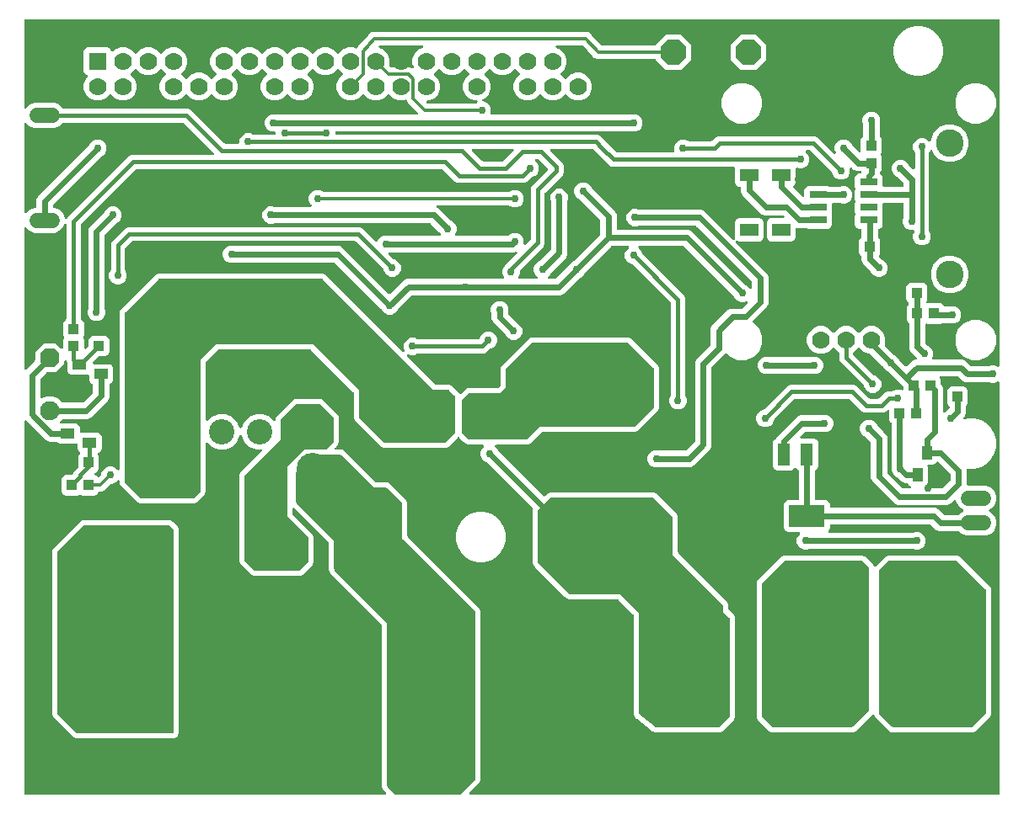
<source format=gbr>
G04 EAGLE Gerber X2 export*
%TF.Part,Single*%
%TF.FileFunction,Copper,L2,Bot,Mixed*%
%TF.FilePolarity,Positive*%
%TF.GenerationSoftware,Autodesk,EAGLE,8.6.0*%
%TF.CreationDate,2018-02-22T08:32:46Z*%
G75*
%MOMM*%
%FSLAX34Y34*%
%LPD*%
%AMOC8*
5,1,8,0,0,1.08239X$1,22.5*%
G01*
%ADD10C,2.095500*%
%ADD11P,4.123906X8X292.500000*%
%ADD12R,1.778000X1.778000*%
%ADD13C,1.778000*%
%ADD14C,3.000000*%
%ADD15C,4.300000*%
%ADD16C,3.216000*%
%ADD17C,2.550000*%
%ADD18R,1.100000X1.000000*%
%ADD19R,1.000000X1.100000*%
%ADD20R,1.780000X0.720000*%
%ADD21C,1.524000*%
%ADD22C,2.775000*%
%ADD23R,3.960000X3.960000*%
%ADD24P,2.749271X8X202.500000*%
%ADD25R,1.400000X1.000000*%
%ADD26R,1.000000X1.400000*%
%ADD27R,1.219200X2.235200*%
%ADD28R,3.600000X2.200000*%
%ADD29R,1.900000X1.300000*%
%ADD30P,2.089446X8X292.500000*%
%ADD31C,1.930400*%
%ADD32C,0.756400*%
%ADD33C,0.609600*%
%ADD34C,0.406400*%
%ADD35C,0.304800*%
%ADD36C,0.355600*%

G36*
X988688Y10176D02*
X988688Y10176D01*
X988807Y10183D01*
X988845Y10196D01*
X988886Y10201D01*
X988996Y10244D01*
X989109Y10281D01*
X989144Y10303D01*
X989181Y10318D01*
X989277Y10387D01*
X989378Y10451D01*
X989406Y10481D01*
X989439Y10504D01*
X989515Y10596D01*
X989596Y10683D01*
X989616Y10718D01*
X989641Y10749D01*
X989692Y10857D01*
X989750Y10961D01*
X989760Y11001D01*
X989777Y11037D01*
X989799Y11154D01*
X989829Y11269D01*
X989833Y11329D01*
X989837Y11349D01*
X989835Y11370D01*
X989839Y11430D01*
X989839Y424419D01*
X989833Y424468D01*
X989835Y424518D01*
X989813Y424625D01*
X989799Y424734D01*
X989781Y424781D01*
X989771Y424829D01*
X989723Y424928D01*
X989682Y425030D01*
X989653Y425070D01*
X989631Y425115D01*
X989560Y425198D01*
X989496Y425287D01*
X989457Y425319D01*
X989425Y425357D01*
X989335Y425420D01*
X989251Y425490D01*
X989206Y425511D01*
X989165Y425540D01*
X989062Y425579D01*
X988963Y425626D01*
X988914Y425635D01*
X988868Y425653D01*
X988758Y425665D01*
X988651Y425685D01*
X988601Y425682D01*
X988552Y425688D01*
X988443Y425672D01*
X988333Y425666D01*
X988286Y425650D01*
X988237Y425643D01*
X988084Y425591D01*
X984743Y424207D01*
X981217Y424207D01*
X979678Y424845D01*
X979669Y424847D01*
X979661Y424852D01*
X979516Y424889D01*
X979372Y424929D01*
X979362Y424929D01*
X979353Y424931D01*
X979193Y424941D01*
X955963Y424941D01*
X952975Y426179D01*
X948235Y430920D01*
X948156Y430980D01*
X948084Y431048D01*
X948031Y431077D01*
X947983Y431114D01*
X947892Y431154D01*
X947806Y431202D01*
X947747Y431217D01*
X947692Y431241D01*
X947594Y431256D01*
X947498Y431281D01*
X947398Y431287D01*
X947377Y431291D01*
X947365Y431289D01*
X947337Y431291D01*
X931039Y431291D01*
X930990Y431285D01*
X930940Y431287D01*
X930833Y431265D01*
X930724Y431251D01*
X930678Y431233D01*
X930629Y431223D01*
X930530Y431175D01*
X930428Y431134D01*
X930388Y431105D01*
X930343Y431083D01*
X930260Y431012D01*
X930171Y430948D01*
X930139Y430909D01*
X930101Y430877D01*
X930038Y430787D01*
X929968Y430703D01*
X929947Y430658D01*
X929918Y430617D01*
X929879Y430514D01*
X929832Y430415D01*
X929823Y430366D01*
X929806Y430320D01*
X929793Y430210D01*
X929773Y430103D01*
X929776Y430053D01*
X929770Y430004D01*
X929786Y429895D01*
X929792Y429785D01*
X929808Y429738D01*
X929815Y429689D01*
X929867Y429536D01*
X930441Y428151D01*
X930441Y423581D01*
X930453Y423483D01*
X930456Y423384D01*
X930473Y423325D01*
X930481Y423265D01*
X930517Y423173D01*
X930545Y423078D01*
X930575Y423026D01*
X930598Y422970D01*
X930656Y422890D01*
X930706Y422804D01*
X930772Y422729D01*
X930784Y422712D01*
X930794Y422704D01*
X930812Y422683D01*
X931451Y422045D01*
X932689Y419057D01*
X932689Y395837D01*
X932706Y395699D01*
X932719Y395560D01*
X932726Y395541D01*
X932729Y395521D01*
X932780Y395392D01*
X932827Y395261D01*
X932838Y395244D01*
X932846Y395226D01*
X932927Y395113D01*
X933005Y394998D01*
X933021Y394985D01*
X933032Y394968D01*
X933140Y394879D01*
X933244Y394788D01*
X933262Y394778D01*
X933277Y394765D01*
X933403Y394706D01*
X933527Y394643D01*
X933547Y394638D01*
X933565Y394630D01*
X933702Y394604D01*
X933837Y394573D01*
X933858Y394574D01*
X933877Y394570D01*
X934016Y394579D01*
X934155Y394583D01*
X934175Y394589D01*
X934195Y394590D01*
X934327Y394633D01*
X934461Y394671D01*
X934478Y394682D01*
X934497Y394688D01*
X934615Y394762D01*
X934735Y394833D01*
X934756Y394851D01*
X934766Y394858D01*
X934780Y394873D01*
X934855Y394939D01*
X936050Y396133D01*
X937588Y396771D01*
X937597Y396775D01*
X937605Y396778D01*
X937734Y396854D01*
X937865Y396928D01*
X937871Y396935D01*
X937879Y396940D01*
X938000Y397046D01*
X939310Y398355D01*
X939370Y398434D01*
X939438Y398506D01*
X939467Y398559D01*
X939504Y398607D01*
X939544Y398698D01*
X939592Y398784D01*
X939607Y398843D01*
X939631Y398898D01*
X939646Y398996D01*
X939671Y399092D01*
X939677Y399192D01*
X939681Y399213D01*
X939679Y399225D01*
X939681Y399253D01*
X939681Y400128D01*
X939669Y400226D01*
X939666Y400325D01*
X939649Y400383D01*
X939641Y400443D01*
X939605Y400535D01*
X939577Y400630D01*
X939547Y400683D01*
X939524Y400739D01*
X939466Y400819D01*
X939416Y400904D01*
X939350Y400980D01*
X939338Y400996D01*
X939328Y401004D01*
X939310Y401025D01*
X938503Y401832D01*
X937729Y403699D01*
X937729Y416721D01*
X938503Y418588D01*
X939932Y420017D01*
X941799Y420791D01*
X953821Y420791D01*
X955688Y420017D01*
X957117Y418588D01*
X957891Y416721D01*
X957891Y403699D01*
X957117Y401832D01*
X956310Y401025D01*
X956250Y400947D01*
X956182Y400875D01*
X956153Y400822D01*
X956116Y400774D01*
X956076Y400683D01*
X956028Y400596D01*
X956013Y400538D01*
X955989Y400482D01*
X955974Y400384D01*
X955949Y400288D01*
X955943Y400188D01*
X955939Y400168D01*
X955941Y400156D01*
X955939Y400128D01*
X955939Y393743D01*
X954701Y390755D01*
X953571Y389625D01*
X953482Y389510D01*
X953390Y389397D01*
X953384Y389385D01*
X953376Y389374D01*
X953318Y389240D01*
X953257Y389108D01*
X953255Y389095D01*
X953250Y389082D01*
X953227Y388937D01*
X953201Y388795D01*
X953202Y388781D01*
X953200Y388768D01*
X953214Y388622D01*
X953224Y388478D01*
X953228Y388465D01*
X953230Y388451D01*
X953279Y388313D01*
X953325Y388176D01*
X953333Y388165D01*
X953337Y388152D01*
X953419Y388031D01*
X953498Y387909D01*
X953508Y387900D01*
X953516Y387889D01*
X953625Y387792D01*
X953732Y387694D01*
X953744Y387687D01*
X953754Y387678D01*
X953884Y387612D01*
X954012Y387543D01*
X954025Y387540D01*
X954037Y387534D01*
X954180Y387502D01*
X954321Y387467D01*
X954335Y387467D01*
X954348Y387464D01*
X954494Y387469D01*
X954639Y387470D01*
X954657Y387474D01*
X954666Y387474D01*
X954682Y387479D01*
X954797Y387502D01*
X958078Y388381D01*
X964702Y388381D01*
X971102Y386666D01*
X976839Y383354D01*
X981524Y378669D01*
X984836Y372932D01*
X986551Y366532D01*
X986551Y359908D01*
X984836Y353508D01*
X981524Y347771D01*
X976839Y343086D01*
X971102Y339774D01*
X964702Y338059D01*
X958008Y338059D01*
X957914Y338077D01*
X957881Y338075D01*
X957848Y338080D01*
X957722Y338065D01*
X957597Y338058D01*
X957565Y338047D01*
X957532Y338043D01*
X957414Y337998D01*
X957294Y337959D01*
X957266Y337942D01*
X957235Y337930D01*
X957132Y337857D01*
X957026Y337789D01*
X957003Y337765D01*
X956975Y337746D01*
X956894Y337650D01*
X956808Y337558D01*
X956792Y337528D01*
X956770Y337503D01*
X956715Y337390D01*
X956654Y337279D01*
X956646Y337247D01*
X956631Y337217D01*
X956606Y337093D01*
X956575Y336971D01*
X956572Y336923D01*
X956568Y336905D01*
X956569Y336883D01*
X956565Y336811D01*
X956565Y336595D01*
X956567Y336574D01*
X956567Y336511D01*
X956698Y334556D01*
X956722Y334432D01*
X956740Y334307D01*
X956755Y334261D01*
X956759Y334243D01*
X956768Y334224D01*
X956792Y334154D01*
X956819Y334089D01*
X956819Y332785D01*
X956821Y332764D01*
X956822Y332701D01*
X956908Y331400D01*
X956886Y331333D01*
X956860Y331209D01*
X956829Y331087D01*
X956826Y331039D01*
X956822Y331021D01*
X956823Y330999D01*
X956819Y330926D01*
X956819Y322380D01*
X956834Y322262D01*
X956841Y322143D01*
X956854Y322105D01*
X956859Y322064D01*
X956902Y321954D01*
X956939Y321841D01*
X956961Y321806D01*
X956976Y321769D01*
X957045Y321673D01*
X957109Y321572D01*
X957139Y321544D01*
X957162Y321511D01*
X957254Y321435D01*
X957341Y321354D01*
X957376Y321334D01*
X957407Y321309D01*
X957515Y321258D01*
X957619Y321200D01*
X957659Y321190D01*
X957695Y321173D01*
X957812Y321151D01*
X957927Y321121D01*
X957987Y321117D01*
X958007Y321113D01*
X958028Y321115D01*
X958088Y321111D01*
X976616Y321111D01*
X981284Y319177D01*
X984857Y315604D01*
X986791Y310936D01*
X986791Y305884D01*
X984857Y301216D01*
X981284Y297643D01*
X979932Y297083D01*
X979811Y297014D01*
X979688Y296949D01*
X979673Y296935D01*
X979656Y296925D01*
X979556Y296828D01*
X979453Y296735D01*
X979442Y296718D01*
X979427Y296704D01*
X979354Y296585D01*
X979278Y296469D01*
X979272Y296450D01*
X979261Y296433D01*
X979220Y296300D01*
X979175Y296168D01*
X979173Y296148D01*
X979167Y296129D01*
X979161Y295990D01*
X979150Y295851D01*
X979153Y295831D01*
X979152Y295811D01*
X979180Y295675D01*
X979204Y295538D01*
X979212Y295519D01*
X979217Y295500D01*
X979278Y295374D01*
X979335Y295248D01*
X979347Y295232D01*
X979356Y295214D01*
X979446Y295108D01*
X979533Y295000D01*
X979549Y294987D01*
X979563Y294972D01*
X979676Y294892D01*
X979787Y294808D01*
X979813Y294796D01*
X979823Y294789D01*
X979842Y294782D01*
X979932Y294737D01*
X981284Y294177D01*
X984857Y290604D01*
X986791Y285936D01*
X986791Y280884D01*
X984857Y276216D01*
X981284Y272643D01*
X976616Y270709D01*
X956324Y270709D01*
X951656Y272643D01*
X949589Y274710D01*
X949511Y274770D01*
X949439Y274838D01*
X949386Y274867D01*
X949338Y274904D01*
X949247Y274944D01*
X949160Y274992D01*
X949102Y275007D01*
X949046Y275031D01*
X948948Y275046D01*
X948852Y275071D01*
X948752Y275077D01*
X948732Y275081D01*
X948719Y275079D01*
X948691Y275081D01*
X929293Y275081D01*
X926305Y276319D01*
X920805Y281820D01*
X920726Y281880D01*
X920654Y281948D01*
X920601Y281977D01*
X920553Y282014D01*
X920462Y282054D01*
X920376Y282102D01*
X920317Y282117D01*
X920262Y282141D01*
X920164Y282156D01*
X920068Y282181D01*
X919968Y282187D01*
X919947Y282191D01*
X919935Y282189D01*
X919907Y282191D01*
X820640Y282191D01*
X820522Y282176D01*
X820403Y282169D01*
X820365Y282156D01*
X820324Y282151D01*
X820214Y282108D01*
X820101Y282071D01*
X820066Y282049D01*
X820029Y282034D01*
X819933Y281965D01*
X819832Y281901D01*
X819804Y281871D01*
X819771Y281848D01*
X819695Y281756D01*
X819614Y281669D01*
X819594Y281634D01*
X819569Y281603D01*
X819518Y281495D01*
X819460Y281391D01*
X819450Y281351D01*
X819433Y281315D01*
X819411Y281198D01*
X819381Y281083D01*
X819377Y281023D01*
X819373Y281003D01*
X819375Y280982D01*
X819371Y280922D01*
X819371Y278309D01*
X818597Y276442D01*
X817881Y275725D01*
X817796Y275616D01*
X817707Y275509D01*
X817698Y275490D01*
X817686Y275474D01*
X817630Y275346D01*
X817571Y275221D01*
X817568Y275201D01*
X817559Y275182D01*
X817538Y275044D01*
X817512Y274908D01*
X817513Y274888D01*
X817510Y274868D01*
X817523Y274729D01*
X817531Y274591D01*
X817537Y274572D01*
X817539Y274552D01*
X817587Y274421D01*
X817629Y274289D01*
X817640Y274271D01*
X817647Y274252D01*
X817725Y274138D01*
X817799Y274020D01*
X817814Y274006D01*
X817826Y273989D01*
X817930Y273897D01*
X818031Y273802D01*
X818049Y273792D01*
X818064Y273779D01*
X818188Y273716D01*
X818310Y273648D01*
X818329Y273643D01*
X818347Y273634D01*
X818483Y273604D01*
X818618Y273569D01*
X818646Y273567D01*
X818658Y273564D01*
X818678Y273565D01*
X818778Y273559D01*
X902993Y273559D01*
X903002Y273560D01*
X903011Y273559D01*
X903160Y273580D01*
X903308Y273599D01*
X903317Y273602D01*
X903326Y273603D01*
X903478Y273655D01*
X905017Y274293D01*
X908543Y274293D01*
X911800Y272943D01*
X914293Y270450D01*
X915643Y267193D01*
X915643Y263667D01*
X914293Y260410D01*
X911800Y257917D01*
X908543Y256567D01*
X905017Y256567D01*
X903478Y257205D01*
X903469Y257207D01*
X903461Y257212D01*
X903316Y257249D01*
X903172Y257289D01*
X903162Y257289D01*
X903153Y257291D01*
X902993Y257301D01*
X798807Y257301D01*
X798798Y257300D01*
X798789Y257301D01*
X798640Y257280D01*
X798492Y257261D01*
X798483Y257258D01*
X798474Y257257D01*
X798322Y257205D01*
X796783Y256567D01*
X793257Y256567D01*
X790000Y257917D01*
X787507Y260410D01*
X786157Y263667D01*
X786157Y267193D01*
X787507Y270450D01*
X789129Y272073D01*
X789214Y272182D01*
X789303Y272289D01*
X789311Y272308D01*
X789324Y272324D01*
X789379Y272452D01*
X789438Y272577D01*
X789442Y272597D01*
X789450Y272616D01*
X789472Y272754D01*
X789498Y272890D01*
X789497Y272910D01*
X789500Y272930D01*
X789487Y273069D01*
X789478Y273207D01*
X789472Y273226D01*
X789470Y273246D01*
X789423Y273378D01*
X789380Y273509D01*
X789369Y273527D01*
X789362Y273546D01*
X789284Y273661D01*
X789210Y273778D01*
X789195Y273792D01*
X789184Y273809D01*
X789080Y273901D01*
X788978Y273996D01*
X788961Y274006D01*
X788945Y274019D01*
X788821Y274083D01*
X788700Y274150D01*
X788680Y274155D01*
X788662Y274164D01*
X788526Y274194D01*
X788392Y274229D01*
X788364Y274231D01*
X788352Y274234D01*
X788331Y274233D01*
X788231Y274239D01*
X777279Y274239D01*
X775412Y275013D01*
X773983Y276442D01*
X773209Y278309D01*
X773209Y302331D01*
X773983Y304198D01*
X775412Y305627D01*
X777279Y306401D01*
X786892Y306401D01*
X787010Y306416D01*
X787129Y306423D01*
X787167Y306436D01*
X787208Y306441D01*
X787318Y306484D01*
X787431Y306521D01*
X787466Y306543D01*
X787503Y306558D01*
X787599Y306627D01*
X787700Y306691D01*
X787728Y306721D01*
X787761Y306744D01*
X787837Y306836D01*
X787918Y306923D01*
X787938Y306958D01*
X787963Y306989D01*
X788014Y307097D01*
X788072Y307201D01*
X788082Y307241D01*
X788099Y307277D01*
X788121Y307394D01*
X788151Y307509D01*
X788155Y307569D01*
X788159Y307589D01*
X788157Y307610D01*
X788161Y307670D01*
X788161Y335617D01*
X788158Y335646D01*
X788160Y335675D01*
X788138Y335803D01*
X788121Y335932D01*
X788111Y335960D01*
X788106Y335989D01*
X788052Y336107D01*
X788004Y336228D01*
X787987Y336252D01*
X787975Y336279D01*
X787894Y336380D01*
X787818Y336485D01*
X787795Y336504D01*
X787776Y336527D01*
X787673Y336605D01*
X787573Y336688D01*
X787546Y336701D01*
X787522Y336718D01*
X787378Y336789D01*
X787316Y336815D01*
X785870Y338261D01*
X785837Y338319D01*
X785772Y338442D01*
X785758Y338457D01*
X785748Y338475D01*
X785652Y338574D01*
X785558Y338678D01*
X785541Y338689D01*
X785527Y338703D01*
X785408Y338776D01*
X785292Y338852D01*
X785273Y338859D01*
X785256Y338869D01*
X785123Y338910D01*
X784991Y338955D01*
X784971Y338957D01*
X784952Y338963D01*
X784813Y338970D01*
X784674Y338981D01*
X784654Y338977D01*
X784634Y338978D01*
X784498Y338950D01*
X784361Y338926D01*
X784342Y338918D01*
X784323Y338914D01*
X784198Y338853D01*
X784071Y338796D01*
X784055Y338783D01*
X784037Y338774D01*
X783931Y338684D01*
X783822Y338597D01*
X783810Y338581D01*
X783795Y338568D01*
X783715Y338454D01*
X783631Y338343D01*
X783619Y338318D01*
X783612Y338308D01*
X783605Y338288D01*
X783586Y338251D01*
X782150Y336815D01*
X780283Y336041D01*
X766069Y336041D01*
X764202Y336815D01*
X762773Y338244D01*
X761999Y340111D01*
X761999Y364485D01*
X762773Y366352D01*
X764202Y367781D01*
X765066Y368139D01*
X765152Y368188D01*
X765242Y368229D01*
X765289Y368267D01*
X765342Y368297D01*
X765413Y368366D01*
X765491Y368427D01*
X765527Y368476D01*
X765570Y368518D01*
X765622Y368602D01*
X765682Y368681D01*
X765726Y368772D01*
X765737Y368789D01*
X765740Y368801D01*
X765753Y368826D01*
X766285Y370111D01*
X786605Y390431D01*
X789593Y391669D01*
X810283Y391669D01*
X810292Y391670D01*
X810301Y391669D01*
X810450Y391690D01*
X810598Y391709D01*
X810607Y391712D01*
X810616Y391713D01*
X810768Y391765D01*
X812307Y392403D01*
X815833Y392403D01*
X819090Y391053D01*
X821583Y388560D01*
X822933Y385303D01*
X822933Y381777D01*
X821583Y378520D01*
X819090Y376027D01*
X815833Y374677D01*
X812307Y374677D01*
X810768Y375315D01*
X810759Y375317D01*
X810751Y375322D01*
X810606Y375359D01*
X810462Y375399D01*
X810452Y375399D01*
X810443Y375401D01*
X810283Y375411D01*
X795103Y375411D01*
X795005Y375399D01*
X794906Y375396D01*
X794847Y375379D01*
X794787Y375371D01*
X794695Y375335D01*
X794600Y375307D01*
X794548Y375277D01*
X794492Y375254D01*
X794412Y375196D01*
X794326Y375146D01*
X794251Y375080D01*
X794234Y375068D01*
X794226Y375058D01*
X794205Y375040D01*
X789887Y370721D01*
X789802Y370612D01*
X789713Y370505D01*
X789705Y370486D01*
X789692Y370470D01*
X789637Y370342D01*
X789578Y370217D01*
X789574Y370197D01*
X789566Y370178D01*
X789544Y370040D01*
X789518Y369904D01*
X789519Y369884D01*
X789516Y369864D01*
X789529Y369725D01*
X789538Y369587D01*
X789544Y369568D01*
X789546Y369548D01*
X789593Y369416D01*
X789636Y369285D01*
X789647Y369267D01*
X789654Y369248D01*
X789732Y369133D01*
X789806Y369016D01*
X789821Y369002D01*
X789832Y368985D01*
X789936Y368893D01*
X790038Y368798D01*
X790055Y368788D01*
X790071Y368775D01*
X790195Y368711D01*
X790316Y368644D01*
X790336Y368639D01*
X790354Y368630D01*
X790490Y368600D01*
X790624Y368565D01*
X790652Y368563D01*
X790664Y368560D01*
X790685Y368561D01*
X790785Y368555D01*
X803397Y368555D01*
X805264Y367781D01*
X806693Y366352D01*
X807467Y364485D01*
X807467Y340111D01*
X806693Y338244D01*
X805264Y336815D01*
X805202Y336789D01*
X805177Y336775D01*
X805149Y336765D01*
X805039Y336696D01*
X804926Y336632D01*
X804905Y336611D01*
X804880Y336595D01*
X804791Y336501D01*
X804698Y336410D01*
X804682Y336385D01*
X804662Y336364D01*
X804599Y336250D01*
X804531Y336139D01*
X804523Y336111D01*
X804508Y336085D01*
X804476Y335960D01*
X804438Y335835D01*
X804436Y335806D01*
X804429Y335777D01*
X804419Y335617D01*
X804419Y307670D01*
X804434Y307552D01*
X804441Y307433D01*
X804454Y307395D01*
X804459Y307354D01*
X804502Y307244D01*
X804539Y307131D01*
X804561Y307096D01*
X804576Y307059D01*
X804646Y306962D01*
X804709Y306862D01*
X804739Y306834D01*
X804762Y306801D01*
X804854Y306725D01*
X804941Y306644D01*
X804976Y306624D01*
X805007Y306599D01*
X805115Y306548D01*
X805219Y306490D01*
X805259Y306480D01*
X805295Y306463D01*
X805412Y306441D01*
X805527Y306411D01*
X805587Y306407D01*
X805607Y306403D01*
X805628Y306405D01*
X805688Y306401D01*
X815301Y306401D01*
X817168Y305627D01*
X818597Y304198D01*
X819371Y302331D01*
X819371Y299718D01*
X819386Y299600D01*
X819393Y299481D01*
X819406Y299443D01*
X819411Y299402D01*
X819454Y299292D01*
X819491Y299179D01*
X819513Y299144D01*
X819528Y299107D01*
X819598Y299010D01*
X819661Y298910D01*
X819691Y298882D01*
X819714Y298849D01*
X819806Y298773D01*
X819893Y298692D01*
X819928Y298672D01*
X819959Y298647D01*
X820067Y298596D01*
X820171Y298538D01*
X820211Y298528D01*
X820247Y298511D01*
X820364Y298489D01*
X820479Y298459D01*
X820539Y298455D01*
X820559Y298451D01*
X820580Y298453D01*
X820640Y298449D01*
X925417Y298449D01*
X928405Y297211D01*
X933905Y291710D01*
X933984Y291650D01*
X934056Y291582D01*
X934109Y291553D01*
X934157Y291516D01*
X934248Y291476D01*
X934334Y291428D01*
X934393Y291413D01*
X934448Y291389D01*
X934546Y291374D01*
X934642Y291349D01*
X934742Y291343D01*
X934763Y291339D01*
X934775Y291341D01*
X934803Y291339D01*
X948291Y291339D01*
X948390Y291351D01*
X948489Y291354D01*
X948547Y291371D01*
X948607Y291379D01*
X948699Y291415D01*
X948794Y291443D01*
X948846Y291473D01*
X948903Y291496D01*
X948983Y291554D01*
X949068Y291604D01*
X949144Y291670D01*
X949160Y291682D01*
X949168Y291692D01*
X949189Y291710D01*
X951656Y294177D01*
X953008Y294737D01*
X953129Y294806D01*
X953252Y294871D01*
X953267Y294885D01*
X953284Y294895D01*
X953384Y294992D01*
X953487Y295085D01*
X953498Y295102D01*
X953513Y295116D01*
X953585Y295234D01*
X953662Y295351D01*
X953668Y295370D01*
X953679Y295387D01*
X953720Y295520D01*
X953765Y295652D01*
X953767Y295672D01*
X953773Y295691D01*
X953779Y295830D01*
X953790Y295969D01*
X953787Y295989D01*
X953788Y296009D01*
X953760Y296145D01*
X953736Y296282D01*
X953728Y296301D01*
X953723Y296320D01*
X953662Y296445D01*
X953605Y296572D01*
X953593Y296588D01*
X953584Y296606D01*
X953493Y296712D01*
X953407Y296820D01*
X953391Y296833D01*
X953377Y296848D01*
X953264Y296928D01*
X953153Y297012D01*
X953127Y297024D01*
X953117Y297031D01*
X953098Y297038D01*
X953008Y297083D01*
X951656Y297643D01*
X948083Y301216D01*
X946097Y306009D01*
X946073Y306053D01*
X946056Y306099D01*
X945994Y306190D01*
X945940Y306286D01*
X945905Y306321D01*
X945877Y306363D01*
X945795Y306435D01*
X945718Y306514D01*
X945676Y306540D01*
X945639Y306573D01*
X945541Y306623D01*
X945447Y306680D01*
X945400Y306695D01*
X945355Y306718D01*
X945248Y306742D01*
X945143Y306774D01*
X945094Y306776D01*
X945045Y306787D01*
X944935Y306784D01*
X944826Y306789D01*
X944777Y306779D01*
X944727Y306778D01*
X944622Y306747D01*
X944514Y306725D01*
X944469Y306703D01*
X944422Y306689D01*
X944327Y306634D01*
X944228Y306585D01*
X944191Y306553D01*
X944148Y306528D01*
X944027Y306421D01*
X940595Y302989D01*
X937607Y301751D01*
X887383Y301751D01*
X884395Y302989D01*
X881930Y305454D01*
X864254Y323130D01*
X861789Y325595D01*
X860551Y328583D01*
X860551Y364407D01*
X860539Y364505D01*
X860536Y364604D01*
X860519Y364663D01*
X860511Y364723D01*
X860475Y364815D01*
X860447Y364910D01*
X860417Y364962D01*
X860394Y365018D01*
X860336Y365098D01*
X860286Y365184D01*
X860220Y365259D01*
X860208Y365276D01*
X860198Y365284D01*
X860180Y365305D01*
X855450Y370034D01*
X855443Y370040D01*
X855437Y370047D01*
X855317Y370137D01*
X855199Y370229D01*
X855190Y370233D01*
X855183Y370238D01*
X855038Y370309D01*
X853500Y370947D01*
X851007Y373440D01*
X849657Y376697D01*
X849657Y380223D01*
X851007Y383480D01*
X853500Y385973D01*
X856757Y387323D01*
X860283Y387323D01*
X863540Y385973D01*
X866033Y383480D01*
X866671Y381942D01*
X866675Y381933D01*
X866678Y381925D01*
X866753Y381797D01*
X866828Y381665D01*
X866835Y381659D01*
X866840Y381651D01*
X866946Y381530D01*
X873106Y375370D01*
X875571Y372905D01*
X876809Y369917D01*
X876809Y334093D01*
X876821Y333995D01*
X876824Y333896D01*
X876841Y333837D01*
X876849Y333777D01*
X876885Y333685D01*
X876913Y333590D01*
X876943Y333538D01*
X876966Y333482D01*
X877024Y333402D01*
X877074Y333316D01*
X877140Y333241D01*
X877152Y333224D01*
X877162Y333216D01*
X877180Y333195D01*
X891995Y318380D01*
X892074Y318320D01*
X892146Y318252D01*
X892199Y318223D01*
X892247Y318186D01*
X892338Y318146D01*
X892424Y318098D01*
X892483Y318083D01*
X892538Y318059D01*
X892636Y318044D01*
X892732Y318019D01*
X892832Y318013D01*
X892852Y318009D01*
X892865Y318011D01*
X892893Y318009D01*
X899419Y318009D01*
X899489Y318017D01*
X899559Y318016D01*
X899646Y318037D01*
X899735Y318049D01*
X899800Y318074D01*
X899868Y318091D01*
X899947Y318133D01*
X900031Y318166D01*
X900087Y318207D01*
X900149Y318239D01*
X900215Y318300D01*
X900288Y318352D01*
X900333Y318406D01*
X900384Y318453D01*
X900434Y318528D01*
X900491Y318597D01*
X900521Y318661D01*
X900559Y318719D01*
X900588Y318804D01*
X900626Y318885D01*
X900640Y318954D01*
X900662Y319020D01*
X900669Y319109D01*
X900686Y319197D01*
X900682Y319267D01*
X900687Y319337D01*
X900672Y319425D01*
X900666Y319515D01*
X900645Y319581D01*
X900633Y319650D01*
X900596Y319732D01*
X900568Y319817D01*
X900531Y319876D01*
X900502Y319940D01*
X900446Y320010D01*
X900398Y320086D01*
X900347Y320134D01*
X900304Y320188D01*
X900232Y320243D01*
X900167Y320304D01*
X900106Y320338D01*
X900050Y320380D01*
X899905Y320451D01*
X899562Y320593D01*
X898133Y322022D01*
X897733Y322988D01*
X897718Y323013D01*
X897709Y323041D01*
X897640Y323151D01*
X897575Y323264D01*
X897555Y323285D01*
X897539Y323310D01*
X897444Y323399D01*
X897354Y323492D01*
X897329Y323508D01*
X897307Y323528D01*
X897193Y323591D01*
X897083Y323659D01*
X897055Y323667D01*
X897029Y323682D01*
X896903Y323714D01*
X896779Y323752D01*
X896749Y323754D01*
X896721Y323761D01*
X896560Y323771D01*
X894573Y323771D01*
X891585Y325009D01*
X887200Y329394D01*
X887193Y329400D01*
X887187Y329407D01*
X887068Y329496D01*
X886949Y329589D01*
X886940Y329593D01*
X886933Y329598D01*
X886788Y329669D01*
X885250Y330307D01*
X882757Y332800D01*
X881407Y336057D01*
X881407Y336478D01*
X881406Y336487D01*
X881407Y336497D01*
X881386Y336645D01*
X881367Y336794D01*
X881364Y336802D01*
X881363Y336812D01*
X881311Y336964D01*
X881261Y337083D01*
X881261Y383618D01*
X881249Y383716D01*
X881246Y383815D01*
X881229Y383873D01*
X881221Y383933D01*
X881185Y384025D01*
X881157Y384121D01*
X881127Y384173D01*
X881104Y384229D01*
X881046Y384309D01*
X880996Y384394D01*
X880930Y384470D01*
X880918Y384486D01*
X880908Y384494D01*
X880889Y384515D01*
X880083Y385322D01*
X879309Y387189D01*
X879309Y396286D01*
X879292Y396424D01*
X879279Y396563D01*
X879272Y396582D01*
X879269Y396602D01*
X879218Y396731D01*
X879171Y396862D01*
X879160Y396879D01*
X879152Y396897D01*
X879071Y397010D01*
X878993Y397125D01*
X878977Y397138D01*
X878966Y397155D01*
X878858Y397244D01*
X878754Y397335D01*
X878736Y397345D01*
X878721Y397358D01*
X878595Y397417D01*
X878471Y397480D01*
X878451Y397484D01*
X878433Y397493D01*
X878297Y397519D01*
X878161Y397550D01*
X878140Y397549D01*
X878121Y397553D01*
X877982Y397544D01*
X877843Y397540D01*
X877823Y397534D01*
X877803Y397533D01*
X877671Y397490D01*
X877537Y397452D01*
X877520Y397441D01*
X877501Y397435D01*
X877383Y397360D01*
X877263Y397290D01*
X877242Y397271D01*
X877232Y397265D01*
X877218Y397250D01*
X877143Y397184D01*
X875249Y395290D01*
X872635Y394207D01*
X854565Y394207D01*
X851951Y395290D01*
X839436Y407806D01*
X839357Y407866D01*
X839285Y407934D01*
X839232Y407963D01*
X839184Y408000D01*
X839093Y408040D01*
X839007Y408088D01*
X838948Y408103D01*
X838892Y408127D01*
X838794Y408142D01*
X838699Y408167D01*
X838599Y408173D01*
X838578Y408177D01*
X838566Y408175D01*
X838538Y408177D01*
X784522Y408177D01*
X784424Y408165D01*
X784325Y408162D01*
X784266Y408145D01*
X784206Y408137D01*
X784114Y408101D01*
X784019Y408073D01*
X783967Y408043D01*
X783911Y408020D01*
X783831Y407962D01*
X783745Y407912D01*
X783670Y407846D01*
X783653Y407834D01*
X783646Y407824D01*
X783624Y407806D01*
X763614Y387796D01*
X763554Y387717D01*
X763486Y387645D01*
X763457Y387592D01*
X763420Y387544D01*
X763380Y387453D01*
X763332Y387367D01*
X763317Y387308D01*
X763293Y387252D01*
X763278Y387154D01*
X763253Y387059D01*
X763247Y386959D01*
X763243Y386938D01*
X763245Y386926D01*
X763243Y386898D01*
X763243Y386857D01*
X761893Y383600D01*
X759400Y381107D01*
X756143Y379757D01*
X752617Y379757D01*
X749360Y381107D01*
X746867Y383600D01*
X745517Y386857D01*
X745517Y390383D01*
X746867Y393640D01*
X749360Y396133D01*
X752617Y397483D01*
X752658Y397483D01*
X752756Y397495D01*
X752855Y397498D01*
X752914Y397515D01*
X752974Y397523D01*
X753066Y397559D01*
X753161Y397587D01*
X753213Y397617D01*
X753269Y397640D01*
X753349Y397698D01*
X753435Y397748D01*
X753510Y397814D01*
X753527Y397826D01*
X753534Y397836D01*
X753556Y397854D01*
X777021Y421320D01*
X779635Y422403D01*
X843425Y422403D01*
X846039Y421320D01*
X858554Y408804D01*
X858633Y408744D01*
X858705Y408676D01*
X858758Y408647D01*
X858806Y408610D01*
X858897Y408570D01*
X858983Y408522D01*
X859042Y408507D01*
X859098Y408483D01*
X859196Y408468D01*
X859291Y408443D01*
X859391Y408437D01*
X859412Y408433D01*
X859424Y408435D01*
X859452Y408433D01*
X867748Y408433D01*
X867846Y408445D01*
X867945Y408448D01*
X868004Y408465D01*
X868064Y408473D01*
X868156Y408509D01*
X868251Y408537D01*
X868303Y408567D01*
X868359Y408590D01*
X868439Y408648D01*
X868525Y408698D01*
X868600Y408764D01*
X868617Y408776D01*
X868624Y408786D01*
X868646Y408804D01*
X874811Y414970D01*
X877425Y416053D01*
X881783Y416053D01*
X881881Y416065D01*
X881980Y416068D01*
X882039Y416085D01*
X882099Y416093D01*
X882191Y416129D01*
X882286Y416157D01*
X882338Y416187D01*
X882394Y416210D01*
X882474Y416268D01*
X882560Y416318D01*
X882635Y416384D01*
X882652Y416396D01*
X882660Y416406D01*
X882681Y416424D01*
X882710Y416453D01*
X885967Y417803D01*
X889493Y417803D01*
X891524Y416961D01*
X891572Y416948D01*
X891617Y416927D01*
X891725Y416906D01*
X891831Y416877D01*
X891881Y416877D01*
X891930Y416867D01*
X892039Y416874D01*
X892149Y416872D01*
X892197Y416884D01*
X892247Y416887D01*
X892351Y416921D01*
X892458Y416946D01*
X892502Y416970D01*
X892549Y416985D01*
X892642Y417044D01*
X892739Y417095D01*
X892776Y417129D01*
X892818Y417155D01*
X892893Y417235D01*
X892975Y417309D01*
X893002Y417351D01*
X893036Y417387D01*
X893089Y417483D01*
X893149Y417575D01*
X893166Y417622D01*
X893190Y417665D01*
X893217Y417772D01*
X893253Y417876D01*
X893257Y417925D01*
X893269Y417973D01*
X893279Y418134D01*
X893279Y419699D01*
X893267Y419797D01*
X893264Y419896D01*
X893247Y419955D01*
X893239Y420015D01*
X893203Y420107D01*
X893175Y420202D01*
X893145Y420254D01*
X893122Y420310D01*
X893064Y420390D01*
X893014Y420476D01*
X892948Y420551D01*
X892936Y420568D01*
X892926Y420576D01*
X892908Y420597D01*
X891754Y421750D01*
X877870Y435634D01*
X877863Y435640D01*
X877857Y435647D01*
X877737Y435737D01*
X877619Y435829D01*
X877610Y435833D01*
X877603Y435838D01*
X877458Y435909D01*
X875920Y436547D01*
X873427Y439040D01*
X872789Y440578D01*
X872785Y440587D01*
X872782Y440595D01*
X872707Y440723D01*
X872632Y440855D01*
X872625Y440861D01*
X872620Y440869D01*
X872514Y440990D01*
X860487Y453018D01*
X860408Y453078D01*
X860336Y453146D01*
X860283Y453175D01*
X860235Y453212D01*
X860144Y453252D01*
X860058Y453300D01*
X859999Y453315D01*
X859944Y453339D01*
X859846Y453354D01*
X859750Y453379D01*
X859650Y453385D01*
X859629Y453389D01*
X859617Y453387D01*
X859589Y453389D01*
X858281Y453389D01*
X853146Y455516D01*
X849258Y459405D01*
X849163Y459478D01*
X849074Y459557D01*
X849038Y459575D01*
X849006Y459600D01*
X848897Y459647D01*
X848791Y459701D01*
X848752Y459710D01*
X848714Y459726D01*
X848597Y459745D01*
X848481Y459771D01*
X848440Y459770D01*
X848400Y459776D01*
X848282Y459765D01*
X848163Y459761D01*
X848124Y459750D01*
X848084Y459746D01*
X847971Y459706D01*
X847857Y459673D01*
X847823Y459652D01*
X847784Y459639D01*
X847686Y459572D01*
X847583Y459511D01*
X847538Y459471D01*
X847521Y459460D01*
X847508Y459445D01*
X847463Y459405D01*
X843574Y455516D01*
X843556Y455509D01*
X843531Y455494D01*
X843503Y455485D01*
X843393Y455416D01*
X843280Y455351D01*
X843259Y455331D01*
X843234Y455315D01*
X843145Y455220D01*
X843052Y455130D01*
X843036Y455105D01*
X843016Y455083D01*
X842953Y454970D01*
X842885Y454859D01*
X842877Y454831D01*
X842862Y454805D01*
X842830Y454679D01*
X842792Y454555D01*
X842790Y454526D01*
X842783Y454497D01*
X842773Y454336D01*
X842773Y453052D01*
X842785Y452954D01*
X842788Y452855D01*
X842805Y452796D01*
X842813Y452736D01*
X842849Y452644D01*
X842877Y452549D01*
X842907Y452497D01*
X842930Y452441D01*
X842988Y452361D01*
X843038Y452275D01*
X843104Y452200D01*
X843116Y452183D01*
X843126Y452176D01*
X843144Y452154D01*
X863154Y432144D01*
X863233Y432084D01*
X863305Y432016D01*
X863358Y431987D01*
X863406Y431950D01*
X863497Y431910D01*
X863583Y431862D01*
X863642Y431847D01*
X863698Y431823D01*
X863796Y431808D01*
X863891Y431783D01*
X863991Y431777D01*
X864012Y431773D01*
X864024Y431775D01*
X864052Y431773D01*
X864093Y431773D01*
X867350Y430423D01*
X869843Y427930D01*
X871193Y424673D01*
X871193Y421147D01*
X869843Y417890D01*
X867350Y415397D01*
X864093Y414047D01*
X860567Y414047D01*
X857310Y415397D01*
X854817Y417890D01*
X853467Y421147D01*
X853467Y421188D01*
X853455Y421286D01*
X853452Y421385D01*
X853435Y421444D01*
X853427Y421504D01*
X853391Y421596D01*
X853363Y421691D01*
X853333Y421743D01*
X853310Y421799D01*
X853252Y421879D01*
X853202Y421965D01*
X853136Y422040D01*
X853124Y422057D01*
X853114Y422064D01*
X853096Y422086D01*
X829630Y445551D01*
X828547Y448165D01*
X828547Y454336D01*
X828544Y454366D01*
X828546Y454395D01*
X828524Y454523D01*
X828507Y454652D01*
X828497Y454679D01*
X828492Y454708D01*
X828438Y454827D01*
X828390Y454948D01*
X828373Y454971D01*
X828361Y454998D01*
X828280Y455100D01*
X828204Y455205D01*
X828181Y455224D01*
X828162Y455247D01*
X828059Y455325D01*
X827959Y455408D01*
X827932Y455420D01*
X827908Y455438D01*
X827764Y455509D01*
X827746Y455516D01*
X823858Y459405D01*
X823763Y459478D01*
X823674Y459557D01*
X823638Y459575D01*
X823606Y459600D01*
X823497Y459647D01*
X823391Y459701D01*
X823352Y459710D01*
X823314Y459726D01*
X823197Y459745D01*
X823081Y459771D01*
X823040Y459770D01*
X823000Y459776D01*
X822882Y459765D01*
X822763Y459761D01*
X822724Y459750D01*
X822684Y459746D01*
X822571Y459706D01*
X822457Y459673D01*
X822423Y459652D01*
X822384Y459639D01*
X822286Y459572D01*
X822183Y459511D01*
X822138Y459471D01*
X822121Y459460D01*
X822108Y459445D01*
X822063Y459405D01*
X818174Y455516D01*
X813039Y453389D01*
X807481Y453389D01*
X802346Y455516D01*
X798416Y459446D01*
X796289Y464581D01*
X796289Y470139D01*
X798416Y475274D01*
X802346Y479204D01*
X807481Y481331D01*
X813039Y481331D01*
X818174Y479204D01*
X822063Y475315D01*
X822157Y475242D01*
X822246Y475163D01*
X822282Y475145D01*
X822314Y475120D01*
X822423Y475073D01*
X822529Y475019D01*
X822568Y475010D01*
X822606Y474994D01*
X822723Y474975D01*
X822839Y474949D01*
X822880Y474950D01*
X822920Y474944D01*
X823038Y474955D01*
X823157Y474959D01*
X823196Y474970D01*
X823236Y474974D01*
X823349Y475014D01*
X823463Y475047D01*
X823498Y475068D01*
X823536Y475081D01*
X823634Y475148D01*
X823737Y475209D01*
X823782Y475248D01*
X823799Y475260D01*
X823812Y475275D01*
X823858Y475315D01*
X827746Y479204D01*
X832881Y481331D01*
X838439Y481331D01*
X843574Y479204D01*
X847463Y475315D01*
X847557Y475242D01*
X847646Y475163D01*
X847682Y475145D01*
X847714Y475120D01*
X847823Y475073D01*
X847929Y475019D01*
X847968Y475010D01*
X848006Y474994D01*
X848123Y474975D01*
X848239Y474949D01*
X848280Y474950D01*
X848320Y474944D01*
X848438Y474955D01*
X848557Y474959D01*
X848596Y474970D01*
X848636Y474974D01*
X848749Y475014D01*
X848863Y475047D01*
X848898Y475068D01*
X848936Y475081D01*
X849034Y475148D01*
X849137Y475209D01*
X849182Y475248D01*
X849199Y475260D01*
X849212Y475275D01*
X849258Y475315D01*
X853146Y479204D01*
X858281Y481331D01*
X863839Y481331D01*
X868974Y479204D01*
X872904Y475274D01*
X875031Y470139D01*
X875031Y464581D01*
X874443Y463161D01*
X874435Y463133D01*
X874421Y463106D01*
X874393Y462980D01*
X874359Y462855D01*
X874358Y462825D01*
X874352Y462796D01*
X874356Y462666D01*
X874354Y462537D01*
X874360Y462508D01*
X874361Y462478D01*
X874397Y462354D01*
X874428Y462227D01*
X874442Y462201D01*
X874450Y462173D01*
X874516Y462061D01*
X874576Y461946D01*
X874596Y461924D01*
X874611Y461899D01*
X874718Y461778D01*
X884010Y452486D01*
X884017Y452480D01*
X884023Y452473D01*
X884143Y452383D01*
X884261Y452291D01*
X884270Y452287D01*
X884277Y452282D01*
X884422Y452211D01*
X885960Y451573D01*
X888453Y449080D01*
X889091Y447542D01*
X889095Y447533D01*
X889098Y447525D01*
X889103Y447515D01*
X889104Y447513D01*
X889116Y447495D01*
X889173Y447397D01*
X889248Y447265D01*
X889255Y447259D01*
X889260Y447251D01*
X889366Y447130D01*
X895283Y441213D01*
X895377Y441140D01*
X895466Y441062D01*
X895502Y441043D01*
X895534Y441018D01*
X895643Y440971D01*
X895749Y440917D01*
X895788Y440908D01*
X895826Y440892D01*
X895943Y440873D01*
X896059Y440847D01*
X896100Y440848D01*
X896140Y440842D01*
X896258Y440853D01*
X896377Y440857D01*
X896416Y440868D01*
X896456Y440872D01*
X896569Y440912D01*
X896683Y440945D01*
X896718Y440966D01*
X896756Y440980D01*
X896854Y441047D01*
X896957Y441107D01*
X897002Y441147D01*
X897019Y441158D01*
X897032Y441173D01*
X897078Y441213D01*
X902175Y446311D01*
X905163Y447549D01*
X905327Y447549D01*
X905376Y447555D01*
X905426Y447553D01*
X905533Y447575D01*
X905643Y447589D01*
X905689Y447607D01*
X905737Y447617D01*
X905836Y447665D01*
X905938Y447706D01*
X905978Y447735D01*
X906023Y447757D01*
X906107Y447828D01*
X906196Y447892D01*
X906227Y447931D01*
X906265Y447963D01*
X906328Y448053D01*
X906398Y448137D01*
X906420Y448182D01*
X906448Y448223D01*
X906487Y448326D01*
X906534Y448425D01*
X906543Y448474D01*
X906561Y448520D01*
X906573Y448630D01*
X906594Y448737D01*
X906591Y448787D01*
X906596Y448836D01*
X906581Y448945D01*
X906574Y449055D01*
X906559Y449102D01*
X906552Y449151D01*
X906500Y449304D01*
X906249Y449908D01*
X906245Y449917D01*
X906242Y449925D01*
X906167Y450053D01*
X906092Y450185D01*
X906085Y450191D01*
X906080Y450199D01*
X905974Y450320D01*
X900279Y456015D01*
X899041Y459003D01*
X899041Y483948D01*
X899029Y484046D01*
X899026Y484145D01*
X899009Y484203D01*
X899001Y484263D01*
X898965Y484355D01*
X898937Y484450D01*
X898907Y484503D01*
X898884Y484559D01*
X898826Y484639D01*
X898776Y484724D01*
X898710Y484800D01*
X898698Y484816D01*
X898688Y484824D01*
X898670Y484845D01*
X897863Y485652D01*
X897089Y487519D01*
X897089Y500541D01*
X897863Y502408D01*
X898280Y502825D01*
X898340Y502903D01*
X898408Y502975D01*
X898437Y503028D01*
X898474Y503076D01*
X898514Y503167D01*
X898562Y503254D01*
X898577Y503312D01*
X898601Y503368D01*
X898616Y503466D01*
X898641Y503562D01*
X898647Y503662D01*
X898651Y503682D01*
X898649Y503694D01*
X898651Y503722D01*
X898651Y504658D01*
X898639Y504756D01*
X898636Y504855D01*
X898619Y504913D01*
X898611Y504973D01*
X898575Y505065D01*
X898547Y505160D01*
X898517Y505213D01*
X898494Y505269D01*
X898436Y505349D01*
X898386Y505434D01*
X898320Y505510D01*
X898308Y505526D01*
X898298Y505534D01*
X898280Y505555D01*
X896973Y506862D01*
X896199Y508729D01*
X896199Y520751D01*
X896973Y522618D01*
X898402Y524047D01*
X900269Y524821D01*
X913291Y524821D01*
X915158Y524047D01*
X916587Y522618D01*
X917361Y520751D01*
X917361Y508729D01*
X916587Y506862D01*
X916144Y506419D01*
X916102Y506364D01*
X916052Y506316D01*
X916005Y506239D01*
X915950Y506168D01*
X915922Y506104D01*
X915885Y506044D01*
X915859Y505959D01*
X915823Y505876D01*
X915812Y505807D01*
X915792Y505740D01*
X915787Y505651D01*
X915773Y505562D01*
X915780Y505492D01*
X915777Y505423D01*
X915795Y505335D01*
X915803Y505245D01*
X915827Y505180D01*
X915841Y505111D01*
X915880Y505030D01*
X915911Y504946D01*
X915950Y504888D01*
X915981Y504826D01*
X916039Y504757D01*
X916089Y504683D01*
X916142Y504637D01*
X916187Y504584D01*
X916261Y504532D01*
X916328Y504472D01*
X916390Y504441D01*
X916447Y504401D01*
X916531Y504369D01*
X916611Y504328D01*
X916679Y504313D01*
X916744Y504288D01*
X916834Y504278D01*
X916921Y504258D01*
X916991Y504260D01*
X917060Y504253D01*
X917149Y504265D01*
X917239Y504268D01*
X917306Y504287D01*
X917375Y504297D01*
X917528Y504349D01*
X918159Y504611D01*
X930181Y504611D01*
X932048Y503837D01*
X933477Y502408D01*
X933782Y501672D01*
X933797Y501647D01*
X933806Y501619D01*
X933875Y501509D01*
X933940Y501396D01*
X933960Y501375D01*
X933976Y501350D01*
X934070Y501261D01*
X934161Y501168D01*
X934186Y501152D01*
X934208Y501132D01*
X934321Y501069D01*
X934432Y501001D01*
X934460Y500993D01*
X934486Y500978D01*
X934612Y500946D01*
X934736Y500908D01*
X934765Y500906D01*
X934794Y500899D01*
X934955Y500889D01*
X938553Y500889D01*
X938562Y500890D01*
X938571Y500889D01*
X938720Y500910D01*
X938868Y500929D01*
X938877Y500932D01*
X938886Y500933D01*
X939038Y500985D01*
X940577Y501623D01*
X944103Y501623D01*
X947360Y500273D01*
X949853Y497780D01*
X951203Y494523D01*
X951203Y490997D01*
X949853Y487740D01*
X947360Y485247D01*
X944103Y483897D01*
X940577Y483897D01*
X939038Y484535D01*
X939029Y484537D01*
X939021Y484542D01*
X938876Y484579D01*
X938732Y484619D01*
X938722Y484619D01*
X938713Y484621D01*
X938553Y484631D01*
X932982Y484631D01*
X932884Y484619D01*
X932785Y484616D01*
X932727Y484599D01*
X932667Y484591D01*
X932575Y484555D01*
X932480Y484527D01*
X932427Y484497D01*
X932371Y484474D01*
X932291Y484416D01*
X932206Y484366D01*
X932130Y484300D01*
X932114Y484288D01*
X932106Y484278D01*
X932085Y484260D01*
X932048Y484223D01*
X930181Y483449D01*
X918159Y483449D01*
X917054Y483907D01*
X917006Y483920D01*
X916961Y483942D01*
X916853Y483962D01*
X916747Y483991D01*
X916697Y483992D01*
X916648Y484001D01*
X916539Y483994D01*
X916429Y483996D01*
X916381Y483985D01*
X916331Y483982D01*
X916227Y483948D01*
X916120Y483922D01*
X916076Y483899D01*
X916029Y483884D01*
X915936Y483825D01*
X915839Y483773D01*
X915802Y483740D01*
X915760Y483713D01*
X915685Y483633D01*
X915603Y483559D01*
X915576Y483518D01*
X915542Y483482D01*
X915489Y483386D01*
X915429Y483294D01*
X915412Y483247D01*
X915388Y483203D01*
X915361Y483097D01*
X915325Y482993D01*
X915321Y482943D01*
X915309Y482895D01*
X915299Y482735D01*
X915299Y464513D01*
X915311Y464415D01*
X915314Y464316D01*
X915331Y464257D01*
X915339Y464197D01*
X915375Y464105D01*
X915403Y464010D01*
X915433Y463958D01*
X915456Y463902D01*
X915514Y463822D01*
X915564Y463736D01*
X915630Y463661D01*
X915642Y463644D01*
X915652Y463636D01*
X915670Y463615D01*
X917470Y461816D01*
X917477Y461810D01*
X917483Y461803D01*
X917602Y461714D01*
X917721Y461621D01*
X917730Y461617D01*
X917737Y461612D01*
X917882Y461541D01*
X919420Y460903D01*
X921913Y458410D01*
X923263Y455153D01*
X923263Y451627D01*
X922300Y449304D01*
X922287Y449256D01*
X922266Y449211D01*
X922245Y449103D01*
X922216Y448997D01*
X922216Y448947D01*
X922206Y448898D01*
X922213Y448789D01*
X922211Y448679D01*
X922223Y448631D01*
X922226Y448581D01*
X922260Y448477D01*
X922286Y448370D01*
X922309Y448326D01*
X922324Y448279D01*
X922383Y448186D01*
X922434Y448089D01*
X922468Y448052D01*
X922494Y448010D01*
X922574Y447935D01*
X922648Y447853D01*
X922690Y447826D01*
X922726Y447792D01*
X922822Y447739D01*
X922914Y447679D01*
X922961Y447662D01*
X923004Y447638D01*
X923111Y447611D01*
X923215Y447575D01*
X923264Y447571D01*
X923312Y447559D01*
X923473Y447549D01*
X952847Y447549D01*
X955835Y446311D01*
X960575Y441570D01*
X960654Y441510D01*
X960726Y441442D01*
X960779Y441413D01*
X960827Y441376D01*
X960918Y441336D01*
X961004Y441288D01*
X961063Y441273D01*
X961118Y441249D01*
X961216Y441234D01*
X961312Y441209D01*
X961412Y441203D01*
X961433Y441199D01*
X961445Y441201D01*
X961473Y441199D01*
X979193Y441199D01*
X979202Y441200D01*
X979211Y441199D01*
X979360Y441220D01*
X979508Y441239D01*
X979517Y441242D01*
X979526Y441243D01*
X979678Y441295D01*
X981217Y441933D01*
X984743Y441933D01*
X988084Y440549D01*
X988132Y440536D01*
X988177Y440514D01*
X988285Y440494D01*
X988391Y440465D01*
X988441Y440464D01*
X988490Y440455D01*
X988599Y440461D01*
X988709Y440460D01*
X988757Y440471D01*
X988807Y440474D01*
X988911Y440508D01*
X989018Y440534D01*
X989062Y440557D01*
X989109Y440572D01*
X989202Y440631D01*
X989299Y440683D01*
X989336Y440716D01*
X989378Y440743D01*
X989453Y440822D01*
X989535Y440896D01*
X989562Y440938D01*
X989596Y440974D01*
X989649Y441070D01*
X989709Y441162D01*
X989726Y441209D01*
X989750Y441253D01*
X989777Y441359D01*
X989813Y441463D01*
X989817Y441513D01*
X989829Y441561D01*
X989839Y441721D01*
X989839Y788570D01*
X989824Y788688D01*
X989817Y788807D01*
X989804Y788845D01*
X989799Y788886D01*
X989756Y788996D01*
X989719Y789109D01*
X989697Y789144D01*
X989682Y789181D01*
X989613Y789277D01*
X989549Y789378D01*
X989519Y789406D01*
X989496Y789439D01*
X989404Y789515D01*
X989317Y789596D01*
X989282Y789616D01*
X989251Y789641D01*
X989143Y789692D01*
X989039Y789750D01*
X988999Y789760D01*
X988963Y789777D01*
X988846Y789799D01*
X988731Y789829D01*
X988671Y789833D01*
X988651Y789837D01*
X988630Y789835D01*
X988570Y789839D01*
X11430Y789839D01*
X11312Y789824D01*
X11193Y789817D01*
X11155Y789804D01*
X11114Y789799D01*
X11004Y789756D01*
X10891Y789719D01*
X10856Y789697D01*
X10819Y789682D01*
X10723Y789613D01*
X10622Y789549D01*
X10594Y789519D01*
X10561Y789496D01*
X10485Y789404D01*
X10404Y789317D01*
X10384Y789282D01*
X10359Y789251D01*
X10308Y789143D01*
X10250Y789039D01*
X10240Y788999D01*
X10223Y788963D01*
X10201Y788846D01*
X10171Y788731D01*
X10167Y788671D01*
X10163Y788651D01*
X10165Y788630D01*
X10161Y788570D01*
X10161Y701546D01*
X10178Y701409D01*
X10191Y701270D01*
X10198Y701251D01*
X10201Y701231D01*
X10252Y701102D01*
X10299Y700971D01*
X10310Y700954D01*
X10318Y700935D01*
X10399Y700823D01*
X10477Y700708D01*
X10493Y700694D01*
X10504Y700678D01*
X10612Y700589D01*
X10716Y700497D01*
X10734Y700488D01*
X10749Y700475D01*
X10875Y700416D01*
X10999Y700353D01*
X11019Y700348D01*
X11037Y700340D01*
X11173Y700313D01*
X11309Y700283D01*
X11330Y700284D01*
X11349Y700280D01*
X11488Y700288D01*
X11627Y700293D01*
X11647Y700298D01*
X11667Y700300D01*
X11799Y700342D01*
X11933Y700381D01*
X11950Y700391D01*
X11969Y700398D01*
X12087Y700472D01*
X12207Y700543D01*
X12228Y700561D01*
X12238Y700568D01*
X12252Y700583D01*
X12327Y700649D01*
X15666Y703987D01*
X20334Y705921D01*
X40626Y705921D01*
X45294Y703987D01*
X48577Y700704D01*
X48655Y700644D01*
X48727Y700576D01*
X48780Y700547D01*
X48828Y700510D01*
X48919Y700470D01*
X49006Y700422D01*
X49064Y700407D01*
X49120Y700383D01*
X49218Y700368D01*
X49314Y700343D01*
X49414Y700337D01*
X49434Y700333D01*
X49447Y700335D01*
X49475Y700333D01*
X174335Y700333D01*
X176949Y699250D01*
X210854Y665344D01*
X210933Y665284D01*
X211005Y665216D01*
X211058Y665187D01*
X211106Y665150D01*
X211197Y665110D01*
X211283Y665062D01*
X211342Y665047D01*
X211398Y665023D01*
X211496Y665008D01*
X211591Y664983D01*
X211691Y664977D01*
X211712Y664973D01*
X211724Y664975D01*
X211752Y664973D01*
X224818Y664973D01*
X224936Y664988D01*
X225055Y664995D01*
X225093Y665008D01*
X225134Y665013D01*
X225244Y665056D01*
X225357Y665093D01*
X225392Y665115D01*
X225429Y665130D01*
X225525Y665199D01*
X225626Y665263D01*
X225654Y665293D01*
X225687Y665316D01*
X225763Y665408D01*
X225844Y665495D01*
X225864Y665530D01*
X225889Y665561D01*
X225940Y665669D01*
X225998Y665773D01*
X226008Y665813D01*
X226025Y665849D01*
X226047Y665966D01*
X226077Y666081D01*
X226081Y666141D01*
X226085Y666161D01*
X226083Y666182D01*
X226087Y666242D01*
X226087Y668513D01*
X227437Y671770D01*
X229930Y674263D01*
X233187Y675613D01*
X236713Y675613D01*
X239970Y674263D01*
X239999Y674234D01*
X240078Y674174D01*
X240150Y674106D01*
X240203Y674077D01*
X240251Y674040D01*
X240342Y674000D01*
X240428Y673952D01*
X240487Y673937D01*
X240542Y673913D01*
X240640Y673898D01*
X240736Y673873D01*
X240836Y673867D01*
X240857Y673863D01*
X240869Y673865D01*
X240897Y673863D01*
X261648Y673863D01*
X261766Y673878D01*
X261885Y673885D01*
X261923Y673898D01*
X261964Y673903D01*
X262074Y673946D01*
X262187Y673983D01*
X262222Y674005D01*
X262259Y674020D01*
X262355Y674089D01*
X262456Y674153D01*
X262484Y674183D01*
X262517Y674206D01*
X262593Y674298D01*
X262674Y674385D01*
X262694Y674420D01*
X262719Y674451D01*
X262770Y674559D01*
X262828Y674663D01*
X262838Y674703D01*
X262855Y674739D01*
X262877Y674856D01*
X262907Y674971D01*
X262911Y675031D01*
X262915Y675051D01*
X262913Y675072D01*
X262917Y675132D01*
X262917Y675668D01*
X262902Y675786D01*
X262895Y675905D01*
X262882Y675943D01*
X262877Y675984D01*
X262834Y676094D01*
X262797Y676207D01*
X262775Y676242D01*
X262760Y676279D01*
X262691Y676375D01*
X262627Y676476D01*
X262597Y676504D01*
X262574Y676537D01*
X262482Y676613D01*
X262395Y676694D01*
X262360Y676714D01*
X262329Y676739D01*
X262221Y676790D01*
X262117Y676848D01*
X262077Y676858D01*
X262041Y676875D01*
X261924Y676897D01*
X261809Y676927D01*
X261749Y676931D01*
X261729Y676935D01*
X261708Y676933D01*
X261648Y676937D01*
X258587Y676937D01*
X255330Y678287D01*
X252837Y680780D01*
X251487Y684037D01*
X251487Y687563D01*
X252837Y690820D01*
X255330Y693313D01*
X258587Y694663D01*
X262113Y694663D01*
X263652Y694025D01*
X263661Y694023D01*
X263669Y694018D01*
X263814Y693981D01*
X263958Y693941D01*
X263968Y693941D01*
X263977Y693939D01*
X264137Y693929D01*
X404663Y693929D01*
X404800Y693946D01*
X404939Y693959D01*
X404958Y693966D01*
X404978Y693969D01*
X405107Y694020D01*
X405238Y694067D01*
X405255Y694078D01*
X405274Y694086D01*
X405386Y694167D01*
X405501Y694245D01*
X405515Y694261D01*
X405531Y694272D01*
X405620Y694380D01*
X405712Y694484D01*
X405721Y694502D01*
X405734Y694517D01*
X405793Y694643D01*
X405856Y694767D01*
X405861Y694787D01*
X405869Y694805D01*
X405896Y694941D01*
X405926Y695077D01*
X405925Y695098D01*
X405929Y695117D01*
X405921Y695256D01*
X405916Y695395D01*
X405911Y695415D01*
X405909Y695435D01*
X405867Y695567D01*
X405828Y695701D01*
X405818Y695718D01*
X405811Y695737D01*
X405737Y695855D01*
X405666Y695975D01*
X405648Y695996D01*
X405641Y696006D01*
X405626Y696020D01*
X405560Y696095D01*
X395347Y706309D01*
X394523Y708297D01*
X394464Y708401D01*
X394412Y708508D01*
X394386Y708538D01*
X394366Y708573D01*
X394283Y708659D01*
X394205Y708750D01*
X394172Y708773D01*
X394144Y708802D01*
X394043Y708864D01*
X393945Y708933D01*
X393908Y708947D01*
X393873Y708968D01*
X393760Y709003D01*
X393648Y709045D01*
X393608Y709050D01*
X393569Y709062D01*
X393451Y709067D01*
X393332Y709081D01*
X393292Y709075D01*
X393252Y709077D01*
X393135Y709053D01*
X393017Y709036D01*
X392960Y709017D01*
X392940Y709013D01*
X392922Y709004D01*
X392865Y708984D01*
X391279Y708327D01*
X385721Y708327D01*
X380586Y710454D01*
X376697Y714343D01*
X376603Y714416D01*
X376514Y714495D01*
X376478Y714513D01*
X376446Y714538D01*
X376337Y714585D01*
X376231Y714639D01*
X376192Y714648D01*
X376154Y714664D01*
X376037Y714683D01*
X375921Y714709D01*
X375880Y714708D01*
X375840Y714714D01*
X375722Y714703D01*
X375603Y714699D01*
X375564Y714688D01*
X375524Y714684D01*
X375411Y714644D01*
X375297Y714611D01*
X375262Y714590D01*
X375224Y714577D01*
X375126Y714510D01*
X375023Y714449D01*
X374978Y714410D01*
X374961Y714398D01*
X374948Y714383D01*
X374902Y714343D01*
X371014Y710454D01*
X365879Y708327D01*
X360321Y708327D01*
X355186Y710454D01*
X351297Y714343D01*
X351203Y714416D01*
X351114Y714495D01*
X351078Y714513D01*
X351046Y714538D01*
X350937Y714585D01*
X350831Y714639D01*
X350792Y714648D01*
X350754Y714664D01*
X350637Y714683D01*
X350521Y714709D01*
X350480Y714708D01*
X350440Y714714D01*
X350322Y714703D01*
X350203Y714699D01*
X350164Y714688D01*
X350124Y714684D01*
X350011Y714644D01*
X349897Y714611D01*
X349862Y714590D01*
X349824Y714577D01*
X349726Y714510D01*
X349623Y714449D01*
X349578Y714410D01*
X349561Y714398D01*
X349548Y714383D01*
X349502Y714343D01*
X345614Y710454D01*
X340479Y708327D01*
X334921Y708327D01*
X329786Y710454D01*
X325856Y714384D01*
X323729Y719519D01*
X323729Y725077D01*
X325856Y730212D01*
X329745Y734101D01*
X329818Y734195D01*
X329897Y734284D01*
X329915Y734320D01*
X329940Y734352D01*
X329987Y734461D01*
X330041Y734567D01*
X330050Y734606D01*
X330066Y734644D01*
X330085Y734761D01*
X330111Y734877D01*
X330110Y734918D01*
X330116Y734958D01*
X330105Y735076D01*
X330101Y735195D01*
X330090Y735234D01*
X330086Y735274D01*
X330046Y735387D01*
X330013Y735501D01*
X329992Y735536D01*
X329979Y735574D01*
X329912Y735672D01*
X329851Y735775D01*
X329812Y735820D01*
X329800Y735837D01*
X329785Y735850D01*
X329745Y735896D01*
X325897Y739743D01*
X325803Y739816D01*
X325714Y739895D01*
X325678Y739913D01*
X325646Y739938D01*
X325537Y739985D01*
X325431Y740039D01*
X325392Y740048D01*
X325354Y740064D01*
X325237Y740083D01*
X325121Y740109D01*
X325080Y740108D01*
X325040Y740114D01*
X324922Y740103D01*
X324803Y740099D01*
X324764Y740088D01*
X324724Y740084D01*
X324611Y740044D01*
X324497Y740011D01*
X324462Y739990D01*
X324424Y739977D01*
X324326Y739910D01*
X324223Y739849D01*
X324178Y739809D01*
X324161Y739798D01*
X324148Y739783D01*
X324102Y739743D01*
X320214Y735854D01*
X315079Y733727D01*
X309521Y733727D01*
X304386Y735854D01*
X300497Y739743D01*
X300403Y739816D01*
X300314Y739895D01*
X300278Y739913D01*
X300246Y739938D01*
X300137Y739985D01*
X300031Y740039D01*
X299992Y740048D01*
X299954Y740064D01*
X299837Y740083D01*
X299721Y740109D01*
X299680Y740108D01*
X299640Y740114D01*
X299522Y740103D01*
X299403Y740099D01*
X299364Y740088D01*
X299324Y740084D01*
X299211Y740044D01*
X299097Y740011D01*
X299062Y739990D01*
X299024Y739977D01*
X298926Y739910D01*
X298823Y739849D01*
X298778Y739809D01*
X298761Y739798D01*
X298748Y739783D01*
X298702Y739743D01*
X294855Y735896D01*
X294782Y735801D01*
X294703Y735712D01*
X294685Y735676D01*
X294660Y735644D01*
X294613Y735535D01*
X294559Y735429D01*
X294550Y735390D01*
X294534Y735352D01*
X294515Y735235D01*
X294489Y735119D01*
X294490Y735078D01*
X294484Y735038D01*
X294495Y734920D01*
X294499Y734801D01*
X294510Y734762D01*
X294514Y734722D01*
X294554Y734609D01*
X294587Y734495D01*
X294608Y734461D01*
X294621Y734422D01*
X294688Y734324D01*
X294749Y734221D01*
X294789Y734176D01*
X294800Y734159D01*
X294815Y734146D01*
X294855Y734101D01*
X298744Y730212D01*
X300871Y725077D01*
X300871Y719519D01*
X298744Y714384D01*
X294814Y710454D01*
X289679Y708327D01*
X284121Y708327D01*
X278986Y710454D01*
X275097Y714343D01*
X275003Y714416D01*
X274914Y714495D01*
X274878Y714513D01*
X274846Y714538D01*
X274737Y714585D01*
X274631Y714639D01*
X274592Y714648D01*
X274554Y714664D01*
X274437Y714683D01*
X274321Y714709D01*
X274280Y714708D01*
X274240Y714714D01*
X274122Y714703D01*
X274003Y714699D01*
X273964Y714688D01*
X273924Y714684D01*
X273811Y714644D01*
X273697Y714611D01*
X273662Y714590D01*
X273624Y714577D01*
X273526Y714510D01*
X273423Y714449D01*
X273378Y714410D01*
X273361Y714398D01*
X273348Y714383D01*
X273302Y714343D01*
X269414Y710454D01*
X264279Y708327D01*
X258721Y708327D01*
X253586Y710454D01*
X249656Y714384D01*
X247529Y719519D01*
X247529Y725077D01*
X249656Y730212D01*
X253545Y734101D01*
X253618Y734195D01*
X253697Y734284D01*
X253715Y734320D01*
X253740Y734352D01*
X253787Y734461D01*
X253841Y734567D01*
X253850Y734606D01*
X253866Y734644D01*
X253885Y734761D01*
X253911Y734877D01*
X253910Y734918D01*
X253916Y734958D01*
X253905Y735076D01*
X253901Y735195D01*
X253890Y735234D01*
X253886Y735274D01*
X253846Y735387D01*
X253813Y735501D01*
X253792Y735536D01*
X253779Y735574D01*
X253712Y735672D01*
X253651Y735775D01*
X253612Y735820D01*
X253600Y735837D01*
X253585Y735850D01*
X253545Y735896D01*
X249697Y739743D01*
X249603Y739816D01*
X249514Y739895D01*
X249478Y739913D01*
X249446Y739938D01*
X249337Y739985D01*
X249231Y740039D01*
X249192Y740048D01*
X249154Y740064D01*
X249037Y740083D01*
X248921Y740109D01*
X248880Y740108D01*
X248840Y740114D01*
X248722Y740103D01*
X248603Y740099D01*
X248564Y740088D01*
X248524Y740084D01*
X248411Y740044D01*
X248297Y740011D01*
X248262Y739990D01*
X248224Y739977D01*
X248126Y739910D01*
X248023Y739849D01*
X247978Y739809D01*
X247961Y739798D01*
X247948Y739783D01*
X247902Y739743D01*
X244014Y735854D01*
X238879Y733727D01*
X233321Y733727D01*
X228186Y735854D01*
X224297Y739743D01*
X224203Y739816D01*
X224114Y739895D01*
X224078Y739913D01*
X224046Y739938D01*
X223937Y739985D01*
X223831Y740039D01*
X223792Y740048D01*
X223754Y740064D01*
X223637Y740083D01*
X223521Y740109D01*
X223480Y740108D01*
X223440Y740114D01*
X223322Y740103D01*
X223203Y740099D01*
X223164Y740088D01*
X223124Y740084D01*
X223011Y740044D01*
X222897Y740011D01*
X222862Y739990D01*
X222824Y739977D01*
X222726Y739910D01*
X222623Y739849D01*
X222578Y739809D01*
X222561Y739798D01*
X222548Y739783D01*
X222502Y739743D01*
X218655Y735896D01*
X218582Y735801D01*
X218503Y735712D01*
X218485Y735676D01*
X218460Y735644D01*
X218413Y735535D01*
X218359Y735429D01*
X218350Y735390D01*
X218334Y735352D01*
X218315Y735235D01*
X218289Y735119D01*
X218290Y735078D01*
X218284Y735038D01*
X218295Y734920D01*
X218299Y734801D01*
X218310Y734762D01*
X218314Y734722D01*
X218354Y734609D01*
X218387Y734495D01*
X218408Y734461D01*
X218421Y734422D01*
X218488Y734324D01*
X218549Y734221D01*
X218589Y734176D01*
X218600Y734159D01*
X218615Y734146D01*
X218655Y734101D01*
X222544Y730212D01*
X224671Y725077D01*
X224671Y719519D01*
X222544Y714384D01*
X218614Y710454D01*
X213479Y708327D01*
X207921Y708327D01*
X202786Y710454D01*
X198897Y714343D01*
X198803Y714416D01*
X198714Y714495D01*
X198678Y714513D01*
X198646Y714538D01*
X198537Y714585D01*
X198431Y714639D01*
X198392Y714648D01*
X198354Y714664D01*
X198237Y714683D01*
X198121Y714709D01*
X198080Y714708D01*
X198040Y714714D01*
X197922Y714703D01*
X197803Y714699D01*
X197764Y714688D01*
X197724Y714684D01*
X197611Y714644D01*
X197497Y714611D01*
X197462Y714590D01*
X197424Y714577D01*
X197326Y714510D01*
X197223Y714449D01*
X197178Y714410D01*
X197161Y714398D01*
X197148Y714383D01*
X197102Y714343D01*
X193214Y710454D01*
X188079Y708327D01*
X182521Y708327D01*
X177386Y710454D01*
X173497Y714343D01*
X173403Y714416D01*
X173314Y714495D01*
X173278Y714513D01*
X173246Y714538D01*
X173137Y714585D01*
X173031Y714639D01*
X172992Y714648D01*
X172954Y714664D01*
X172837Y714683D01*
X172721Y714709D01*
X172680Y714708D01*
X172640Y714714D01*
X172522Y714703D01*
X172403Y714699D01*
X172364Y714688D01*
X172324Y714684D01*
X172211Y714644D01*
X172097Y714611D01*
X172062Y714590D01*
X172024Y714577D01*
X171926Y714510D01*
X171823Y714449D01*
X171778Y714410D01*
X171761Y714398D01*
X171748Y714383D01*
X171702Y714343D01*
X167814Y710454D01*
X162679Y708327D01*
X157121Y708327D01*
X151986Y710454D01*
X148056Y714384D01*
X145929Y719519D01*
X145929Y725077D01*
X148056Y730212D01*
X151945Y734101D01*
X152018Y734195D01*
X152097Y734284D01*
X152115Y734320D01*
X152140Y734352D01*
X152187Y734461D01*
X152241Y734567D01*
X152250Y734606D01*
X152266Y734644D01*
X152285Y734761D01*
X152311Y734877D01*
X152310Y734918D01*
X152316Y734958D01*
X152305Y735076D01*
X152301Y735195D01*
X152290Y735234D01*
X152286Y735274D01*
X152246Y735387D01*
X152213Y735501D01*
X152192Y735536D01*
X152179Y735574D01*
X152112Y735672D01*
X152051Y735775D01*
X152012Y735820D01*
X152000Y735837D01*
X151985Y735850D01*
X151945Y735896D01*
X148097Y739743D01*
X148003Y739816D01*
X147914Y739895D01*
X147878Y739913D01*
X147846Y739938D01*
X147737Y739985D01*
X147631Y740039D01*
X147592Y740048D01*
X147554Y740064D01*
X147437Y740083D01*
X147321Y740109D01*
X147280Y740108D01*
X147240Y740114D01*
X147122Y740103D01*
X147003Y740099D01*
X146964Y740088D01*
X146924Y740084D01*
X146811Y740044D01*
X146697Y740011D01*
X146662Y739990D01*
X146624Y739977D01*
X146526Y739910D01*
X146423Y739849D01*
X146378Y739809D01*
X146361Y739798D01*
X146348Y739783D01*
X146302Y739743D01*
X142414Y735854D01*
X137279Y733727D01*
X131721Y733727D01*
X126586Y735854D01*
X122697Y739743D01*
X122603Y739816D01*
X122514Y739895D01*
X122478Y739913D01*
X122446Y739938D01*
X122337Y739985D01*
X122231Y740039D01*
X122192Y740048D01*
X122154Y740064D01*
X122037Y740083D01*
X121921Y740109D01*
X121880Y740108D01*
X121840Y740114D01*
X121722Y740103D01*
X121603Y740099D01*
X121564Y740088D01*
X121524Y740084D01*
X121411Y740044D01*
X121297Y740011D01*
X121262Y739990D01*
X121224Y739977D01*
X121126Y739910D01*
X121023Y739849D01*
X120978Y739809D01*
X120961Y739798D01*
X120948Y739783D01*
X120902Y739743D01*
X117055Y735896D01*
X116982Y735801D01*
X116903Y735712D01*
X116885Y735676D01*
X116860Y735644D01*
X116813Y735535D01*
X116759Y735429D01*
X116750Y735390D01*
X116734Y735352D01*
X116715Y735235D01*
X116689Y735119D01*
X116690Y735078D01*
X116684Y735038D01*
X116695Y734920D01*
X116699Y734801D01*
X116710Y734762D01*
X116714Y734722D01*
X116754Y734609D01*
X116787Y734495D01*
X116808Y734461D01*
X116821Y734422D01*
X116888Y734324D01*
X116949Y734221D01*
X116989Y734176D01*
X117000Y734159D01*
X117015Y734146D01*
X117055Y734101D01*
X120944Y730212D01*
X123071Y725077D01*
X123071Y719519D01*
X120944Y714384D01*
X117014Y710454D01*
X111879Y708327D01*
X106321Y708327D01*
X101186Y710454D01*
X97297Y714343D01*
X97203Y714416D01*
X97114Y714495D01*
X97078Y714513D01*
X97046Y714538D01*
X96937Y714585D01*
X96831Y714639D01*
X96792Y714648D01*
X96754Y714664D01*
X96637Y714683D01*
X96521Y714709D01*
X96480Y714708D01*
X96440Y714714D01*
X96322Y714703D01*
X96203Y714699D01*
X96164Y714688D01*
X96124Y714684D01*
X96011Y714644D01*
X95897Y714611D01*
X95862Y714590D01*
X95824Y714577D01*
X95726Y714510D01*
X95623Y714449D01*
X95578Y714410D01*
X95561Y714398D01*
X95548Y714383D01*
X95502Y714343D01*
X91614Y710454D01*
X86479Y708327D01*
X80921Y708327D01*
X75786Y710454D01*
X71856Y714384D01*
X69729Y719519D01*
X69729Y725077D01*
X71856Y730212D01*
X73568Y731924D01*
X73598Y731963D01*
X73635Y731996D01*
X73695Y732088D01*
X73763Y732175D01*
X73783Y732221D01*
X73810Y732262D01*
X73846Y732366D01*
X73889Y732467D01*
X73897Y732516D01*
X73913Y732563D01*
X73922Y732672D01*
X73939Y732781D01*
X73934Y732830D01*
X73938Y732880D01*
X73920Y732988D01*
X73909Y733097D01*
X73892Y733144D01*
X73884Y733193D01*
X73839Y733293D01*
X73802Y733397D01*
X73774Y733438D01*
X73753Y733483D01*
X73685Y733569D01*
X73623Y733660D01*
X73586Y733693D01*
X73555Y733732D01*
X73467Y733798D01*
X73385Y733870D01*
X73340Y733893D01*
X73301Y733923D01*
X73156Y733994D01*
X71932Y734501D01*
X70503Y735930D01*
X69729Y737797D01*
X69729Y757599D01*
X70503Y759466D01*
X71932Y760895D01*
X73799Y761669D01*
X93601Y761669D01*
X95468Y760895D01*
X96897Y759466D01*
X97404Y758242D01*
X97429Y758199D01*
X97446Y758152D01*
X97507Y758061D01*
X97562Y757966D01*
X97596Y757930D01*
X97624Y757889D01*
X97707Y757816D01*
X97783Y757737D01*
X97825Y757711D01*
X97863Y757678D01*
X97961Y757628D01*
X98054Y757571D01*
X98102Y757556D01*
X98146Y757534D01*
X98253Y757510D01*
X98358Y757477D01*
X98408Y757475D01*
X98456Y757464D01*
X98566Y757467D01*
X98676Y757462D01*
X98725Y757472D01*
X98774Y757474D01*
X98880Y757504D01*
X98987Y757526D01*
X99032Y757548D01*
X99080Y757562D01*
X99174Y757618D01*
X99273Y757666D01*
X99311Y757698D01*
X99354Y757724D01*
X99474Y757830D01*
X101186Y759542D01*
X106321Y761669D01*
X111879Y761669D01*
X117014Y759542D01*
X120902Y755653D01*
X120997Y755580D01*
X121086Y755501D01*
X121122Y755483D01*
X121154Y755458D01*
X121263Y755411D01*
X121369Y755357D01*
X121408Y755348D01*
X121446Y755332D01*
X121563Y755313D01*
X121679Y755287D01*
X121720Y755288D01*
X121760Y755282D01*
X121878Y755293D01*
X121997Y755297D01*
X122036Y755308D01*
X122076Y755312D01*
X122189Y755352D01*
X122303Y755385D01*
X122337Y755406D01*
X122376Y755419D01*
X122474Y755486D01*
X122577Y755547D01*
X122622Y755587D01*
X122639Y755598D01*
X122652Y755613D01*
X122697Y755653D01*
X126586Y759542D01*
X131721Y761669D01*
X137279Y761669D01*
X142414Y759542D01*
X146302Y755653D01*
X146397Y755580D01*
X146486Y755501D01*
X146522Y755483D01*
X146554Y755458D01*
X146663Y755411D01*
X146769Y755357D01*
X146808Y755348D01*
X146846Y755332D01*
X146963Y755313D01*
X147079Y755287D01*
X147120Y755288D01*
X147160Y755282D01*
X147278Y755293D01*
X147397Y755297D01*
X147436Y755308D01*
X147476Y755312D01*
X147589Y755352D01*
X147703Y755385D01*
X147737Y755406D01*
X147776Y755419D01*
X147874Y755486D01*
X147977Y755547D01*
X148022Y755587D01*
X148039Y755598D01*
X148052Y755613D01*
X148097Y755653D01*
X151986Y759542D01*
X157121Y761669D01*
X162679Y761669D01*
X167814Y759542D01*
X171744Y755612D01*
X173871Y750477D01*
X173871Y744919D01*
X171744Y739784D01*
X167855Y735896D01*
X167782Y735801D01*
X167703Y735712D01*
X167685Y735676D01*
X167660Y735644D01*
X167613Y735535D01*
X167559Y735429D01*
X167550Y735390D01*
X167534Y735352D01*
X167515Y735235D01*
X167489Y735119D01*
X167490Y735078D01*
X167484Y735038D01*
X167495Y734920D01*
X167499Y734801D01*
X167510Y734762D01*
X167514Y734722D01*
X167554Y734609D01*
X167587Y734495D01*
X167608Y734461D01*
X167621Y734422D01*
X167688Y734324D01*
X167749Y734221D01*
X167789Y734176D01*
X167800Y734159D01*
X167815Y734146D01*
X167855Y734101D01*
X171702Y730253D01*
X171797Y730180D01*
X171886Y730101D01*
X171922Y730083D01*
X171954Y730058D01*
X172063Y730011D01*
X172169Y729957D01*
X172208Y729948D01*
X172246Y729932D01*
X172363Y729913D01*
X172479Y729887D01*
X172520Y729888D01*
X172560Y729882D01*
X172678Y729893D01*
X172797Y729897D01*
X172836Y729908D01*
X172876Y729912D01*
X172989Y729952D01*
X173103Y729985D01*
X173137Y730006D01*
X173176Y730019D01*
X173274Y730086D01*
X173377Y730147D01*
X173422Y730187D01*
X173439Y730198D01*
X173452Y730213D01*
X173497Y730253D01*
X177386Y734142D01*
X182521Y736269D01*
X188079Y736269D01*
X193214Y734142D01*
X197102Y730253D01*
X197197Y730180D01*
X197286Y730101D01*
X197322Y730083D01*
X197354Y730058D01*
X197463Y730011D01*
X197569Y729957D01*
X197608Y729948D01*
X197646Y729932D01*
X197763Y729913D01*
X197879Y729887D01*
X197920Y729888D01*
X197960Y729882D01*
X198078Y729893D01*
X198197Y729897D01*
X198236Y729908D01*
X198276Y729912D01*
X198389Y729952D01*
X198503Y729985D01*
X198537Y730006D01*
X198576Y730019D01*
X198674Y730086D01*
X198777Y730147D01*
X198822Y730187D01*
X198839Y730198D01*
X198852Y730213D01*
X198897Y730253D01*
X202745Y734101D01*
X202818Y734195D01*
X202897Y734284D01*
X202915Y734320D01*
X202940Y734352D01*
X202987Y734461D01*
X203041Y734567D01*
X203050Y734606D01*
X203066Y734644D01*
X203085Y734761D01*
X203111Y734877D01*
X203110Y734918D01*
X203116Y734958D01*
X203105Y735076D01*
X203101Y735195D01*
X203090Y735234D01*
X203086Y735274D01*
X203046Y735387D01*
X203013Y735501D01*
X202992Y735536D01*
X202979Y735574D01*
X202912Y735672D01*
X202851Y735775D01*
X202812Y735820D01*
X202800Y735837D01*
X202785Y735850D01*
X202745Y735896D01*
X198856Y739784D01*
X196729Y744919D01*
X196729Y750477D01*
X198856Y755612D01*
X202786Y759542D01*
X207921Y761669D01*
X213479Y761669D01*
X218614Y759542D01*
X222502Y755653D01*
X222597Y755580D01*
X222686Y755501D01*
X222722Y755483D01*
X222754Y755458D01*
X222863Y755411D01*
X222969Y755357D01*
X223008Y755348D01*
X223046Y755332D01*
X223163Y755313D01*
X223279Y755287D01*
X223320Y755288D01*
X223360Y755282D01*
X223478Y755293D01*
X223597Y755297D01*
X223636Y755308D01*
X223676Y755312D01*
X223789Y755352D01*
X223903Y755385D01*
X223937Y755406D01*
X223976Y755419D01*
X224074Y755486D01*
X224177Y755547D01*
X224222Y755587D01*
X224239Y755598D01*
X224252Y755613D01*
X224297Y755653D01*
X228186Y759542D01*
X233321Y761669D01*
X238879Y761669D01*
X244014Y759542D01*
X247902Y755653D01*
X247997Y755580D01*
X248086Y755501D01*
X248122Y755483D01*
X248154Y755458D01*
X248263Y755411D01*
X248369Y755357D01*
X248408Y755348D01*
X248446Y755332D01*
X248563Y755313D01*
X248679Y755287D01*
X248720Y755288D01*
X248760Y755282D01*
X248878Y755293D01*
X248997Y755297D01*
X249036Y755308D01*
X249076Y755312D01*
X249189Y755352D01*
X249303Y755385D01*
X249337Y755406D01*
X249376Y755419D01*
X249474Y755486D01*
X249577Y755547D01*
X249622Y755587D01*
X249639Y755598D01*
X249652Y755613D01*
X249697Y755653D01*
X253586Y759542D01*
X258721Y761669D01*
X264279Y761669D01*
X269414Y759542D01*
X273302Y755653D01*
X273397Y755580D01*
X273486Y755501D01*
X273522Y755483D01*
X273554Y755458D01*
X273663Y755411D01*
X273769Y755357D01*
X273808Y755348D01*
X273846Y755332D01*
X273963Y755313D01*
X274079Y755287D01*
X274120Y755288D01*
X274160Y755282D01*
X274278Y755293D01*
X274397Y755297D01*
X274436Y755308D01*
X274476Y755312D01*
X274589Y755352D01*
X274703Y755385D01*
X274737Y755406D01*
X274776Y755419D01*
X274874Y755486D01*
X274977Y755547D01*
X275022Y755587D01*
X275039Y755598D01*
X275052Y755613D01*
X275097Y755653D01*
X278986Y759542D01*
X284121Y761669D01*
X289679Y761669D01*
X294814Y759542D01*
X298702Y755653D01*
X298797Y755580D01*
X298886Y755501D01*
X298922Y755483D01*
X298954Y755458D01*
X299063Y755411D01*
X299169Y755357D01*
X299208Y755348D01*
X299246Y755332D01*
X299363Y755313D01*
X299479Y755287D01*
X299520Y755288D01*
X299560Y755282D01*
X299678Y755293D01*
X299797Y755297D01*
X299836Y755308D01*
X299876Y755312D01*
X299989Y755352D01*
X300103Y755385D01*
X300137Y755406D01*
X300176Y755419D01*
X300274Y755486D01*
X300377Y755547D01*
X300422Y755587D01*
X300439Y755598D01*
X300452Y755613D01*
X300497Y755653D01*
X304386Y759542D01*
X309521Y761669D01*
X315079Y761669D01*
X320214Y759542D01*
X324102Y755653D01*
X324197Y755580D01*
X324286Y755501D01*
X324322Y755483D01*
X324354Y755458D01*
X324463Y755411D01*
X324569Y755357D01*
X324608Y755348D01*
X324646Y755332D01*
X324763Y755313D01*
X324879Y755287D01*
X324920Y755288D01*
X324960Y755282D01*
X325078Y755293D01*
X325197Y755297D01*
X325236Y755308D01*
X325276Y755312D01*
X325389Y755352D01*
X325503Y755385D01*
X325537Y755406D01*
X325576Y755419D01*
X325674Y755486D01*
X325777Y755547D01*
X325822Y755587D01*
X325839Y755598D01*
X325852Y755613D01*
X325897Y755653D01*
X329786Y759542D01*
X334921Y761669D01*
X340479Y761669D01*
X342670Y760761D01*
X342815Y760721D01*
X342964Y760679D01*
X342970Y760679D01*
X342977Y760677D01*
X343129Y760675D01*
X343282Y760671D01*
X343288Y760672D01*
X343294Y760672D01*
X343444Y760708D01*
X343592Y760742D01*
X343597Y760745D01*
X343604Y760746D01*
X343739Y760818D01*
X343874Y760888D01*
X343879Y760892D01*
X343885Y760895D01*
X343998Y760998D01*
X344112Y761099D01*
X344115Y761105D01*
X344120Y761109D01*
X344204Y761237D01*
X344289Y761363D01*
X344293Y761371D01*
X344295Y761375D01*
X344298Y761385D01*
X344352Y761511D01*
X344391Y761620D01*
X344444Y761697D01*
X344525Y761805D01*
X344541Y761836D01*
X344549Y761848D01*
X344556Y761868D01*
X344582Y761920D01*
X345397Y762735D01*
X345408Y762749D01*
X345443Y762784D01*
X355617Y774106D01*
X355694Y774217D01*
X355775Y774325D01*
X355790Y774356D01*
X355798Y774368D01*
X355806Y774388D01*
X355831Y774439D01*
X356646Y775254D01*
X356657Y775269D01*
X356693Y775304D01*
X357469Y776167D01*
X357547Y776218D01*
X357663Y776286D01*
X357690Y776309D01*
X357702Y776317D01*
X357716Y776333D01*
X357759Y776370D01*
X358824Y776812D01*
X358840Y776821D01*
X358886Y776839D01*
X359933Y777340D01*
X360025Y777357D01*
X360159Y777375D01*
X360192Y777387D01*
X360206Y777389D01*
X360225Y777398D01*
X360280Y777417D01*
X361432Y777417D01*
X361451Y777419D01*
X361500Y777419D01*
X362659Y777480D01*
X362751Y777461D01*
X362881Y777427D01*
X362916Y777425D01*
X362930Y777422D01*
X362952Y777422D01*
X363042Y777417D01*
X572689Y777417D01*
X572826Y777434D01*
X572962Y777447D01*
X572992Y777455D01*
X573005Y777457D01*
X573024Y777464D01*
X573063Y777476D01*
X574237Y777418D01*
X574254Y777420D01*
X574299Y777417D01*
X575487Y777417D01*
X575553Y777399D01*
X575685Y777358D01*
X575715Y777354D01*
X575728Y777351D01*
X575749Y777351D01*
X575789Y777346D01*
X576852Y776844D01*
X576868Y776838D01*
X576909Y776819D01*
X578006Y776364D01*
X578061Y776322D01*
X578167Y776234D01*
X578193Y776219D01*
X578203Y776211D01*
X578222Y776203D01*
X578259Y776183D01*
X579048Y775312D01*
X579061Y775301D01*
X579091Y775268D01*
X579931Y774427D01*
X579965Y774368D01*
X580029Y774246D01*
X580048Y774222D01*
X580055Y774211D01*
X580069Y774196D01*
X580129Y774120D01*
X589130Y764195D01*
X589228Y764111D01*
X589323Y764022D01*
X589349Y764008D01*
X589371Y763988D01*
X589488Y763931D01*
X589601Y763868D01*
X589630Y763861D01*
X589657Y763848D01*
X589784Y763821D01*
X589909Y763789D01*
X589952Y763786D01*
X589968Y763783D01*
X589990Y763784D01*
X590070Y763779D01*
X643365Y763779D01*
X643463Y763791D01*
X643562Y763794D01*
X643621Y763811D01*
X643681Y763819D01*
X643773Y763855D01*
X643868Y763883D01*
X643920Y763913D01*
X643976Y763936D01*
X644056Y763994D01*
X644142Y764044D01*
X644217Y764110D01*
X644234Y764122D01*
X644242Y764132D01*
X644263Y764150D01*
X654813Y774701D01*
X669543Y774701D01*
X679959Y764285D01*
X679959Y749555D01*
X669543Y739139D01*
X654813Y739139D01*
X644263Y749690D01*
X644184Y749750D01*
X644112Y749818D01*
X644059Y749847D01*
X644011Y749884D01*
X643920Y749924D01*
X643834Y749972D01*
X643775Y749987D01*
X643720Y750011D01*
X643622Y750026D01*
X643526Y750051D01*
X643426Y750057D01*
X643406Y750061D01*
X643393Y750059D01*
X643365Y750061D01*
X587880Y750061D01*
X587744Y750044D01*
X587607Y750032D01*
X587578Y750023D01*
X587565Y750021D01*
X587545Y750014D01*
X587506Y750002D01*
X586332Y750060D01*
X586315Y750058D01*
X586270Y750061D01*
X585082Y750061D01*
X585016Y750079D01*
X584884Y750120D01*
X584854Y750124D01*
X584841Y750127D01*
X584820Y750127D01*
X584780Y750132D01*
X583717Y750634D01*
X583701Y750640D01*
X583661Y750659D01*
X582563Y751114D01*
X582524Y751144D01*
X582507Y751160D01*
X582498Y751165D01*
X582402Y751244D01*
X582376Y751259D01*
X582366Y751267D01*
X582347Y751275D01*
X582311Y751295D01*
X581521Y752166D01*
X581508Y752177D01*
X581478Y752210D01*
X580638Y753051D01*
X580604Y753110D01*
X580540Y753232D01*
X580521Y753256D01*
X580515Y753267D01*
X580500Y753282D01*
X580440Y753358D01*
X571439Y763283D01*
X571341Y763367D01*
X571246Y763456D01*
X571220Y763470D01*
X571198Y763490D01*
X571082Y763547D01*
X570968Y763610D01*
X570939Y763617D01*
X570913Y763630D01*
X570786Y763657D01*
X570660Y763689D01*
X570617Y763692D01*
X570601Y763695D01*
X570579Y763694D01*
X570499Y763699D01*
X545158Y763699D01*
X545089Y763691D01*
X545019Y763692D01*
X544931Y763671D01*
X544842Y763659D01*
X544777Y763634D01*
X544709Y763617D01*
X544630Y763575D01*
X544546Y763542D01*
X544490Y763501D01*
X544428Y763469D01*
X544362Y763408D01*
X544289Y763356D01*
X544245Y763302D01*
X544193Y763255D01*
X544144Y763180D01*
X544086Y763111D01*
X544057Y763047D01*
X544018Y762989D01*
X543989Y762904D01*
X543951Y762823D01*
X543938Y762754D01*
X543915Y762688D01*
X543908Y762599D01*
X543891Y762511D01*
X543895Y762441D01*
X543890Y762371D01*
X543905Y762283D01*
X543911Y762193D01*
X543932Y762127D01*
X543944Y762058D01*
X543981Y761976D01*
X544009Y761891D01*
X544046Y761832D01*
X544075Y761768D01*
X544131Y761698D01*
X544179Y761622D01*
X544230Y761574D01*
X544273Y761520D01*
X544345Y761465D01*
X544411Y761404D01*
X544472Y761370D01*
X544527Y761328D01*
X544672Y761257D01*
X548814Y759542D01*
X552744Y755612D01*
X554871Y750477D01*
X554871Y744919D01*
X552744Y739784D01*
X548855Y735896D01*
X548782Y735801D01*
X548703Y735712D01*
X548685Y735676D01*
X548660Y735644D01*
X548613Y735535D01*
X548559Y735429D01*
X548550Y735390D01*
X548534Y735352D01*
X548515Y735235D01*
X548489Y735119D01*
X548490Y735078D01*
X548484Y735038D01*
X548495Y734920D01*
X548499Y734801D01*
X548510Y734762D01*
X548514Y734722D01*
X548554Y734609D01*
X548587Y734495D01*
X548608Y734461D01*
X548621Y734422D01*
X548688Y734324D01*
X548749Y734221D01*
X548789Y734176D01*
X548800Y734159D01*
X548815Y734146D01*
X548855Y734101D01*
X552702Y730253D01*
X552797Y730180D01*
X552886Y730101D01*
X552922Y730083D01*
X552954Y730058D01*
X553063Y730011D01*
X553169Y729957D01*
X553208Y729948D01*
X553246Y729932D01*
X553363Y729913D01*
X553479Y729887D01*
X553520Y729888D01*
X553560Y729882D01*
X553678Y729893D01*
X553797Y729897D01*
X553836Y729908D01*
X553876Y729912D01*
X553989Y729952D01*
X554103Y729985D01*
X554137Y730006D01*
X554176Y730019D01*
X554274Y730086D01*
X554377Y730147D01*
X554422Y730187D01*
X554439Y730198D01*
X554452Y730213D01*
X554497Y730253D01*
X558386Y734142D01*
X563521Y736269D01*
X569079Y736269D01*
X574214Y734142D01*
X578144Y730212D01*
X580271Y725077D01*
X580271Y719519D01*
X578144Y714384D01*
X574214Y710454D01*
X569079Y708327D01*
X563521Y708327D01*
X558386Y710454D01*
X554497Y714343D01*
X554403Y714416D01*
X554314Y714495D01*
X554278Y714513D01*
X554246Y714538D01*
X554137Y714585D01*
X554031Y714639D01*
X553992Y714648D01*
X553954Y714664D01*
X553837Y714683D01*
X553721Y714709D01*
X553680Y714708D01*
X553640Y714714D01*
X553522Y714703D01*
X553403Y714699D01*
X553364Y714688D01*
X553324Y714684D01*
X553211Y714644D01*
X553097Y714611D01*
X553062Y714590D01*
X553024Y714577D01*
X552926Y714510D01*
X552823Y714449D01*
X552778Y714410D01*
X552761Y714398D01*
X552748Y714383D01*
X552702Y714343D01*
X548814Y710454D01*
X543679Y708327D01*
X538121Y708327D01*
X532986Y710454D01*
X529097Y714343D01*
X529003Y714416D01*
X528914Y714495D01*
X528878Y714513D01*
X528846Y714538D01*
X528737Y714585D01*
X528631Y714639D01*
X528592Y714648D01*
X528554Y714664D01*
X528437Y714683D01*
X528321Y714709D01*
X528280Y714708D01*
X528240Y714714D01*
X528122Y714703D01*
X528003Y714699D01*
X527964Y714688D01*
X527924Y714684D01*
X527811Y714644D01*
X527697Y714611D01*
X527662Y714590D01*
X527624Y714577D01*
X527526Y714510D01*
X527423Y714449D01*
X527378Y714410D01*
X527361Y714398D01*
X527348Y714383D01*
X527302Y714343D01*
X523414Y710454D01*
X518279Y708327D01*
X512721Y708327D01*
X507586Y710454D01*
X503656Y714384D01*
X501529Y719519D01*
X501529Y725077D01*
X503656Y730212D01*
X507545Y734101D01*
X507618Y734195D01*
X507697Y734284D01*
X507715Y734320D01*
X507740Y734352D01*
X507787Y734461D01*
X507841Y734567D01*
X507850Y734606D01*
X507866Y734644D01*
X507885Y734761D01*
X507911Y734877D01*
X507910Y734918D01*
X507916Y734958D01*
X507905Y735076D01*
X507901Y735195D01*
X507890Y735234D01*
X507886Y735274D01*
X507846Y735387D01*
X507813Y735501D01*
X507792Y735536D01*
X507779Y735574D01*
X507712Y735672D01*
X507651Y735775D01*
X507612Y735820D01*
X507600Y735837D01*
X507585Y735850D01*
X507545Y735896D01*
X503697Y739743D01*
X503603Y739816D01*
X503514Y739895D01*
X503478Y739913D01*
X503446Y739938D01*
X503337Y739985D01*
X503231Y740039D01*
X503192Y740048D01*
X503154Y740064D01*
X503037Y740083D01*
X502921Y740109D01*
X502880Y740108D01*
X502840Y740114D01*
X502722Y740103D01*
X502603Y740099D01*
X502564Y740088D01*
X502524Y740084D01*
X502411Y740044D01*
X502297Y740011D01*
X502262Y739990D01*
X502224Y739977D01*
X502126Y739910D01*
X502023Y739849D01*
X501978Y739809D01*
X501961Y739798D01*
X501948Y739783D01*
X501902Y739743D01*
X498014Y735854D01*
X492879Y733727D01*
X487321Y733727D01*
X482186Y735854D01*
X478297Y739743D01*
X478203Y739816D01*
X478114Y739895D01*
X478078Y739913D01*
X478046Y739938D01*
X477937Y739985D01*
X477831Y740039D01*
X477792Y740048D01*
X477754Y740064D01*
X477637Y740083D01*
X477521Y740109D01*
X477480Y740108D01*
X477440Y740114D01*
X477322Y740103D01*
X477203Y740099D01*
X477164Y740088D01*
X477124Y740084D01*
X477011Y740044D01*
X476897Y740011D01*
X476862Y739990D01*
X476824Y739977D01*
X476726Y739910D01*
X476623Y739849D01*
X476578Y739809D01*
X476561Y739798D01*
X476548Y739783D01*
X476502Y739743D01*
X472655Y735896D01*
X472582Y735801D01*
X472503Y735712D01*
X472485Y735676D01*
X472460Y735644D01*
X472413Y735535D01*
X472359Y735429D01*
X472350Y735390D01*
X472334Y735352D01*
X472315Y735235D01*
X472289Y735119D01*
X472290Y735078D01*
X472284Y735038D01*
X472295Y734920D01*
X472299Y734801D01*
X472310Y734762D01*
X472314Y734722D01*
X472354Y734609D01*
X472387Y734495D01*
X472408Y734461D01*
X472421Y734422D01*
X472488Y734324D01*
X472549Y734221D01*
X472589Y734176D01*
X472600Y734159D01*
X472615Y734146D01*
X472655Y734101D01*
X476544Y730212D01*
X478671Y725077D01*
X478671Y719519D01*
X476544Y714384D01*
X472614Y710454D01*
X471046Y709805D01*
X470985Y709770D01*
X470920Y709744D01*
X470847Y709692D01*
X470769Y709647D01*
X470719Y709599D01*
X470663Y709558D01*
X470605Y709488D01*
X470541Y709426D01*
X470504Y709366D01*
X470460Y709313D01*
X470422Y709231D01*
X470375Y709155D01*
X470354Y709088D01*
X470324Y709025D01*
X470307Y708937D01*
X470281Y708851D01*
X470278Y708781D01*
X470265Y708712D01*
X470270Y708623D01*
X470266Y708533D01*
X470280Y708465D01*
X470284Y708395D01*
X470312Y708310D01*
X470330Y708222D01*
X470361Y708159D01*
X470382Y708093D01*
X470430Y708017D01*
X470470Y707936D01*
X470515Y707883D01*
X470552Y707824D01*
X470618Y707762D01*
X470676Y707694D01*
X470733Y707654D01*
X470784Y707606D01*
X470863Y707563D01*
X470936Y707511D01*
X471002Y707486D01*
X471063Y707452D01*
X471149Y707430D01*
X471234Y707398D01*
X471303Y707390D01*
X471371Y707373D01*
X471531Y707363D01*
X471663Y707363D01*
X474920Y706013D01*
X477413Y703520D01*
X478763Y700263D01*
X478763Y696737D01*
X478326Y695684D01*
X478313Y695636D01*
X478292Y695591D01*
X478271Y695483D01*
X478242Y695377D01*
X478242Y695327D01*
X478232Y695278D01*
X478239Y695169D01*
X478237Y695059D01*
X478249Y695011D01*
X478252Y694961D01*
X478286Y694857D01*
X478312Y694750D01*
X478335Y694706D01*
X478350Y694659D01*
X478409Y694566D01*
X478460Y694469D01*
X478494Y694432D01*
X478520Y694390D01*
X478600Y694315D01*
X478674Y694233D01*
X478716Y694206D01*
X478752Y694172D01*
X478848Y694119D01*
X478940Y694059D01*
X478987Y694042D01*
X479030Y694018D01*
X479137Y693991D01*
X479241Y693955D01*
X479290Y693951D01*
X479338Y693939D01*
X479499Y693929D01*
X618513Y693929D01*
X618522Y693930D01*
X618531Y693929D01*
X618680Y693950D01*
X618828Y693969D01*
X618837Y693972D01*
X618846Y693973D01*
X618998Y694025D01*
X620537Y694663D01*
X624063Y694663D01*
X627320Y693313D01*
X629813Y690820D01*
X631163Y687563D01*
X631163Y684037D01*
X629813Y680780D01*
X627320Y678287D01*
X624063Y676937D01*
X620537Y676937D01*
X618998Y677575D01*
X618989Y677577D01*
X618981Y677582D01*
X618836Y677619D01*
X618692Y677659D01*
X618682Y677659D01*
X618673Y677661D01*
X618513Y677671D01*
X323822Y677671D01*
X323704Y677656D01*
X323585Y677649D01*
X323547Y677636D01*
X323506Y677631D01*
X323396Y677588D01*
X323283Y677551D01*
X323248Y677529D01*
X323211Y677514D01*
X323115Y677445D01*
X323014Y677381D01*
X322986Y677351D01*
X322953Y677328D01*
X322877Y677236D01*
X322796Y677149D01*
X322776Y677114D01*
X322751Y677083D01*
X322700Y676975D01*
X322642Y676871D01*
X322632Y676831D01*
X322615Y676795D01*
X322593Y676678D01*
X322563Y676563D01*
X322559Y676503D01*
X322555Y676483D01*
X322557Y676462D01*
X322553Y676402D01*
X322553Y675132D01*
X322568Y675014D01*
X322575Y674895D01*
X322588Y674857D01*
X322593Y674816D01*
X322636Y674706D01*
X322673Y674593D01*
X322695Y674558D01*
X322710Y674521D01*
X322779Y674425D01*
X322843Y674324D01*
X322873Y674296D01*
X322896Y674263D01*
X322988Y674187D01*
X323075Y674106D01*
X323110Y674086D01*
X323141Y674061D01*
X323249Y674010D01*
X323353Y673952D01*
X323393Y673942D01*
X323429Y673925D01*
X323546Y673903D01*
X323661Y673873D01*
X323721Y673869D01*
X323741Y673865D01*
X323762Y673867D01*
X323822Y673863D01*
X585615Y673863D01*
X588229Y672780D01*
X604554Y656454D01*
X604633Y656394D01*
X604705Y656326D01*
X604758Y656297D01*
X604806Y656260D01*
X604897Y656220D01*
X604983Y656172D01*
X605042Y656157D01*
X605098Y656133D01*
X605196Y656118D01*
X605291Y656093D01*
X605391Y656087D01*
X605412Y656083D01*
X605424Y656085D01*
X605452Y656083D01*
X662126Y656083D01*
X662175Y656089D01*
X662225Y656087D01*
X662332Y656109D01*
X662441Y656123D01*
X662488Y656141D01*
X662536Y656151D01*
X662635Y656199D01*
X662737Y656240D01*
X662777Y656269D01*
X662822Y656291D01*
X662905Y656362D01*
X662994Y656426D01*
X663026Y656465D01*
X663064Y656497D01*
X663127Y656587D01*
X663197Y656671D01*
X663218Y656716D01*
X663247Y656757D01*
X663286Y656860D01*
X663333Y656959D01*
X663342Y657008D01*
X663360Y657054D01*
X663372Y657164D01*
X663392Y657271D01*
X663389Y657321D01*
X663395Y657370D01*
X663380Y657479D01*
X663373Y657589D01*
X663357Y657636D01*
X663350Y657685D01*
X663298Y657838D01*
X662967Y658637D01*
X662967Y662163D01*
X664317Y665420D01*
X666810Y667913D01*
X670067Y669263D01*
X673593Y669263D01*
X676850Y667914D01*
X676879Y667885D01*
X676958Y667824D01*
X677030Y667756D01*
X677083Y667727D01*
X677130Y667690D01*
X677221Y667650D01*
X677308Y667602D01*
X677367Y667587D01*
X677422Y667563D01*
X677520Y667548D01*
X677616Y667523D01*
X677716Y667517D01*
X677736Y667513D01*
X677749Y667515D01*
X677777Y667513D01*
X700108Y667513D01*
X700206Y667525D01*
X700305Y667528D01*
X700364Y667545D01*
X700424Y667553D01*
X700516Y667589D01*
X700611Y667617D01*
X700663Y667647D01*
X700719Y667670D01*
X700799Y667728D01*
X700885Y667778D01*
X700960Y667844D01*
X700977Y667856D01*
X700984Y667866D01*
X701006Y667884D01*
X702452Y669330D01*
X702452Y669331D01*
X704631Y671510D01*
X707245Y672593D01*
X804055Y672593D01*
X806669Y671510D01*
X823080Y655099D01*
X823135Y655057D01*
X823183Y655006D01*
X823260Y654959D01*
X823331Y654904D01*
X823395Y654877D01*
X823454Y654840D01*
X823540Y654814D01*
X823623Y654778D01*
X823692Y654767D01*
X823758Y654747D01*
X823848Y654742D01*
X823937Y654728D01*
X824006Y654735D01*
X824076Y654731D01*
X824164Y654750D01*
X824253Y654758D01*
X824319Y654782D01*
X824387Y654796D01*
X824468Y654835D01*
X824553Y654866D01*
X824610Y654905D01*
X824673Y654935D01*
X824742Y654994D01*
X824816Y655044D01*
X824862Y655096D01*
X824915Y655142D01*
X824967Y655215D01*
X825026Y655283D01*
X825058Y655345D01*
X825098Y655402D01*
X825130Y655486D01*
X825171Y655566D01*
X825186Y655634D01*
X825211Y655699D01*
X825221Y655789D01*
X825241Y655876D01*
X825238Y655946D01*
X825246Y656015D01*
X825234Y656104D01*
X825231Y656194D01*
X825212Y656261D01*
X825202Y656330D01*
X825150Y656483D01*
X824257Y658637D01*
X824257Y662163D01*
X825607Y665420D01*
X828100Y667913D01*
X831357Y669263D01*
X834883Y669263D01*
X838140Y667913D01*
X840633Y665420D01*
X841271Y663882D01*
X841275Y663874D01*
X841278Y663865D01*
X841354Y663735D01*
X841428Y663605D01*
X841435Y663599D01*
X841440Y663591D01*
X841546Y663470D01*
X848313Y656703D01*
X848422Y656618D01*
X848529Y656529D01*
X848548Y656521D01*
X848564Y656508D01*
X848692Y656453D01*
X848817Y656394D01*
X848837Y656390D01*
X848856Y656382D01*
X848994Y656360D01*
X849130Y656334D01*
X849150Y656335D01*
X849170Y656332D01*
X849309Y656345D01*
X849447Y656354D01*
X849466Y656360D01*
X849486Y656362D01*
X849618Y656409D01*
X849749Y656452D01*
X849767Y656463D01*
X849786Y656470D01*
X849901Y656548D01*
X850018Y656622D01*
X850032Y656637D01*
X850049Y656648D01*
X850141Y656752D01*
X850236Y656854D01*
X850246Y656871D01*
X850259Y656887D01*
X850323Y657011D01*
X850390Y657132D01*
X850395Y657152D01*
X850404Y657170D01*
X850434Y657306D01*
X850469Y657440D01*
X850471Y657468D01*
X850474Y657480D01*
X850473Y657500D01*
X850479Y657601D01*
X850479Y668561D01*
X851253Y670428D01*
X852560Y671735D01*
X852620Y671813D01*
X852688Y671885D01*
X852717Y671938D01*
X852754Y671986D01*
X852794Y672077D01*
X852842Y672164D01*
X852857Y672222D01*
X852881Y672278D01*
X852896Y672376D01*
X852921Y672472D01*
X852927Y672572D01*
X852931Y672592D01*
X852929Y672604D01*
X852931Y672632D01*
X852931Y684553D01*
X852930Y684562D01*
X852931Y684571D01*
X852910Y684720D01*
X852891Y684868D01*
X852888Y684877D01*
X852887Y684886D01*
X852835Y685038D01*
X852197Y686577D01*
X852197Y690103D01*
X853547Y693360D01*
X856040Y695853D01*
X859297Y697203D01*
X862823Y697203D01*
X866080Y695853D01*
X868573Y693360D01*
X869923Y690103D01*
X869923Y686577D01*
X869285Y685038D01*
X869283Y685029D01*
X869278Y685021D01*
X869241Y684876D01*
X869201Y684732D01*
X869201Y684722D01*
X869199Y684713D01*
X869189Y684553D01*
X869189Y672632D01*
X869201Y672534D01*
X869204Y672435D01*
X869221Y672377D01*
X869229Y672317D01*
X869265Y672225D01*
X869293Y672130D01*
X869323Y672077D01*
X869346Y672021D01*
X869404Y671941D01*
X869454Y671856D01*
X869520Y671780D01*
X869532Y671764D01*
X869542Y671756D01*
X869560Y671735D01*
X870867Y670428D01*
X871641Y668561D01*
X871641Y656539D01*
X870811Y654536D01*
X870785Y654440D01*
X870750Y654348D01*
X870743Y654287D01*
X870727Y654229D01*
X870725Y654130D01*
X870714Y654032D01*
X870723Y653972D01*
X870722Y653911D01*
X870745Y653815D01*
X870759Y653717D01*
X870791Y653622D01*
X870796Y653602D01*
X870802Y653591D01*
X870811Y653564D01*
X871641Y651561D01*
X871641Y639539D01*
X870867Y637672D01*
X869560Y636365D01*
X869500Y636287D01*
X869432Y636215D01*
X869403Y636162D01*
X869366Y636114D01*
X869326Y636023D01*
X869278Y635936D01*
X869263Y635878D01*
X869239Y635822D01*
X869224Y635724D01*
X869199Y635628D01*
X869193Y635528D01*
X869189Y635508D01*
X869191Y635496D01*
X869189Y635468D01*
X869189Y635338D01*
X869192Y635309D01*
X869190Y635279D01*
X869212Y635151D01*
X869229Y635023D01*
X869239Y634995D01*
X869244Y634966D01*
X869298Y634847D01*
X869346Y634727D01*
X869363Y634703D01*
X869375Y634676D01*
X869456Y634575D01*
X869532Y634469D01*
X869555Y634451D01*
X869574Y634428D01*
X869677Y634350D01*
X869777Y634267D01*
X869804Y634254D01*
X869828Y634236D01*
X869972Y634165D01*
X870330Y634017D01*
X871759Y632588D01*
X872533Y630721D01*
X872533Y622808D01*
X872548Y622690D01*
X872555Y622571D01*
X872568Y622533D01*
X872573Y622492D01*
X872616Y622382D01*
X872653Y622269D01*
X872675Y622234D01*
X872690Y622197D01*
X872759Y622101D01*
X872823Y622000D01*
X872853Y621972D01*
X872876Y621939D01*
X872968Y621863D01*
X873055Y621782D01*
X873090Y621762D01*
X873121Y621737D01*
X873229Y621686D01*
X873333Y621628D01*
X873373Y621618D01*
X873409Y621601D01*
X873526Y621579D01*
X873641Y621549D01*
X873701Y621545D01*
X873721Y621541D01*
X873742Y621543D01*
X873802Y621539D01*
X892302Y621539D01*
X892420Y621554D01*
X892539Y621561D01*
X892577Y621574D01*
X892618Y621579D01*
X892728Y621622D01*
X892841Y621659D01*
X892876Y621681D01*
X892913Y621696D01*
X893009Y621765D01*
X893110Y621829D01*
X893138Y621859D01*
X893171Y621882D01*
X893247Y621974D01*
X893328Y622061D01*
X893348Y622096D01*
X893373Y622127D01*
X893424Y622235D01*
X893482Y622339D01*
X893492Y622379D01*
X893509Y622415D01*
X893531Y622532D01*
X893561Y622647D01*
X893565Y622707D01*
X893569Y622727D01*
X893567Y622748D01*
X893571Y622808D01*
X893571Y624757D01*
X893559Y624855D01*
X893556Y624954D01*
X893539Y625013D01*
X893531Y625073D01*
X893495Y625165D01*
X893467Y625260D01*
X893437Y625312D01*
X893414Y625368D01*
X893356Y625448D01*
X893306Y625534D01*
X893240Y625609D01*
X893228Y625626D01*
X893218Y625634D01*
X893200Y625655D01*
X887200Y631654D01*
X887193Y631660D01*
X887187Y631667D01*
X887067Y631757D01*
X886949Y631849D01*
X886940Y631853D01*
X886933Y631858D01*
X886788Y631929D01*
X885250Y632567D01*
X882757Y635060D01*
X881407Y638317D01*
X881407Y641843D01*
X882757Y645100D01*
X885250Y647593D01*
X888507Y648943D01*
X892033Y648943D01*
X895290Y647593D01*
X897783Y645100D01*
X898421Y643562D01*
X898425Y643553D01*
X898428Y643545D01*
X898504Y643416D01*
X898578Y643285D01*
X898585Y643279D01*
X898590Y643271D01*
X898696Y643150D01*
X902581Y639265D01*
X902690Y639180D01*
X902797Y639091D01*
X902816Y639083D01*
X902832Y639070D01*
X902960Y639015D01*
X903085Y638956D01*
X903105Y638952D01*
X903124Y638944D01*
X903262Y638922D01*
X903398Y638896D01*
X903418Y638897D01*
X903438Y638894D01*
X903577Y638907D01*
X903715Y638916D01*
X903734Y638922D01*
X903754Y638924D01*
X903886Y638971D01*
X904017Y639014D01*
X904035Y639025D01*
X904054Y639032D01*
X904169Y639110D01*
X904286Y639184D01*
X904300Y639199D01*
X904317Y639210D01*
X904409Y639314D01*
X904504Y639416D01*
X904514Y639433D01*
X904527Y639449D01*
X904591Y639572D01*
X904658Y639694D01*
X904663Y639714D01*
X904672Y639732D01*
X904702Y639868D01*
X904737Y640002D01*
X904739Y640030D01*
X904742Y640042D01*
X904741Y640063D01*
X904747Y640163D01*
X904747Y655723D01*
X904735Y655821D01*
X904732Y655920D01*
X904715Y655979D01*
X904707Y656039D01*
X904671Y656131D01*
X904643Y656226D01*
X904613Y656278D01*
X904590Y656334D01*
X904532Y656414D01*
X904482Y656500D01*
X904416Y656575D01*
X904404Y656592D01*
X904394Y656600D01*
X904376Y656621D01*
X904347Y656650D01*
X902997Y659907D01*
X902997Y663433D01*
X904347Y666690D01*
X906840Y669183D01*
X910097Y670533D01*
X913623Y670533D01*
X916880Y669183D01*
X918678Y667386D01*
X918787Y667301D01*
X918894Y667212D01*
X918913Y667204D01*
X918929Y667191D01*
X919057Y667136D01*
X919182Y667077D01*
X919202Y667073D01*
X919221Y667065D01*
X919359Y667043D01*
X919495Y667017D01*
X919515Y667018D01*
X919535Y667015D01*
X919674Y667028D01*
X919812Y667037D01*
X919831Y667043D01*
X919851Y667045D01*
X919983Y667092D01*
X920114Y667135D01*
X920132Y667146D01*
X920151Y667153D01*
X920266Y667231D01*
X920383Y667305D01*
X920397Y667320D01*
X920414Y667331D01*
X920506Y667435D01*
X920601Y667537D01*
X920611Y667554D01*
X920624Y667570D01*
X920688Y667694D01*
X920755Y667815D01*
X920760Y667835D01*
X920769Y667853D01*
X920799Y667989D01*
X920834Y668123D01*
X920836Y668151D01*
X920839Y668163D01*
X920838Y668184D01*
X920844Y668284D01*
X920844Y669261D01*
X923730Y676228D01*
X929062Y681560D01*
X936029Y684446D01*
X943571Y684446D01*
X950538Y681560D01*
X955870Y676228D01*
X958756Y669261D01*
X958756Y661719D01*
X955870Y654752D01*
X950538Y649420D01*
X943571Y646534D01*
X936029Y646534D01*
X929062Y649420D01*
X923730Y654752D01*
X922331Y658129D01*
X922263Y658250D01*
X922198Y658373D01*
X922184Y658388D01*
X922174Y658405D01*
X922077Y658505D01*
X921984Y658608D01*
X921967Y658619D01*
X921953Y658634D01*
X921834Y658706D01*
X921718Y658783D01*
X921699Y658789D01*
X921682Y658800D01*
X921549Y658841D01*
X921417Y658886D01*
X921397Y658888D01*
X921378Y658894D01*
X921239Y658900D01*
X921100Y658911D01*
X921080Y658908D01*
X921060Y658909D01*
X920924Y658881D01*
X920787Y658857D01*
X920768Y658848D01*
X920748Y658844D01*
X920623Y658783D01*
X920497Y658726D01*
X920481Y658714D01*
X920463Y658705D01*
X920357Y658614D01*
X920248Y658528D01*
X920236Y658511D01*
X920221Y658498D01*
X920141Y658384D01*
X920057Y658274D01*
X920045Y658248D01*
X920038Y658238D01*
X920030Y658219D01*
X919986Y658129D01*
X919373Y656650D01*
X919344Y656621D01*
X919284Y656542D01*
X919216Y656470D01*
X919187Y656417D01*
X919150Y656369D01*
X919110Y656278D01*
X919062Y656192D01*
X919047Y656133D01*
X919023Y656078D01*
X919008Y655980D01*
X918983Y655884D01*
X918977Y655784D01*
X918973Y655763D01*
X918975Y655751D01*
X918973Y655723D01*
X918973Y577447D01*
X918985Y577349D01*
X918988Y577250D01*
X919005Y577191D01*
X919013Y577131D01*
X919049Y577039D01*
X919077Y576944D01*
X919107Y576892D01*
X919130Y576836D01*
X919188Y576756D01*
X919238Y576670D01*
X919304Y576595D01*
X919316Y576578D01*
X919326Y576570D01*
X919344Y576549D01*
X919373Y576520D01*
X920723Y573263D01*
X920723Y569737D01*
X919373Y566480D01*
X916880Y563987D01*
X913623Y562637D01*
X910097Y562637D01*
X906840Y563987D01*
X904347Y566480D01*
X902997Y569737D01*
X902997Y573263D01*
X904182Y576122D01*
X904195Y576170D01*
X904216Y576215D01*
X904237Y576323D01*
X904266Y576429D01*
X904266Y576479D01*
X904276Y576528D01*
X904269Y576637D01*
X904271Y576747D01*
X904259Y576795D01*
X904256Y576845D01*
X904222Y576949D01*
X904197Y577056D01*
X904173Y577100D01*
X904158Y577147D01*
X904099Y577240D01*
X904048Y577337D01*
X904014Y577374D01*
X903988Y577416D01*
X903908Y577491D01*
X903834Y577573D01*
X903792Y577600D01*
X903756Y577634D01*
X903660Y577687D01*
X903568Y577747D01*
X903521Y577764D01*
X903478Y577788D01*
X903371Y577815D01*
X903267Y577851D01*
X903218Y577855D01*
X903170Y577867D01*
X903009Y577877D01*
X899937Y577877D01*
X896680Y579227D01*
X894187Y581720D01*
X892837Y584977D01*
X892837Y588503D01*
X893475Y590042D01*
X893477Y590051D01*
X893482Y590059D01*
X893519Y590204D01*
X893559Y590348D01*
X893559Y590358D01*
X893561Y590367D01*
X893571Y590527D01*
X893571Y604012D01*
X893556Y604130D01*
X893549Y604249D01*
X893536Y604287D01*
X893531Y604328D01*
X893488Y604438D01*
X893451Y604551D01*
X893429Y604586D01*
X893414Y604623D01*
X893345Y604719D01*
X893281Y604820D01*
X893251Y604848D01*
X893228Y604881D01*
X893136Y604957D01*
X893049Y605038D01*
X893014Y605058D01*
X892983Y605083D01*
X892875Y605134D01*
X892771Y605192D01*
X892731Y605202D01*
X892695Y605219D01*
X892578Y605241D01*
X892463Y605271D01*
X892403Y605275D01*
X892383Y605279D01*
X892362Y605277D01*
X892302Y605281D01*
X873802Y605281D01*
X873684Y605266D01*
X873565Y605259D01*
X873527Y605246D01*
X873486Y605241D01*
X873376Y605198D01*
X873263Y605161D01*
X873228Y605139D01*
X873191Y605124D01*
X873095Y605055D01*
X872994Y604991D01*
X872966Y604961D01*
X872933Y604938D01*
X872857Y604846D01*
X872776Y604759D01*
X872756Y604724D01*
X872731Y604693D01*
X872680Y604585D01*
X872622Y604481D01*
X872612Y604441D01*
X872595Y604405D01*
X872573Y604288D01*
X872543Y604173D01*
X872539Y604113D01*
X872535Y604093D01*
X872537Y604072D01*
X872533Y604012D01*
X872533Y596099D01*
X872013Y594846D01*
X871987Y594750D01*
X871952Y594658D01*
X871945Y594597D01*
X871930Y594539D01*
X871928Y594440D01*
X871917Y594342D01*
X871925Y594282D01*
X871924Y594221D01*
X871948Y594125D01*
X871961Y594027D01*
X871994Y593932D01*
X871999Y593912D01*
X872004Y593901D01*
X872013Y593874D01*
X872533Y592621D01*
X872533Y583399D01*
X871759Y581532D01*
X870330Y580103D01*
X868312Y579267D01*
X868287Y579252D01*
X868259Y579243D01*
X868149Y579174D01*
X868036Y579109D01*
X868015Y579089D01*
X867990Y579073D01*
X867901Y578978D01*
X867808Y578888D01*
X867792Y578863D01*
X867772Y578841D01*
X867709Y578728D01*
X867641Y578617D01*
X867633Y578589D01*
X867618Y578563D01*
X867586Y578437D01*
X867548Y578313D01*
X867546Y578284D01*
X867539Y578255D01*
X867529Y578094D01*
X867529Y571422D01*
X867541Y571324D01*
X867544Y571225D01*
X867561Y571167D01*
X867569Y571107D01*
X867605Y571015D01*
X867633Y570920D01*
X867663Y570867D01*
X867686Y570811D01*
X867744Y570731D01*
X867794Y570646D01*
X867860Y570570D01*
X867872Y570554D01*
X867882Y570546D01*
X867900Y570525D01*
X869207Y569218D01*
X869981Y567351D01*
X869981Y555329D01*
X869207Y553462D01*
X868733Y552988D01*
X868660Y552894D01*
X868581Y552804D01*
X868563Y552768D01*
X868538Y552737D01*
X868491Y552627D01*
X868437Y552521D01*
X868428Y552482D01*
X868412Y552445D01*
X868393Y552327D01*
X868367Y552211D01*
X868368Y552171D01*
X868362Y552131D01*
X868373Y552012D01*
X868377Y551893D01*
X868388Y551854D01*
X868392Y551814D01*
X868432Y551702D01*
X868465Y551588D01*
X868486Y551553D01*
X868499Y551515D01*
X868566Y551416D01*
X868627Y551314D01*
X868666Y551268D01*
X868678Y551252D01*
X868693Y551238D01*
X868733Y551193D01*
X871750Y548176D01*
X871757Y548170D01*
X871763Y548163D01*
X871882Y548073D01*
X872001Y547981D01*
X872010Y547977D01*
X872017Y547972D01*
X872162Y547901D01*
X873700Y547263D01*
X876193Y544770D01*
X877543Y541513D01*
X877543Y537987D01*
X876193Y534730D01*
X873700Y532237D01*
X870443Y530887D01*
X866917Y530887D01*
X863660Y532237D01*
X861167Y534730D01*
X860529Y536268D01*
X860525Y536276D01*
X860522Y536285D01*
X860446Y536415D01*
X860372Y536545D01*
X860365Y536551D01*
X860360Y536559D01*
X860254Y536680D01*
X852509Y544425D01*
X851271Y547413D01*
X851271Y551258D01*
X851259Y551356D01*
X851256Y551455D01*
X851239Y551513D01*
X851231Y551573D01*
X851195Y551665D01*
X851167Y551760D01*
X851137Y551813D01*
X851114Y551869D01*
X851056Y551949D01*
X851006Y552034D01*
X850940Y552110D01*
X850928Y552126D01*
X850918Y552134D01*
X850900Y552155D01*
X849593Y553462D01*
X848819Y555329D01*
X848819Y567351D01*
X849593Y569218D01*
X850900Y570525D01*
X850960Y570603D01*
X851028Y570675D01*
X851057Y570728D01*
X851094Y570776D01*
X851134Y570867D01*
X851182Y570954D01*
X851197Y571012D01*
X851221Y571068D01*
X851236Y571166D01*
X851261Y571262D01*
X851267Y571362D01*
X851271Y571382D01*
X851269Y571394D01*
X851271Y571422D01*
X851271Y578060D01*
X851256Y578178D01*
X851249Y578297D01*
X851236Y578335D01*
X851231Y578376D01*
X851188Y578486D01*
X851151Y578599D01*
X851129Y578634D01*
X851114Y578671D01*
X851045Y578767D01*
X850981Y578868D01*
X850951Y578896D01*
X850928Y578929D01*
X850836Y579005D01*
X850749Y579086D01*
X850714Y579106D01*
X850683Y579131D01*
X850575Y579182D01*
X850471Y579240D01*
X850431Y579250D01*
X850395Y579267D01*
X850278Y579289D01*
X850163Y579319D01*
X850103Y579323D01*
X850083Y579327D01*
X850062Y579325D01*
X850002Y579329D01*
X848641Y579329D01*
X846774Y580103D01*
X845345Y581532D01*
X844571Y583399D01*
X844571Y592621D01*
X845091Y593874D01*
X845117Y593970D01*
X845152Y594062D01*
X845159Y594123D01*
X845174Y594181D01*
X845176Y594280D01*
X845187Y594378D01*
X845179Y594438D01*
X845180Y594499D01*
X845156Y594595D01*
X845143Y594693D01*
X845110Y594788D01*
X845105Y594808D01*
X845100Y594819D01*
X845091Y594846D01*
X844571Y596099D01*
X844571Y605321D01*
X845091Y606574D01*
X845117Y606670D01*
X845152Y606762D01*
X845159Y606823D01*
X845174Y606881D01*
X845176Y606980D01*
X845187Y607078D01*
X845179Y607138D01*
X845180Y607199D01*
X845156Y607295D01*
X845143Y607393D01*
X845110Y607488D01*
X845105Y607508D01*
X845100Y607519D01*
X845091Y607546D01*
X844571Y608799D01*
X844571Y618021D01*
X845091Y619274D01*
X845117Y619370D01*
X845152Y619462D01*
X845159Y619523D01*
X845174Y619581D01*
X845176Y619680D01*
X845187Y619778D01*
X845179Y619838D01*
X845180Y619899D01*
X845156Y619995D01*
X845143Y620093D01*
X845110Y620188D01*
X845105Y620208D01*
X845100Y620219D01*
X845091Y620246D01*
X844571Y621499D01*
X844571Y630721D01*
X845345Y632588D01*
X846774Y634017D01*
X848641Y634791D01*
X849858Y634791D01*
X849887Y634794D01*
X849916Y634792D01*
X850044Y634814D01*
X850173Y634831D01*
X850201Y634841D01*
X850230Y634846D01*
X850348Y634900D01*
X850469Y634948D01*
X850493Y634965D01*
X850520Y634977D01*
X850621Y635058D01*
X850726Y635134D01*
X850745Y635157D01*
X850768Y635176D01*
X850846Y635279D01*
X850929Y635379D01*
X850942Y635406D01*
X850959Y635430D01*
X851030Y635574D01*
X851068Y635666D01*
X851082Y635714D01*
X851103Y635759D01*
X851123Y635867D01*
X851152Y635973D01*
X851153Y636023D01*
X851162Y636072D01*
X851156Y636181D01*
X851157Y636291D01*
X851146Y636339D01*
X851143Y636389D01*
X851109Y636493D01*
X851083Y636600D01*
X851060Y636644D01*
X851045Y636691D01*
X850986Y636784D01*
X850935Y636881D01*
X850901Y636918D01*
X850874Y636960D01*
X850795Y637035D01*
X850721Y637117D01*
X850679Y637144D01*
X850643Y637178D01*
X850547Y637231D01*
X850455Y637291D01*
X850408Y637308D01*
X850364Y637332D01*
X850258Y637359D01*
X850154Y637395D01*
X850104Y637399D01*
X850056Y637411D01*
X849896Y637421D01*
X846353Y637421D01*
X843365Y638659D01*
X841609Y640415D01*
X841500Y640500D01*
X841393Y640589D01*
X841374Y640597D01*
X841358Y640610D01*
X841230Y640665D01*
X841105Y640724D01*
X841085Y640728D01*
X841066Y640736D01*
X840928Y640758D01*
X840792Y640784D01*
X840772Y640783D01*
X840752Y640786D01*
X840613Y640773D01*
X840475Y640764D01*
X840456Y640758D01*
X840436Y640756D01*
X840304Y640709D01*
X840173Y640666D01*
X840155Y640655D01*
X840136Y640648D01*
X840021Y640570D01*
X839904Y640496D01*
X839890Y640481D01*
X839873Y640470D01*
X839781Y640366D01*
X839686Y640264D01*
X839676Y640247D01*
X839663Y640231D01*
X839599Y640107D01*
X839532Y639986D01*
X839527Y639966D01*
X839518Y639948D01*
X839488Y639812D01*
X839453Y639678D01*
X839451Y639650D01*
X839448Y639638D01*
X839449Y639617D01*
X839443Y639517D01*
X839443Y635777D01*
X838093Y632520D01*
X835600Y630027D01*
X832343Y628677D01*
X828817Y628677D01*
X825560Y630027D01*
X823067Y632520D01*
X821717Y635777D01*
X821717Y635818D01*
X821705Y635916D01*
X821702Y636015D01*
X821685Y636074D01*
X821677Y636134D01*
X821641Y636226D01*
X821613Y636321D01*
X821583Y636373D01*
X821560Y636429D01*
X821502Y636509D01*
X821452Y636595D01*
X821386Y636670D01*
X821374Y636687D01*
X821364Y636694D01*
X821346Y636716D01*
X800066Y657996D01*
X799987Y658056D01*
X799915Y658124D01*
X799862Y658153D01*
X799814Y658190D01*
X799723Y658230D01*
X799637Y658278D01*
X799578Y658293D01*
X799522Y658317D01*
X799424Y658332D01*
X799329Y658357D01*
X799229Y658363D01*
X799208Y658367D01*
X799196Y658365D01*
X799168Y658367D01*
X796141Y658367D01*
X796003Y658350D01*
X795864Y658337D01*
X795845Y658330D01*
X795825Y658327D01*
X795696Y658276D01*
X795565Y658229D01*
X795548Y658218D01*
X795530Y658210D01*
X795417Y658129D01*
X795302Y658051D01*
X795289Y658035D01*
X795272Y658024D01*
X795183Y657916D01*
X795092Y657812D01*
X795082Y657794D01*
X795069Y657779D01*
X795010Y657653D01*
X794947Y657529D01*
X794942Y657509D01*
X794934Y657491D01*
X794908Y657355D01*
X794877Y657219D01*
X794878Y657198D01*
X794874Y657179D01*
X794883Y657040D01*
X794887Y656901D01*
X794893Y656881D01*
X794894Y656861D01*
X794937Y656729D01*
X794975Y656595D01*
X794986Y656578D01*
X794992Y656559D01*
X795066Y656441D01*
X795137Y656321D01*
X795155Y656300D01*
X795162Y656290D01*
X795177Y656276D01*
X795243Y656201D01*
X797453Y653990D01*
X798803Y650733D01*
X798803Y647207D01*
X797453Y643950D01*
X794960Y641457D01*
X791703Y640107D01*
X788177Y640107D01*
X786716Y640713D01*
X786668Y640726D01*
X786623Y640747D01*
X786515Y640767D01*
X786409Y640797D01*
X786359Y640797D01*
X786310Y640807D01*
X786201Y640800D01*
X786091Y640802D01*
X786043Y640790D01*
X785993Y640787D01*
X785889Y640753D01*
X785782Y640727D01*
X785738Y640704D01*
X785691Y640689D01*
X785598Y640630D01*
X785501Y640579D01*
X785464Y640545D01*
X785422Y640519D01*
X785347Y640439D01*
X785265Y640365D01*
X785238Y640323D01*
X785204Y640287D01*
X785151Y640191D01*
X785091Y640099D01*
X785074Y640052D01*
X785050Y640009D01*
X785023Y639902D01*
X784987Y639798D01*
X784983Y639749D01*
X784971Y639701D01*
X784961Y639540D01*
X784961Y625779D01*
X784187Y623912D01*
X782743Y622468D01*
X782670Y622374D01*
X782591Y622284D01*
X782573Y622248D01*
X782548Y622216D01*
X782501Y622107D01*
X782447Y622001D01*
X782438Y621962D01*
X782422Y621925D01*
X782403Y621807D01*
X782377Y621691D01*
X782378Y621651D01*
X782372Y621611D01*
X782383Y621492D01*
X782387Y621373D01*
X782398Y621334D01*
X782402Y621294D01*
X782442Y621182D01*
X782475Y621068D01*
X782496Y621033D01*
X782509Y620995D01*
X782576Y620896D01*
X782637Y620794D01*
X782676Y620748D01*
X782688Y620732D01*
X782703Y620718D01*
X782743Y620673D01*
X791541Y611875D01*
X791650Y611790D01*
X791757Y611701D01*
X791776Y611693D01*
X791792Y611680D01*
X791920Y611625D01*
X792045Y611566D01*
X792065Y611562D01*
X792084Y611554D01*
X792222Y611532D01*
X792358Y611506D01*
X792378Y611507D01*
X792398Y611504D01*
X792537Y611517D01*
X792675Y611526D01*
X792694Y611532D01*
X792714Y611534D01*
X792846Y611581D01*
X792977Y611624D01*
X792995Y611635D01*
X793014Y611642D01*
X793129Y611720D01*
X793246Y611794D01*
X793260Y611809D01*
X793277Y611820D01*
X793369Y611924D01*
X793464Y612026D01*
X793474Y612043D01*
X793487Y612059D01*
X793551Y612182D01*
X793618Y612304D01*
X793623Y612324D01*
X793632Y612342D01*
X793662Y612478D01*
X793697Y612612D01*
X793699Y612640D01*
X793702Y612652D01*
X793701Y612673D01*
X793707Y612773D01*
X793707Y618021D01*
X794481Y619888D01*
X795910Y621317D01*
X797777Y622091D01*
X817599Y622091D01*
X818698Y621635D01*
X818707Y621633D01*
X818715Y621628D01*
X818860Y621591D01*
X819005Y621551D01*
X819014Y621551D01*
X819023Y621549D01*
X819184Y621539D01*
X829333Y621539D01*
X829342Y621540D01*
X829351Y621539D01*
X829500Y621560D01*
X829648Y621579D01*
X829657Y621582D01*
X829666Y621583D01*
X829818Y621635D01*
X831357Y622273D01*
X834883Y622273D01*
X838140Y620923D01*
X840633Y618430D01*
X841983Y615173D01*
X841983Y611647D01*
X840633Y608390D01*
X838140Y605897D01*
X834883Y604547D01*
X831357Y604547D01*
X829818Y605185D01*
X829809Y605187D01*
X829801Y605192D01*
X829656Y605229D01*
X829512Y605269D01*
X829502Y605269D01*
X829493Y605271D01*
X829333Y605281D01*
X822938Y605281D01*
X822820Y605266D01*
X822701Y605259D01*
X822663Y605246D01*
X822622Y605241D01*
X822512Y605198D01*
X822399Y605161D01*
X822364Y605139D01*
X822327Y605124D01*
X822231Y605055D01*
X822130Y604991D01*
X822102Y604961D01*
X822069Y604938D01*
X821993Y604846D01*
X821912Y604759D01*
X821892Y604724D01*
X821867Y604693D01*
X821816Y604585D01*
X821758Y604481D01*
X821748Y604441D01*
X821731Y604405D01*
X821709Y604288D01*
X821679Y604173D01*
X821675Y604113D01*
X821671Y604093D01*
X821673Y604072D01*
X821669Y604012D01*
X821669Y596099D01*
X821149Y594846D01*
X821123Y594750D01*
X821088Y594658D01*
X821081Y594597D01*
X821066Y594539D01*
X821064Y594440D01*
X821053Y594342D01*
X821061Y594282D01*
X821060Y594221D01*
X821084Y594125D01*
X821097Y594027D01*
X821130Y593932D01*
X821135Y593912D01*
X821140Y593901D01*
X821149Y593874D01*
X821669Y592621D01*
X821669Y583399D01*
X820895Y581532D01*
X819466Y580103D01*
X817599Y579329D01*
X797777Y579329D01*
X796678Y579785D01*
X796669Y579787D01*
X796661Y579792D01*
X796516Y579829D01*
X796371Y579869D01*
X796362Y579869D01*
X796353Y579871D01*
X796192Y579881D01*
X787053Y579881D01*
X786716Y580021D01*
X786668Y580034D01*
X786623Y580055D01*
X786515Y580076D01*
X786409Y580105D01*
X786359Y580106D01*
X786310Y580115D01*
X786201Y580108D01*
X786091Y580110D01*
X786043Y580098D01*
X785993Y580095D01*
X785889Y580062D01*
X785782Y580036D01*
X785738Y580013D01*
X785691Y579997D01*
X785598Y579939D01*
X785501Y579887D01*
X785464Y579854D01*
X785422Y579827D01*
X785347Y579747D01*
X785265Y579673D01*
X785238Y579632D01*
X785204Y579596D01*
X785151Y579499D01*
X785091Y579408D01*
X785074Y579360D01*
X785050Y579317D01*
X785023Y579211D01*
X784987Y579107D01*
X784983Y579057D01*
X784971Y579009D01*
X784961Y578848D01*
X784961Y570779D01*
X784187Y568912D01*
X782758Y567483D01*
X780891Y566709D01*
X759869Y566709D01*
X758002Y567483D01*
X756573Y568912D01*
X755799Y570779D01*
X755799Y585801D01*
X756573Y587668D01*
X758002Y589097D01*
X759869Y589871D01*
X772249Y589871D01*
X772387Y589888D01*
X772526Y589901D01*
X772545Y589908D01*
X772565Y589911D01*
X772694Y589962D01*
X772825Y590009D01*
X772842Y590020D01*
X772860Y590028D01*
X772973Y590109D01*
X773088Y590187D01*
X773101Y590203D01*
X773118Y590214D01*
X773207Y590322D01*
X773299Y590426D01*
X773308Y590444D01*
X773321Y590459D01*
X773380Y590585D01*
X773443Y590709D01*
X773448Y590729D01*
X773456Y590747D01*
X773482Y590884D01*
X773513Y591019D01*
X773512Y591040D01*
X773516Y591059D01*
X773507Y591198D01*
X773503Y591337D01*
X773497Y591357D01*
X773496Y591377D01*
X773453Y591509D01*
X773415Y591643D01*
X773404Y591660D01*
X773398Y591679D01*
X773324Y591797D01*
X773253Y591917D01*
X773235Y591938D01*
X773228Y591948D01*
X773213Y591962D01*
X773147Y592038D01*
X772975Y592210D01*
X772896Y592270D01*
X772824Y592338D01*
X772771Y592367D01*
X772723Y592405D01*
X772632Y592444D01*
X772546Y592492D01*
X772487Y592507D01*
X772431Y592531D01*
X772334Y592546D01*
X772238Y592571D01*
X772138Y592577D01*
X772117Y592581D01*
X772105Y592579D01*
X772077Y592581D01*
X754033Y592581D01*
X751045Y593819D01*
X731489Y613375D01*
X730251Y616363D01*
X730251Y620440D01*
X730236Y620558D01*
X730229Y620677D01*
X730216Y620715D01*
X730211Y620756D01*
X730168Y620866D01*
X730131Y620979D01*
X730109Y621014D01*
X730094Y621051D01*
X730025Y621147D01*
X729961Y621248D01*
X729931Y621276D01*
X729908Y621309D01*
X729816Y621385D01*
X729729Y621466D01*
X729694Y621486D01*
X729663Y621511D01*
X729555Y621562D01*
X729451Y621620D01*
X729411Y621630D01*
X729375Y621647D01*
X729258Y621669D01*
X729143Y621699D01*
X729083Y621703D01*
X729063Y621707D01*
X729042Y621705D01*
X728982Y621709D01*
X727869Y621709D01*
X726002Y622483D01*
X724573Y623912D01*
X723799Y625779D01*
X723799Y640588D01*
X723784Y640706D01*
X723777Y640825D01*
X723764Y640863D01*
X723759Y640904D01*
X723716Y641014D01*
X723679Y641127D01*
X723657Y641162D01*
X723642Y641199D01*
X723573Y641295D01*
X723509Y641396D01*
X723479Y641424D01*
X723456Y641457D01*
X723364Y641533D01*
X723277Y641614D01*
X723242Y641634D01*
X723211Y641659D01*
X723103Y641710D01*
X722999Y641768D01*
X722959Y641778D01*
X722923Y641795D01*
X722806Y641817D01*
X722691Y641847D01*
X722631Y641851D01*
X722611Y641855D01*
X722590Y641853D01*
X722530Y641857D01*
X600565Y641857D01*
X597951Y642940D01*
X581626Y659266D01*
X581547Y659326D01*
X581475Y659394D01*
X581422Y659423D01*
X581374Y659460D01*
X581283Y659500D01*
X581197Y659548D01*
X581138Y659563D01*
X581082Y659587D01*
X580984Y659602D01*
X580889Y659627D01*
X580789Y659633D01*
X580768Y659637D01*
X580756Y659635D01*
X580728Y659637D01*
X539666Y659637D01*
X539528Y659620D01*
X539390Y659607D01*
X539370Y659600D01*
X539350Y659597D01*
X539221Y659546D01*
X539090Y659499D01*
X539073Y659488D01*
X539055Y659480D01*
X538943Y659399D01*
X538827Y659321D01*
X538814Y659305D01*
X538797Y659294D01*
X538709Y659186D01*
X538617Y659082D01*
X538607Y659064D01*
X538594Y659049D01*
X538535Y658923D01*
X538472Y658799D01*
X538468Y658779D01*
X538459Y658761D01*
X538433Y658625D01*
X538402Y658489D01*
X538403Y658468D01*
X538399Y658449D01*
X538408Y658310D01*
X538412Y658171D01*
X538418Y658151D01*
X538419Y658131D01*
X538462Y657999D01*
X538500Y657865D01*
X538511Y657848D01*
X538517Y657829D01*
X538592Y657711D01*
X538662Y657591D01*
X538681Y657570D01*
X538687Y657560D01*
X538702Y657546D01*
X538768Y657471D01*
X548681Y647558D01*
X550860Y645379D01*
X551943Y642765D01*
X551943Y636125D01*
X550860Y633511D01*
X533264Y615916D01*
X533204Y615837D01*
X533136Y615765D01*
X533107Y615712D01*
X533070Y615664D01*
X533030Y615573D01*
X532982Y615487D01*
X532967Y615428D01*
X532943Y615372D01*
X532928Y615274D01*
X532903Y615179D01*
X532897Y615079D01*
X532893Y615058D01*
X532895Y615046D01*
X532893Y615018D01*
X532893Y563735D01*
X531810Y561121D01*
X508344Y537656D01*
X508284Y537577D01*
X508216Y537505D01*
X508187Y537452D01*
X508150Y537404D01*
X508110Y537313D01*
X508062Y537227D01*
X508047Y537168D01*
X508023Y537112D01*
X508008Y537014D01*
X507983Y536919D01*
X507977Y536819D01*
X507973Y536798D01*
X507975Y536786D01*
X507973Y536758D01*
X507973Y534177D01*
X506605Y530874D01*
X506525Y530779D01*
X506517Y530760D01*
X506504Y530744D01*
X506449Y530616D01*
X506390Y530491D01*
X506386Y530471D01*
X506378Y530453D01*
X506356Y530315D01*
X506330Y530178D01*
X506331Y530158D01*
X506328Y530138D01*
X506341Y530000D01*
X506350Y529861D01*
X506356Y529842D01*
X506358Y529822D01*
X506405Y529691D01*
X506448Y529559D01*
X506459Y529542D01*
X506465Y529523D01*
X506544Y529407D01*
X506618Y529290D01*
X506633Y529276D01*
X506644Y529259D01*
X506748Y529167D01*
X506850Y529072D01*
X506867Y529062D01*
X506882Y529049D01*
X507006Y528986D01*
X507128Y528918D01*
X507148Y528913D01*
X507166Y528904D01*
X507301Y528874D01*
X507436Y528839D01*
X507464Y528837D01*
X507476Y528835D01*
X507496Y528835D01*
X507597Y528829D01*
X524913Y528829D01*
X525051Y528846D01*
X525190Y528859D01*
X525209Y528866D01*
X525229Y528869D01*
X525358Y528920D01*
X525489Y528967D01*
X525506Y528978D01*
X525524Y528986D01*
X525637Y529067D01*
X525752Y529145D01*
X525765Y529161D01*
X525782Y529172D01*
X525871Y529280D01*
X525962Y529384D01*
X525972Y529402D01*
X525985Y529417D01*
X526044Y529543D01*
X526107Y529667D01*
X526112Y529687D01*
X526120Y529705D01*
X526146Y529841D01*
X526177Y529977D01*
X526176Y529998D01*
X526180Y530017D01*
X526171Y530156D01*
X526167Y530295D01*
X526161Y530315D01*
X526160Y530335D01*
X526117Y530467D01*
X526079Y530601D01*
X526068Y530618D01*
X526062Y530637D01*
X525988Y530755D01*
X525917Y530875D01*
X525899Y530896D01*
X525892Y530906D01*
X525877Y530920D01*
X525811Y530995D01*
X523347Y533460D01*
X521997Y536717D01*
X521997Y540243D01*
X523347Y543500D01*
X525840Y545993D01*
X527378Y546631D01*
X527386Y546635D01*
X527395Y546638D01*
X527525Y546714D01*
X527655Y546788D01*
X527661Y546795D01*
X527669Y546800D01*
X527790Y546906D01*
X538870Y557985D01*
X538930Y558064D01*
X538998Y558136D01*
X539027Y558189D01*
X539064Y558237D01*
X539104Y558328D01*
X539152Y558414D01*
X539167Y558473D01*
X539191Y558528D01*
X539206Y558626D01*
X539231Y558722D01*
X539237Y558822D01*
X539241Y558843D01*
X539239Y558855D01*
X539241Y558883D01*
X539241Y607083D01*
X539240Y607092D01*
X539241Y607101D01*
X539220Y607250D01*
X539201Y607398D01*
X539198Y607407D01*
X539197Y607416D01*
X539145Y607568D01*
X538507Y609107D01*
X538507Y612633D01*
X539857Y615890D01*
X542350Y618383D01*
X545607Y619733D01*
X549133Y619733D01*
X552390Y618383D01*
X554883Y615890D01*
X556233Y612633D01*
X556233Y609107D01*
X555595Y607568D01*
X555593Y607559D01*
X555588Y607551D01*
X555551Y607406D01*
X555511Y607262D01*
X555511Y607252D01*
X555509Y607243D01*
X555499Y607083D01*
X555499Y553373D01*
X554261Y550385D01*
X539286Y535410D01*
X539280Y535403D01*
X539273Y535397D01*
X539184Y535278D01*
X539091Y535159D01*
X539087Y535150D01*
X539082Y535143D01*
X539011Y534998D01*
X538373Y533460D01*
X535909Y530995D01*
X535824Y530886D01*
X535735Y530779D01*
X535727Y530760D01*
X535714Y530744D01*
X535659Y530616D01*
X535600Y530491D01*
X535596Y530471D01*
X535588Y530452D01*
X535566Y530314D01*
X535540Y530178D01*
X535541Y530158D01*
X535538Y530138D01*
X535551Y529999D01*
X535560Y529861D01*
X535566Y529842D01*
X535568Y529822D01*
X535615Y529690D01*
X535658Y529559D01*
X535669Y529541D01*
X535676Y529522D01*
X535754Y529407D01*
X535828Y529290D01*
X535843Y529276D01*
X535854Y529259D01*
X535958Y529167D01*
X536060Y529072D01*
X536077Y529062D01*
X536093Y529049D01*
X536217Y528985D01*
X536338Y528918D01*
X536358Y528913D01*
X536376Y528904D01*
X536512Y528874D01*
X536646Y528839D01*
X536674Y528837D01*
X536686Y528834D01*
X536707Y528835D01*
X536807Y528829D01*
X543477Y528829D01*
X543575Y528841D01*
X543674Y528844D01*
X543733Y528861D01*
X543793Y528869D01*
X543885Y528905D01*
X543980Y528933D01*
X544032Y528963D01*
X544088Y528986D01*
X544168Y529044D01*
X544254Y529094D01*
X544329Y529160D01*
X544346Y529172D01*
X544354Y529182D01*
X544375Y529200D01*
X556724Y541550D01*
X556730Y541557D01*
X556737Y541563D01*
X556826Y541682D01*
X556919Y541801D01*
X556923Y541810D01*
X556928Y541817D01*
X556999Y541962D01*
X557637Y543500D01*
X560130Y545993D01*
X561668Y546631D01*
X561676Y546635D01*
X561685Y546638D01*
X561815Y546714D01*
X561945Y546788D01*
X561951Y546795D01*
X561959Y546800D01*
X562080Y546906D01*
X588400Y573225D01*
X588460Y573304D01*
X588528Y573376D01*
X588557Y573429D01*
X588594Y573477D01*
X588634Y573568D01*
X588682Y573654D01*
X588697Y573713D01*
X588721Y573768D01*
X588736Y573866D01*
X588761Y573962D01*
X588767Y574062D01*
X588771Y574083D01*
X588769Y574095D01*
X588771Y574123D01*
X588771Y587927D01*
X588759Y588025D01*
X588756Y588124D01*
X588739Y588183D01*
X588731Y588243D01*
X588695Y588335D01*
X588667Y588430D01*
X588637Y588482D01*
X588614Y588538D01*
X588556Y588618D01*
X588506Y588704D01*
X588440Y588779D01*
X588428Y588796D01*
X588418Y588804D01*
X588400Y588825D01*
X568430Y608794D01*
X568423Y608800D01*
X568417Y608807D01*
X568298Y608896D01*
X568179Y608989D01*
X568170Y608993D01*
X568163Y608998D01*
X568018Y609069D01*
X566480Y609707D01*
X563987Y612200D01*
X562637Y615457D01*
X562637Y618983D01*
X563987Y622240D01*
X566480Y624733D01*
X569737Y626083D01*
X573263Y626083D01*
X576520Y624733D01*
X579013Y622240D01*
X579651Y620702D01*
X579655Y620694D01*
X579658Y620685D01*
X579734Y620555D01*
X579808Y620425D01*
X579815Y620419D01*
X579820Y620411D01*
X579926Y620290D01*
X603791Y596425D01*
X605029Y593437D01*
X605029Y579628D01*
X605044Y579510D01*
X605051Y579391D01*
X605064Y579353D01*
X605069Y579312D01*
X605112Y579202D01*
X605149Y579089D01*
X605171Y579054D01*
X605186Y579017D01*
X605255Y578921D01*
X605319Y578820D01*
X605349Y578792D01*
X605372Y578759D01*
X605464Y578683D01*
X605551Y578602D01*
X605586Y578582D01*
X605617Y578557D01*
X605725Y578506D01*
X605829Y578448D01*
X605869Y578438D01*
X605905Y578421D01*
X606022Y578399D01*
X606137Y578369D01*
X606197Y578365D01*
X606217Y578361D01*
X606238Y578363D01*
X606298Y578359D01*
X677257Y578359D01*
X680245Y577121D01*
X734590Y522776D01*
X734597Y522770D01*
X734603Y522763D01*
X734723Y522673D01*
X734841Y522581D01*
X734850Y522577D01*
X734857Y522572D01*
X735002Y522501D01*
X736540Y521863D01*
X739005Y519399D01*
X739114Y519314D01*
X739221Y519225D01*
X739240Y519217D01*
X739256Y519204D01*
X739384Y519149D01*
X739509Y519090D01*
X739529Y519086D01*
X739548Y519078D01*
X739686Y519056D01*
X739822Y519030D01*
X739842Y519031D01*
X739862Y519028D01*
X740001Y519041D01*
X740139Y519050D01*
X740158Y519056D01*
X740178Y519058D01*
X740310Y519105D01*
X740441Y519148D01*
X740459Y519159D01*
X740478Y519166D01*
X740593Y519244D01*
X740710Y519318D01*
X740724Y519333D01*
X740741Y519344D01*
X740833Y519448D01*
X740928Y519550D01*
X740938Y519567D01*
X740951Y519583D01*
X741015Y519707D01*
X741082Y519828D01*
X741087Y519848D01*
X741096Y519866D01*
X741126Y520002D01*
X741161Y520136D01*
X741163Y520164D01*
X741166Y520176D01*
X741165Y520197D01*
X741171Y520297D01*
X741171Y525697D01*
X741159Y525795D01*
X741156Y525894D01*
X741139Y525953D01*
X741131Y526013D01*
X741095Y526105D01*
X741067Y526200D01*
X741037Y526252D01*
X741014Y526308D01*
X740956Y526388D01*
X740906Y526474D01*
X740840Y526549D01*
X740828Y526566D01*
X740818Y526574D01*
X740800Y526595D01*
X685345Y582050D01*
X685266Y582110D01*
X685194Y582178D01*
X685141Y582207D01*
X685093Y582244D01*
X685002Y582284D01*
X684916Y582332D01*
X684857Y582347D01*
X684802Y582371D01*
X684704Y582386D01*
X684608Y582411D01*
X684508Y582417D01*
X684487Y582421D01*
X684475Y582419D01*
X684447Y582421D01*
X627357Y582421D01*
X627348Y582420D01*
X627339Y582421D01*
X627190Y582400D01*
X627042Y582381D01*
X627033Y582378D01*
X627024Y582377D01*
X626872Y582325D01*
X625333Y581687D01*
X621807Y581687D01*
X618550Y583037D01*
X616057Y585530D01*
X614707Y588787D01*
X614707Y592313D01*
X616057Y595570D01*
X618550Y598063D01*
X621807Y599413D01*
X625333Y599413D01*
X626872Y598775D01*
X626881Y598773D01*
X626889Y598768D01*
X627034Y598731D01*
X627178Y598691D01*
X627188Y598691D01*
X627197Y598689D01*
X627357Y598679D01*
X689957Y598679D01*
X692945Y597441D01*
X722252Y568134D01*
X722307Y568091D01*
X722356Y568041D01*
X722432Y567994D01*
X722503Y567939D01*
X722567Y567911D01*
X722627Y567875D01*
X722713Y567848D01*
X722795Y567812D01*
X722864Y567801D01*
X722931Y567781D01*
X723020Y567777D01*
X723109Y567763D01*
X723179Y567769D01*
X723248Y567766D01*
X723336Y567784D01*
X723426Y567792D01*
X723492Y567816D01*
X723560Y567830D01*
X723641Y567870D01*
X723725Y567900D01*
X723783Y567939D01*
X723846Y567970D01*
X723914Y568028D01*
X723988Y568079D01*
X724034Y568131D01*
X724088Y568176D01*
X724139Y568250D01*
X724199Y568317D01*
X724230Y568379D01*
X724271Y568436D01*
X724303Y568520D01*
X724343Y568600D01*
X724359Y568668D01*
X724383Y568734D01*
X724393Y568823D01*
X724413Y568911D01*
X724411Y568980D01*
X724419Y569050D01*
X724406Y569139D01*
X724403Y569228D01*
X724384Y569295D01*
X724374Y569365D01*
X724322Y569517D01*
X723799Y570779D01*
X723799Y585801D01*
X724573Y587668D01*
X726002Y589097D01*
X727869Y589871D01*
X748891Y589871D01*
X750758Y589097D01*
X752187Y587668D01*
X752961Y585801D01*
X752961Y570779D01*
X752187Y568912D01*
X750758Y567483D01*
X748891Y566709D01*
X727869Y566709D01*
X726607Y567232D01*
X726540Y567251D01*
X726476Y567278D01*
X726387Y567292D01*
X726300Y567316D01*
X726231Y567317D01*
X726161Y567328D01*
X726072Y567320D01*
X725982Y567321D01*
X725914Y567305D01*
X725845Y567298D01*
X725760Y567268D01*
X725673Y567247D01*
X725611Y567214D01*
X725546Y567191D01*
X725471Y567140D01*
X725392Y567098D01*
X725340Y567051D01*
X725282Y567012D01*
X725223Y566945D01*
X725156Y566884D01*
X725118Y566826D01*
X725072Y566774D01*
X725031Y566694D01*
X724982Y566619D01*
X724959Y566553D01*
X724927Y566491D01*
X724908Y566403D01*
X724879Y566318D01*
X724873Y566248D01*
X724858Y566180D01*
X724860Y566090D01*
X724853Y566001D01*
X724865Y565932D01*
X724867Y565862D01*
X724892Y565776D01*
X724908Y565687D01*
X724936Y565624D01*
X724956Y565557D01*
X725001Y565479D01*
X725038Y565398D01*
X725082Y565343D01*
X725117Y565283D01*
X725224Y565162D01*
X753726Y536660D01*
X756191Y534195D01*
X757429Y531207D01*
X757429Y503843D01*
X756191Y500855D01*
X741990Y486655D01*
X741960Y486615D01*
X741923Y486582D01*
X741863Y486490D01*
X741795Y486403D01*
X741776Y486358D01*
X741748Y486316D01*
X741713Y486212D01*
X741669Y486111D01*
X741661Y486062D01*
X741645Y486015D01*
X741636Y485906D01*
X741619Y485797D01*
X741624Y485748D01*
X741620Y485698D01*
X741639Y485590D01*
X741649Y485481D01*
X741666Y485434D01*
X741674Y485385D01*
X741720Y485285D01*
X741757Y485181D01*
X741785Y485140D01*
X741805Y485095D01*
X741874Y485009D01*
X741935Y484918D01*
X741972Y484885D01*
X742004Y484847D01*
X742091Y484780D01*
X742174Y484708D01*
X742218Y484685D01*
X742258Y484655D01*
X742395Y484588D01*
X748112Y478871D01*
X751206Y471402D01*
X751206Y463318D01*
X748112Y455849D01*
X742396Y450133D01*
X734927Y447039D01*
X726843Y447039D01*
X719374Y450133D01*
X715859Y453648D01*
X715765Y453721D01*
X715676Y453800D01*
X715640Y453818D01*
X715608Y453843D01*
X715498Y453891D01*
X715392Y453945D01*
X715353Y453953D01*
X715316Y453969D01*
X715198Y453988D01*
X715082Y454014D01*
X715042Y454013D01*
X715002Y454019D01*
X714883Y454008D01*
X714764Y454005D01*
X714725Y453993D01*
X714685Y453990D01*
X714573Y453949D01*
X714459Y453916D01*
X714424Y453896D01*
X714386Y453882D01*
X714287Y453815D01*
X714185Y453755D01*
X714140Y453715D01*
X714123Y453703D01*
X714109Y453688D01*
X714064Y453648D01*
X711943Y451527D01*
X700650Y440235D01*
X700590Y440156D01*
X700522Y440084D01*
X700493Y440031D01*
X700456Y439983D01*
X700416Y439892D01*
X700368Y439806D01*
X700353Y439747D01*
X700329Y439692D01*
X700314Y439594D01*
X700289Y439498D01*
X700283Y439398D01*
X700279Y439377D01*
X700281Y439365D01*
X700279Y439337D01*
X700279Y360333D01*
X699041Y357345D01*
X682785Y341089D01*
X679797Y339851D01*
X648947Y339851D01*
X648938Y339850D01*
X648929Y339851D01*
X648780Y339830D01*
X648632Y339811D01*
X648623Y339808D01*
X648614Y339807D01*
X648462Y339755D01*
X646923Y339117D01*
X643397Y339117D01*
X640140Y340467D01*
X637647Y342960D01*
X636297Y346217D01*
X636297Y349743D01*
X637647Y353000D01*
X640140Y355493D01*
X643397Y356843D01*
X646923Y356843D01*
X648462Y356205D01*
X648471Y356203D01*
X648479Y356198D01*
X648624Y356161D01*
X648768Y356121D01*
X648778Y356121D01*
X648787Y356119D01*
X648947Y356109D01*
X674287Y356109D01*
X674385Y356121D01*
X674484Y356124D01*
X674543Y356141D01*
X674603Y356149D01*
X674695Y356185D01*
X674790Y356213D01*
X674842Y356243D01*
X674898Y356266D01*
X674978Y356324D01*
X675064Y356374D01*
X675139Y356440D01*
X675156Y356452D01*
X675164Y356462D01*
X675185Y356480D01*
X683650Y364945D01*
X683710Y365024D01*
X683778Y365096D01*
X683807Y365149D01*
X683844Y365197D01*
X683884Y365288D01*
X683932Y365374D01*
X683947Y365433D01*
X683971Y365488D01*
X683986Y365586D01*
X684011Y365682D01*
X684017Y365782D01*
X684021Y365803D01*
X684019Y365815D01*
X684021Y365843D01*
X684021Y444847D01*
X685259Y447835D01*
X699017Y461592D01*
X699077Y461671D01*
X699145Y461743D01*
X699174Y461796D01*
X699211Y461844D01*
X699251Y461935D01*
X699299Y462021D01*
X699314Y462080D01*
X699338Y462135D01*
X699353Y462233D01*
X699378Y462329D01*
X699384Y462429D01*
X699388Y462450D01*
X699386Y462462D01*
X699388Y462490D01*
X699388Y478656D01*
X700626Y481644D01*
X716601Y497619D01*
X719589Y498857D01*
X730675Y498857D01*
X730773Y498869D01*
X730872Y498872D01*
X730931Y498889D01*
X730991Y498897D01*
X731083Y498933D01*
X731178Y498961D01*
X731230Y498991D01*
X731286Y499014D01*
X731366Y499072D01*
X731452Y499122D01*
X731527Y499188D01*
X731544Y499200D01*
X731552Y499210D01*
X731573Y499228D01*
X736536Y504192D01*
X736579Y504247D01*
X736629Y504295D01*
X736676Y504372D01*
X736731Y504443D01*
X736759Y504507D01*
X736795Y504566D01*
X736821Y504652D01*
X736857Y504735D01*
X736868Y504804D01*
X736889Y504870D01*
X736893Y504960D01*
X736907Y505049D01*
X736900Y505119D01*
X736904Y505188D01*
X736886Y505276D01*
X736877Y505365D01*
X736853Y505431D01*
X736839Y505499D01*
X736800Y505580D01*
X736770Y505665D01*
X736730Y505723D01*
X736700Y505785D01*
X736641Y505853D01*
X736591Y505928D01*
X736539Y505974D01*
X736493Y506027D01*
X736420Y506079D01*
X736353Y506138D01*
X736290Y506170D01*
X736233Y506210D01*
X736149Y506242D01*
X736069Y506283D01*
X736001Y506298D01*
X735936Y506323D01*
X735847Y506333D01*
X735759Y506353D01*
X735689Y506350D01*
X735620Y506358D01*
X735531Y506346D01*
X735441Y506343D01*
X735374Y506324D01*
X735305Y506314D01*
X735153Y506262D01*
X733283Y505487D01*
X729757Y505487D01*
X726500Y506837D01*
X724007Y509330D01*
X723369Y510868D01*
X723365Y510877D01*
X723362Y510885D01*
X723286Y511014D01*
X723212Y511145D01*
X723205Y511151D01*
X723200Y511159D01*
X723094Y511280D01*
X672645Y561730D01*
X672566Y561790D01*
X672494Y561858D01*
X672441Y561887D01*
X672393Y561924D01*
X672302Y561964D01*
X672216Y562012D01*
X672157Y562027D01*
X672102Y562051D01*
X672004Y562066D01*
X671908Y562091D01*
X671808Y562097D01*
X671787Y562101D01*
X671775Y562099D01*
X671747Y562101D01*
X628247Y562101D01*
X628109Y562084D01*
X627970Y562071D01*
X627951Y562064D01*
X627931Y562061D01*
X627802Y562010D01*
X627671Y561963D01*
X627654Y561952D01*
X627636Y561944D01*
X627523Y561863D01*
X627408Y561785D01*
X627395Y561769D01*
X627378Y561758D01*
X627289Y561650D01*
X627198Y561546D01*
X627188Y561528D01*
X627175Y561513D01*
X627116Y561387D01*
X627053Y561263D01*
X627048Y561243D01*
X627040Y561225D01*
X627014Y561089D01*
X626983Y560953D01*
X626984Y560932D01*
X626980Y560913D01*
X626989Y560774D01*
X626993Y560635D01*
X626999Y560615D01*
X627000Y560595D01*
X627043Y560463D01*
X627081Y560329D01*
X627092Y560312D01*
X627098Y560293D01*
X627172Y560175D01*
X627243Y560055D01*
X627261Y560034D01*
X627268Y560024D01*
X627283Y560010D01*
X627349Y559935D01*
X629813Y557470D01*
X631163Y554213D01*
X631163Y554172D01*
X631175Y554074D01*
X631178Y553975D01*
X631195Y553916D01*
X631203Y553856D01*
X631239Y553764D01*
X631267Y553669D01*
X631297Y553617D01*
X631320Y553561D01*
X631378Y553481D01*
X631428Y553395D01*
X631494Y553320D01*
X631506Y553303D01*
X631516Y553296D01*
X631534Y553274D01*
X670600Y514208D01*
X670601Y514208D01*
X672780Y512029D01*
X673863Y509415D01*
X673863Y412347D01*
X673875Y412249D01*
X673878Y412150D01*
X673895Y412091D01*
X673903Y412031D01*
X673939Y411939D01*
X673967Y411844D01*
X673997Y411792D01*
X674020Y411736D01*
X674078Y411656D01*
X674128Y411570D01*
X674194Y411495D01*
X674206Y411478D01*
X674216Y411470D01*
X674234Y411449D01*
X674263Y411420D01*
X675613Y408163D01*
X675613Y404637D01*
X674263Y401380D01*
X671770Y398887D01*
X668513Y397537D01*
X664987Y397537D01*
X661730Y398887D01*
X659237Y401380D01*
X657887Y404637D01*
X657887Y408163D01*
X659237Y411420D01*
X659266Y411449D01*
X659326Y411528D01*
X659394Y411600D01*
X659423Y411653D01*
X659460Y411701D01*
X659500Y411792D01*
X659548Y411878D01*
X659563Y411937D01*
X659587Y411992D01*
X659602Y412090D01*
X659627Y412186D01*
X659633Y412286D01*
X659637Y412307D01*
X659635Y412319D01*
X659637Y412347D01*
X659637Y504528D01*
X659625Y504626D01*
X659622Y504725D01*
X659605Y504784D01*
X659597Y504844D01*
X659561Y504936D01*
X659533Y505031D01*
X659503Y505083D01*
X659480Y505139D01*
X659422Y505219D01*
X659372Y505305D01*
X659306Y505380D01*
X659294Y505397D01*
X659284Y505404D01*
X659266Y505426D01*
X621476Y543216D01*
X621397Y543276D01*
X621325Y543344D01*
X621272Y543373D01*
X621224Y543410D01*
X621133Y543450D01*
X621047Y543498D01*
X620988Y543513D01*
X620932Y543537D01*
X620835Y543552D01*
X620739Y543577D01*
X620639Y543583D01*
X620618Y543587D01*
X620606Y543585D01*
X620578Y543587D01*
X620537Y543587D01*
X617280Y544937D01*
X614787Y547430D01*
X613437Y550687D01*
X613437Y554213D01*
X614787Y557470D01*
X617251Y559935D01*
X617336Y560044D01*
X617425Y560151D01*
X617433Y560170D01*
X617446Y560186D01*
X617501Y560314D01*
X617560Y560439D01*
X617564Y560459D01*
X617572Y560478D01*
X617594Y560616D01*
X617620Y560752D01*
X617619Y560772D01*
X617622Y560792D01*
X617609Y560931D01*
X617600Y561069D01*
X617594Y561088D01*
X617592Y561108D01*
X617545Y561240D01*
X617502Y561371D01*
X617491Y561389D01*
X617484Y561408D01*
X617406Y561523D01*
X617332Y561640D01*
X617317Y561654D01*
X617306Y561671D01*
X617202Y561763D01*
X617100Y561858D01*
X617083Y561868D01*
X617067Y561881D01*
X616943Y561945D01*
X616822Y562012D01*
X616802Y562017D01*
X616784Y562026D01*
X616648Y562056D01*
X616514Y562091D01*
X616486Y562093D01*
X616474Y562096D01*
X616453Y562095D01*
X616353Y562101D01*
X600793Y562101D01*
X600695Y562089D01*
X600596Y562086D01*
X600537Y562069D01*
X600477Y562061D01*
X600385Y562025D01*
X600290Y561997D01*
X600238Y561967D01*
X600182Y561944D01*
X600102Y561886D01*
X600016Y561836D01*
X599941Y561770D01*
X599924Y561758D01*
X599916Y561748D01*
X599895Y561730D01*
X573576Y535410D01*
X573570Y535403D01*
X573563Y535397D01*
X573474Y535278D01*
X573381Y535159D01*
X573377Y535150D01*
X573372Y535143D01*
X573301Y534998D01*
X572663Y533460D01*
X570170Y530967D01*
X568632Y530329D01*
X568624Y530325D01*
X568615Y530322D01*
X568485Y530246D01*
X568355Y530172D01*
X568349Y530165D01*
X568341Y530160D01*
X568220Y530054D01*
X551975Y513809D01*
X548987Y512571D01*
X457177Y512571D01*
X457168Y512570D01*
X457159Y512571D01*
X457010Y512550D01*
X456862Y512531D01*
X456853Y512528D01*
X456844Y512527D01*
X456692Y512475D01*
X455153Y511837D01*
X451627Y511837D01*
X450088Y512475D01*
X450079Y512477D01*
X450071Y512482D01*
X449926Y512519D01*
X449782Y512559D01*
X449772Y512559D01*
X449763Y512561D01*
X449603Y512571D01*
X400133Y512571D01*
X400035Y512559D01*
X399936Y512556D01*
X399877Y512539D01*
X399817Y512531D01*
X399725Y512495D01*
X399630Y512467D01*
X399578Y512437D01*
X399522Y512414D01*
X399442Y512356D01*
X399356Y512306D01*
X399281Y512240D01*
X399264Y512228D01*
X399256Y512218D01*
X399235Y512200D01*
X385616Y498580D01*
X385610Y498573D01*
X385603Y498567D01*
X385513Y498447D01*
X385421Y498329D01*
X385417Y498320D01*
X385412Y498313D01*
X385341Y498168D01*
X384703Y496630D01*
X382210Y494137D01*
X378953Y492787D01*
X375427Y492787D01*
X372170Y494137D01*
X369677Y496630D01*
X369039Y498168D01*
X369035Y498177D01*
X369032Y498185D01*
X368956Y498314D01*
X368882Y498445D01*
X368875Y498451D01*
X368870Y498459D01*
X368764Y498580D01*
X322125Y545220D01*
X322046Y545280D01*
X321974Y545348D01*
X321921Y545377D01*
X321873Y545414D01*
X321782Y545454D01*
X321696Y545502D01*
X321637Y545517D01*
X321582Y545541D01*
X321484Y545556D01*
X321388Y545581D01*
X321288Y545587D01*
X321267Y545591D01*
X321255Y545589D01*
X321227Y545591D01*
X222227Y545591D01*
X222218Y545590D01*
X222209Y545591D01*
X222060Y545570D01*
X221912Y545551D01*
X221903Y545548D01*
X221894Y545547D01*
X221742Y545495D01*
X220203Y544857D01*
X216677Y544857D01*
X213420Y546207D01*
X210927Y548700D01*
X209577Y551957D01*
X209577Y555483D01*
X210927Y558740D01*
X213420Y561233D01*
X216677Y562583D01*
X220203Y562583D01*
X221742Y561945D01*
X221751Y561943D01*
X221759Y561938D01*
X221904Y561901D01*
X222048Y561861D01*
X222058Y561861D01*
X222067Y561859D01*
X222227Y561849D01*
X326737Y561849D01*
X329725Y560611D01*
X376293Y514043D01*
X376387Y513970D01*
X376476Y513892D01*
X376512Y513873D01*
X376544Y513848D01*
X376653Y513801D01*
X376759Y513747D01*
X376798Y513738D01*
X376836Y513722D01*
X376953Y513703D01*
X377069Y513677D01*
X377110Y513678D01*
X377150Y513672D01*
X377268Y513683D01*
X377387Y513687D01*
X377426Y513698D01*
X377466Y513702D01*
X377579Y513742D01*
X377693Y513775D01*
X377728Y513796D01*
X377766Y513810D01*
X377864Y513877D01*
X377967Y513937D01*
X378012Y513977D01*
X378029Y513988D01*
X378042Y514003D01*
X378088Y514043D01*
X391635Y527591D01*
X394623Y528829D01*
X449603Y528829D01*
X449612Y528830D01*
X449621Y528829D01*
X449770Y528850D01*
X449918Y528869D01*
X449927Y528872D01*
X449936Y528873D01*
X450088Y528925D01*
X451627Y529563D01*
X455153Y529563D01*
X456692Y528925D01*
X456701Y528923D01*
X456709Y528918D01*
X456854Y528881D01*
X456998Y528841D01*
X457008Y528841D01*
X457017Y528839D01*
X457177Y528829D01*
X490623Y528829D01*
X490761Y528846D01*
X490900Y528859D01*
X490919Y528866D01*
X490939Y528869D01*
X491068Y528920D01*
X491199Y528967D01*
X491216Y528978D01*
X491234Y528986D01*
X491347Y529067D01*
X491462Y529146D01*
X491475Y529161D01*
X491492Y529172D01*
X491581Y529280D01*
X491673Y529384D01*
X491682Y529402D01*
X491695Y529417D01*
X491754Y529543D01*
X491817Y529667D01*
X491822Y529687D01*
X491830Y529705D01*
X491856Y529841D01*
X491887Y529978D01*
X491886Y529998D01*
X491890Y530017D01*
X491881Y530156D01*
X491877Y530295D01*
X491871Y530315D01*
X491870Y530335D01*
X491827Y530467D01*
X491789Y530601D01*
X491778Y530618D01*
X491772Y530637D01*
X491698Y530755D01*
X491627Y530875D01*
X491609Y530896D01*
X491602Y530905D01*
X490247Y534177D01*
X490247Y537703D01*
X491597Y540960D01*
X492856Y542219D01*
X492861Y542227D01*
X492869Y542233D01*
X492958Y542352D01*
X493051Y542471D01*
X493054Y542479D01*
X493060Y542487D01*
X493062Y542491D01*
X504869Y554298D01*
X504912Y554353D01*
X504962Y554402D01*
X505009Y554478D01*
X505064Y554549D01*
X505092Y554613D01*
X505128Y554673D01*
X505154Y554758D01*
X505190Y554841D01*
X505201Y554910D01*
X505222Y554977D01*
X505226Y555066D01*
X505240Y555155D01*
X505233Y555225D01*
X505237Y555294D01*
X505219Y555382D01*
X505210Y555472D01*
X505187Y555538D01*
X505172Y555606D01*
X505133Y555686D01*
X505103Y555771D01*
X505063Y555829D01*
X505033Y555891D01*
X504975Y555960D01*
X504924Y556034D01*
X504872Y556080D01*
X504826Y556133D01*
X504753Y556185D01*
X504686Y556245D01*
X504623Y556276D01*
X504566Y556316D01*
X504482Y556348D01*
X504402Y556389D01*
X504334Y556404D01*
X504269Y556429D01*
X504180Y556439D01*
X504092Y556459D01*
X504022Y556457D01*
X503953Y556464D01*
X503864Y556452D01*
X503774Y556449D01*
X503707Y556430D01*
X503638Y556420D01*
X503486Y556368D01*
X501997Y555751D01*
X377167Y555751D01*
X377158Y555750D01*
X377149Y555751D01*
X377000Y555730D01*
X376852Y555711D01*
X376843Y555708D01*
X376834Y555707D01*
X376682Y555655D01*
X376459Y555562D01*
X376415Y555538D01*
X376369Y555521D01*
X376278Y555459D01*
X376182Y555405D01*
X376147Y555370D01*
X376106Y555342D01*
X376033Y555260D01*
X375954Y555183D01*
X375928Y555141D01*
X375895Y555104D01*
X375845Y555006D01*
X375788Y554912D01*
X375773Y554865D01*
X375750Y554821D01*
X375726Y554713D01*
X375694Y554608D01*
X375692Y554559D01*
X375681Y554510D01*
X375684Y554401D01*
X375679Y554291D01*
X375689Y554242D01*
X375690Y554192D01*
X375721Y554087D01*
X375743Y553979D01*
X375765Y553935D01*
X375779Y553887D01*
X375835Y553792D01*
X375883Y553694D01*
X375915Y553656D01*
X375940Y553613D01*
X376047Y553492D01*
X380554Y548984D01*
X380633Y548924D01*
X380705Y548856D01*
X380758Y548827D01*
X380806Y548790D01*
X380897Y548750D01*
X380983Y548702D01*
X381042Y548687D01*
X381098Y548663D01*
X381196Y548648D01*
X381291Y548623D01*
X381391Y548617D01*
X381412Y548613D01*
X381424Y548615D01*
X381452Y548613D01*
X381493Y548613D01*
X384750Y547263D01*
X387243Y544770D01*
X388593Y541513D01*
X388593Y537987D01*
X387243Y534730D01*
X384750Y532237D01*
X381493Y530887D01*
X377967Y530887D01*
X374710Y532237D01*
X372217Y534730D01*
X370867Y537987D01*
X370867Y538028D01*
X370855Y538126D01*
X370852Y538225D01*
X370835Y538284D01*
X370827Y538344D01*
X370791Y538436D01*
X370763Y538531D01*
X370733Y538583D01*
X370710Y538639D01*
X370652Y538719D01*
X370602Y538805D01*
X370536Y538880D01*
X370524Y538897D01*
X370514Y538904D01*
X370496Y538926D01*
X342866Y566556D01*
X342787Y566616D01*
X342715Y566684D01*
X342662Y566713D01*
X342614Y566750D01*
X342523Y566790D01*
X342437Y566838D01*
X342378Y566853D01*
X342322Y566877D01*
X342224Y566892D01*
X342129Y566917D01*
X342029Y566923D01*
X342008Y566927D01*
X341996Y566925D01*
X341968Y566927D01*
X119042Y566927D01*
X118944Y566915D01*
X118845Y566912D01*
X118786Y566895D01*
X118726Y566887D01*
X118634Y566851D01*
X118539Y566823D01*
X118487Y566793D01*
X118431Y566770D01*
X118351Y566712D01*
X118265Y566662D01*
X118190Y566596D01*
X118173Y566584D01*
X118166Y566574D01*
X118144Y566556D01*
X111624Y560036D01*
X111564Y559957D01*
X111496Y559885D01*
X111467Y559832D01*
X111430Y559784D01*
X111390Y559693D01*
X111342Y559607D01*
X111327Y559548D01*
X111303Y559492D01*
X111288Y559394D01*
X111263Y559299D01*
X111257Y559199D01*
X111253Y559178D01*
X111255Y559166D01*
X111253Y559138D01*
X111253Y538077D01*
X111265Y537978D01*
X111268Y537879D01*
X111285Y537821D01*
X111293Y537761D01*
X111329Y537669D01*
X111357Y537574D01*
X111387Y537522D01*
X111410Y537466D01*
X111468Y537385D01*
X111518Y537300D01*
X111584Y537225D01*
X111596Y537208D01*
X111606Y537200D01*
X111625Y537179D01*
X111654Y537150D01*
X113003Y533893D01*
X113003Y530367D01*
X111653Y527110D01*
X109160Y524617D01*
X105903Y523267D01*
X102377Y523267D01*
X99120Y524617D01*
X96627Y527110D01*
X95277Y530367D01*
X95277Y533893D01*
X96626Y537150D01*
X96655Y537179D01*
X96716Y537258D01*
X96784Y537330D01*
X96813Y537383D01*
X96850Y537430D01*
X96890Y537521D01*
X96938Y537608D01*
X96953Y537667D01*
X96977Y537722D01*
X96992Y537820D01*
X97017Y537916D01*
X97023Y538016D01*
X97027Y538036D01*
X97025Y538049D01*
X97027Y538077D01*
X97027Y564025D01*
X98110Y566639D01*
X111541Y580070D01*
X114155Y581153D01*
X346855Y581153D01*
X349469Y580070D01*
X362992Y566547D01*
X363031Y566516D01*
X363065Y566480D01*
X363156Y566419D01*
X363243Y566352D01*
X363289Y566332D01*
X363331Y566305D01*
X363434Y566269D01*
X363535Y566226D01*
X363584Y566218D01*
X363631Y566202D01*
X363741Y566193D01*
X363849Y566176D01*
X363899Y566180D01*
X363948Y566176D01*
X364057Y566195D01*
X364166Y566205D01*
X364213Y566222D01*
X364262Y566231D01*
X364362Y566276D01*
X364465Y566313D01*
X364506Y566341D01*
X364552Y566361D01*
X364637Y566430D01*
X364728Y566492D01*
X364761Y566529D01*
X364800Y566560D01*
X364866Y566648D01*
X364939Y566730D01*
X364961Y566774D01*
X364991Y566814D01*
X365062Y566959D01*
X365867Y568900D01*
X368360Y571393D01*
X371617Y572743D01*
X375143Y572743D01*
X376682Y572105D01*
X376691Y572103D01*
X376699Y572098D01*
X376844Y572061D01*
X376988Y572021D01*
X376998Y572021D01*
X377007Y572019D01*
X377167Y572009D01*
X427123Y572009D01*
X427261Y572026D01*
X427400Y572039D01*
X427419Y572046D01*
X427439Y572049D01*
X427568Y572100D01*
X427699Y572147D01*
X427716Y572158D01*
X427734Y572166D01*
X427847Y572247D01*
X427962Y572326D01*
X427975Y572341D01*
X427992Y572352D01*
X428081Y572460D01*
X428173Y572564D01*
X428182Y572582D01*
X428195Y572597D01*
X428254Y572723D01*
X428317Y572847D01*
X428322Y572867D01*
X428330Y572885D01*
X428356Y573021D01*
X428387Y573158D01*
X428386Y573178D01*
X428390Y573197D01*
X428381Y573336D01*
X428377Y573475D01*
X428371Y573495D01*
X428370Y573515D01*
X428327Y573647D01*
X428289Y573781D01*
X428278Y573798D01*
X428272Y573817D01*
X428198Y573935D01*
X428127Y574055D01*
X428109Y574076D01*
X428103Y574085D01*
X427459Y575638D01*
X427455Y575647D01*
X427452Y575655D01*
X427377Y575783D01*
X427302Y575915D01*
X427295Y575921D01*
X427290Y575929D01*
X427184Y576050D01*
X418645Y584590D01*
X418566Y584650D01*
X418494Y584718D01*
X418441Y584747D01*
X418393Y584784D01*
X418302Y584824D01*
X418216Y584872D01*
X418157Y584887D01*
X418102Y584911D01*
X418004Y584926D01*
X417908Y584951D01*
X417808Y584957D01*
X417787Y584961D01*
X417775Y584959D01*
X417747Y584961D01*
X261597Y584961D01*
X261588Y584960D01*
X261579Y584961D01*
X261430Y584940D01*
X261282Y584921D01*
X261273Y584918D01*
X261264Y584917D01*
X261112Y584865D01*
X259573Y584227D01*
X256047Y584227D01*
X252790Y585577D01*
X250297Y588070D01*
X248947Y591327D01*
X248947Y594853D01*
X250297Y598110D01*
X252790Y600603D01*
X256047Y601953D01*
X259573Y601953D01*
X261112Y601315D01*
X261121Y601313D01*
X261129Y601308D01*
X261274Y601271D01*
X261418Y601231D01*
X261428Y601231D01*
X261437Y601229D01*
X261597Y601219D01*
X297583Y601219D01*
X297721Y601236D01*
X297860Y601249D01*
X297879Y601256D01*
X297899Y601259D01*
X298028Y601310D01*
X298159Y601357D01*
X298176Y601368D01*
X298194Y601376D01*
X298307Y601457D01*
X298422Y601535D01*
X298435Y601551D01*
X298452Y601562D01*
X298541Y601670D01*
X298632Y601774D01*
X298642Y601792D01*
X298655Y601807D01*
X298714Y601933D01*
X298777Y602057D01*
X298782Y602077D01*
X298790Y602095D01*
X298816Y602232D01*
X298847Y602367D01*
X298846Y602388D01*
X298850Y602407D01*
X298841Y602546D01*
X298837Y602685D01*
X298831Y602705D01*
X298830Y602725D01*
X298787Y602857D01*
X298749Y602991D01*
X298738Y603008D01*
X298732Y603027D01*
X298658Y603145D01*
X298587Y603265D01*
X298569Y603286D01*
X298562Y603296D01*
X298547Y603310D01*
X298481Y603385D01*
X297287Y604580D01*
X295937Y607837D01*
X295937Y611363D01*
X297287Y614620D01*
X299780Y617113D01*
X303037Y618463D01*
X306563Y618463D01*
X309820Y617113D01*
X310357Y616576D01*
X310436Y616516D01*
X310508Y616448D01*
X310561Y616419D01*
X310609Y616382D01*
X310700Y616342D01*
X310786Y616294D01*
X310845Y616279D01*
X310900Y616255D01*
X310998Y616240D01*
X311094Y616215D01*
X311194Y616209D01*
X311215Y616205D01*
X311227Y616207D01*
X311255Y616205D01*
X496465Y616205D01*
X496563Y616217D01*
X496662Y616220D01*
X496721Y616237D01*
X496781Y616245D01*
X496873Y616281D01*
X496968Y616309D01*
X497020Y616339D01*
X497076Y616362D01*
X497156Y616420D01*
X497242Y616470D01*
X497317Y616536D01*
X497334Y616548D01*
X497342Y616558D01*
X497363Y616576D01*
X497900Y617113D01*
X501157Y618463D01*
X504683Y618463D01*
X507940Y617113D01*
X510433Y614620D01*
X511783Y611363D01*
X511783Y607837D01*
X510433Y604580D01*
X507940Y602087D01*
X504683Y600737D01*
X501157Y600737D01*
X497900Y602087D01*
X497363Y602624D01*
X497284Y602684D01*
X497212Y602752D01*
X497159Y602781D01*
X497111Y602818D01*
X497020Y602858D01*
X496934Y602906D01*
X496875Y602921D01*
X496820Y602945D01*
X496722Y602960D01*
X496626Y602985D01*
X496526Y602991D01*
X496505Y602995D01*
X496493Y602993D01*
X496465Y602995D01*
X425349Y602995D01*
X425280Y602987D01*
X425210Y602988D01*
X425122Y602967D01*
X425033Y602955D01*
X424968Y602930D01*
X424901Y602913D01*
X424821Y602871D01*
X424738Y602838D01*
X424681Y602797D01*
X424619Y602765D01*
X424553Y602704D01*
X424480Y602652D01*
X424436Y602598D01*
X424384Y602551D01*
X424335Y602476D01*
X424278Y602407D01*
X424248Y602343D01*
X424209Y602285D01*
X424180Y602200D01*
X424142Y602119D01*
X424129Y602050D01*
X424106Y601984D01*
X424099Y601895D01*
X424082Y601807D01*
X424087Y601737D01*
X424081Y601667D01*
X424096Y601579D01*
X424102Y601489D01*
X424123Y601423D01*
X424135Y601354D01*
X424172Y601272D01*
X424200Y601187D01*
X424237Y601128D01*
X424266Y601064D01*
X424322Y600994D01*
X424370Y600918D01*
X424421Y600870D01*
X424465Y600816D01*
X424536Y600761D01*
X424602Y600700D01*
X424663Y600666D01*
X424719Y600624D01*
X424863Y600553D01*
X426245Y599981D01*
X438680Y587546D01*
X438687Y587540D01*
X438693Y587533D01*
X438813Y587443D01*
X438931Y587351D01*
X438940Y587347D01*
X438947Y587342D01*
X439092Y587271D01*
X440630Y586633D01*
X443123Y584140D01*
X444473Y580883D01*
X444473Y577357D01*
X443105Y574054D01*
X443025Y573959D01*
X443017Y573940D01*
X443004Y573924D01*
X442949Y573796D01*
X442890Y573671D01*
X442886Y573651D01*
X442878Y573633D01*
X442856Y573495D01*
X442830Y573358D01*
X442831Y573338D01*
X442828Y573318D01*
X442841Y573180D01*
X442850Y573041D01*
X442856Y573022D01*
X442858Y573002D01*
X442905Y572871D01*
X442948Y572739D01*
X442959Y572722D01*
X442965Y572703D01*
X443044Y572587D01*
X443118Y572470D01*
X443133Y572456D01*
X443144Y572439D01*
X443248Y572347D01*
X443350Y572252D01*
X443367Y572242D01*
X443382Y572229D01*
X443506Y572166D01*
X443628Y572098D01*
X443648Y572093D01*
X443666Y572084D01*
X443801Y572054D01*
X443936Y572019D01*
X443964Y572017D01*
X443976Y572015D01*
X443996Y572015D01*
X444097Y572009D01*
X495449Y572009D01*
X495547Y572021D01*
X495646Y572024D01*
X495705Y572041D01*
X495765Y572049D01*
X495857Y572085D01*
X495952Y572113D01*
X496004Y572143D01*
X496060Y572166D01*
X496140Y572224D01*
X496226Y572274D01*
X496301Y572340D01*
X496318Y572352D01*
X496326Y572362D01*
X496347Y572380D01*
X497900Y573933D01*
X501157Y575283D01*
X504683Y575283D01*
X507940Y573933D01*
X510433Y571440D01*
X511783Y568183D01*
X511783Y564650D01*
X511770Y564603D01*
X511742Y564539D01*
X511728Y564451D01*
X511704Y564364D01*
X511703Y564294D01*
X511692Y564225D01*
X511701Y564136D01*
X511699Y564046D01*
X511716Y563978D01*
X511722Y563908D01*
X511753Y563824D01*
X511773Y563737D01*
X511806Y563675D01*
X511830Y563609D01*
X511880Y563535D01*
X511922Y563456D01*
X511969Y563404D01*
X512008Y563346D01*
X512076Y563287D01*
X512136Y563220D01*
X512194Y563182D01*
X512247Y563136D01*
X512327Y563095D01*
X512402Y563045D01*
X512468Y563023D01*
X512530Y562991D01*
X512618Y562971D01*
X512702Y562942D01*
X512772Y562937D01*
X512840Y562921D01*
X512930Y562924D01*
X513020Y562917D01*
X513088Y562929D01*
X513158Y562931D01*
X513244Y562956D01*
X513333Y562971D01*
X513397Y563000D01*
X513464Y563019D01*
X513541Y563065D01*
X513623Y563102D01*
X513677Y563145D01*
X513738Y563181D01*
X513858Y563287D01*
X518296Y567724D01*
X518356Y567803D01*
X518424Y567875D01*
X518453Y567928D01*
X518490Y567976D01*
X518530Y568067D01*
X518578Y568153D01*
X518593Y568212D01*
X518593Y568213D01*
X518605Y568238D01*
X518606Y568242D01*
X518617Y568268D01*
X518632Y568365D01*
X518657Y568461D01*
X518662Y568535D01*
X518665Y568550D01*
X518664Y568564D01*
X518667Y568582D01*
X518665Y568594D01*
X518667Y568622D01*
X518667Y619905D01*
X519750Y622519D01*
X535779Y638548D01*
X535852Y638642D01*
X535930Y638731D01*
X535949Y638767D01*
X535974Y638799D01*
X536021Y638908D01*
X536075Y639014D01*
X536084Y639053D01*
X536100Y639091D01*
X536119Y639208D01*
X536145Y639324D01*
X536143Y639365D01*
X536150Y639405D01*
X536139Y639523D01*
X536135Y639642D01*
X536124Y639681D01*
X536120Y639721D01*
X536080Y639834D01*
X536047Y639948D01*
X536026Y639983D01*
X536012Y640021D01*
X535945Y640119D01*
X535885Y640222D01*
X535845Y640267D01*
X535834Y640284D01*
X535818Y640297D01*
X535779Y640343D01*
X527016Y649106D01*
X526937Y649166D01*
X526865Y649234D01*
X526812Y649263D01*
X526764Y649300D01*
X526673Y649340D01*
X526587Y649388D01*
X526528Y649403D01*
X526472Y649427D01*
X526374Y649442D01*
X526279Y649467D01*
X526179Y649473D01*
X526158Y649477D01*
X526146Y649475D01*
X526118Y649477D01*
X524361Y649477D01*
X524223Y649460D01*
X524084Y649447D01*
X524065Y649440D01*
X524045Y649437D01*
X523916Y649386D01*
X523785Y649339D01*
X523768Y649328D01*
X523750Y649320D01*
X523637Y649239D01*
X523522Y649161D01*
X523509Y649145D01*
X523492Y649134D01*
X523403Y649026D01*
X523312Y648922D01*
X523302Y648904D01*
X523289Y648889D01*
X523230Y648763D01*
X523167Y648639D01*
X523162Y648619D01*
X523154Y648601D01*
X523128Y648465D01*
X523097Y648329D01*
X523098Y648308D01*
X523094Y648289D01*
X523103Y648150D01*
X523107Y648011D01*
X523113Y647991D01*
X523114Y647971D01*
X523157Y647839D01*
X523195Y647705D01*
X523206Y647688D01*
X523212Y647669D01*
X523286Y647551D01*
X523357Y647431D01*
X523375Y647410D01*
X523382Y647400D01*
X523397Y647386D01*
X523463Y647311D01*
X525673Y645100D01*
X527023Y641843D01*
X527023Y638317D01*
X525673Y635060D01*
X523180Y632567D01*
X519923Y631217D01*
X519882Y631217D01*
X519784Y631205D01*
X519685Y631202D01*
X519626Y631185D01*
X519566Y631177D01*
X519474Y631141D01*
X519379Y631113D01*
X519327Y631083D01*
X519271Y631060D01*
X519191Y631002D01*
X519105Y630952D01*
X519030Y630886D01*
X519013Y630874D01*
X519006Y630864D01*
X518984Y630846D01*
X514569Y626430D01*
X511955Y625347D01*
X445625Y625347D01*
X443011Y626430D01*
X430496Y638946D01*
X430417Y639006D01*
X430345Y639074D01*
X430292Y639103D01*
X430244Y639140D01*
X430153Y639180D01*
X430067Y639228D01*
X430008Y639243D01*
X429952Y639267D01*
X429854Y639282D01*
X429759Y639307D01*
X429659Y639313D01*
X429638Y639317D01*
X429626Y639315D01*
X429598Y639317D01*
X122852Y639317D01*
X122754Y639305D01*
X122655Y639302D01*
X122596Y639285D01*
X122536Y639277D01*
X122444Y639241D01*
X122349Y639213D01*
X122297Y639183D01*
X122241Y639160D01*
X122161Y639102D01*
X122075Y639052D01*
X122000Y638986D01*
X121983Y638974D01*
X121976Y638964D01*
X121954Y638946D01*
X67174Y584166D01*
X67114Y584087D01*
X67046Y584015D01*
X67017Y583962D01*
X66980Y583914D01*
X66940Y583823D01*
X66892Y583737D01*
X66877Y583678D01*
X66853Y583622D01*
X66838Y583524D01*
X66813Y583429D01*
X66807Y583329D01*
X66803Y583308D01*
X66805Y583296D01*
X66803Y583268D01*
X66803Y489079D01*
X66806Y489050D01*
X66804Y489021D01*
X66826Y488893D01*
X66843Y488764D01*
X66853Y488736D01*
X66858Y488707D01*
X66912Y488589D01*
X66960Y488468D01*
X66977Y488444D01*
X66989Y488417D01*
X67070Y488316D01*
X67146Y488211D01*
X67169Y488192D01*
X67188Y488169D01*
X67291Y488091D01*
X67391Y488008D01*
X67418Y487995D01*
X67442Y487978D01*
X67586Y487907D01*
X68068Y487707D01*
X69497Y486278D01*
X70271Y484411D01*
X70271Y472389D01*
X69441Y470386D01*
X69415Y470290D01*
X69380Y470198D01*
X69373Y470137D01*
X69357Y470079D01*
X69355Y469980D01*
X69344Y469882D01*
X69353Y469822D01*
X69352Y469761D01*
X69375Y469665D01*
X69389Y469567D01*
X69421Y469472D01*
X69426Y469452D01*
X69432Y469441D01*
X69441Y469414D01*
X70271Y467411D01*
X70271Y459704D01*
X70288Y459566D01*
X70301Y459427D01*
X70308Y459408D01*
X70311Y459388D01*
X70362Y459259D01*
X70409Y459128D01*
X70420Y459111D01*
X70428Y459093D01*
X70509Y458980D01*
X70587Y458865D01*
X70603Y458852D01*
X70614Y458835D01*
X70722Y458746D01*
X70826Y458655D01*
X70844Y458645D01*
X70859Y458632D01*
X70985Y458573D01*
X71109Y458510D01*
X71129Y458506D01*
X71147Y458497D01*
X71284Y458471D01*
X71419Y458440D01*
X71440Y458441D01*
X71459Y458437D01*
X71598Y458446D01*
X71737Y458450D01*
X71757Y458456D01*
X71777Y458457D01*
X71909Y458500D01*
X72043Y458538D01*
X72060Y458549D01*
X72079Y458555D01*
X72197Y458630D01*
X72317Y458700D01*
X72338Y458719D01*
X72348Y458725D01*
X72362Y458740D01*
X72437Y458806D01*
X74138Y460506D01*
X74198Y460585D01*
X74266Y460657D01*
X74295Y460710D01*
X74332Y460758D01*
X74372Y460849D01*
X74420Y460935D01*
X74435Y460994D01*
X74459Y461050D01*
X74474Y461147D01*
X74499Y461243D01*
X74505Y461343D01*
X74509Y461364D01*
X74507Y461376D01*
X74509Y461404D01*
X74509Y467411D01*
X75283Y469278D01*
X76712Y470707D01*
X78579Y471481D01*
X91601Y471481D01*
X93468Y470707D01*
X94897Y469278D01*
X95671Y467411D01*
X95671Y455389D01*
X94897Y453522D01*
X93468Y452093D01*
X91601Y451319D01*
X85594Y451319D01*
X85496Y451307D01*
X85397Y451304D01*
X85338Y451287D01*
X85278Y451279D01*
X85186Y451243D01*
X85091Y451215D01*
X85039Y451185D01*
X84983Y451162D01*
X84903Y451104D01*
X84817Y451054D01*
X84742Y450988D01*
X84725Y450976D01*
X84718Y450966D01*
X84696Y450948D01*
X79066Y445317D01*
X78981Y445208D01*
X78892Y445101D01*
X78884Y445082D01*
X78871Y445066D01*
X78816Y444938D01*
X78757Y444813D01*
X78753Y444793D01*
X78745Y444774D01*
X78723Y444636D01*
X78697Y444500D01*
X78698Y444480D01*
X78695Y444460D01*
X78708Y444321D01*
X78717Y444183D01*
X78723Y444164D01*
X78725Y444144D01*
X78772Y444012D01*
X78815Y443881D01*
X78826Y443863D01*
X78833Y443844D01*
X78911Y443729D01*
X78985Y443612D01*
X79000Y443598D01*
X79011Y443581D01*
X79116Y443489D01*
X79217Y443394D01*
X79234Y443384D01*
X79250Y443371D01*
X79374Y443307D01*
X79495Y443240D01*
X79515Y443235D01*
X79533Y443226D01*
X79669Y443196D01*
X79803Y443161D01*
X79831Y443159D01*
X79843Y443156D01*
X79864Y443157D01*
X79964Y443151D01*
X95211Y443151D01*
X97078Y442377D01*
X98507Y440948D01*
X99281Y439081D01*
X99281Y427059D01*
X98507Y425192D01*
X97078Y423763D01*
X96112Y423363D01*
X96087Y423348D01*
X96059Y423339D01*
X95949Y423270D01*
X95836Y423205D01*
X95815Y423185D01*
X95790Y423169D01*
X95701Y423074D01*
X95608Y422984D01*
X95592Y422959D01*
X95572Y422937D01*
X95509Y422823D01*
X95441Y422713D01*
X95433Y422685D01*
X95418Y422659D01*
X95386Y422533D01*
X95348Y422409D01*
X95346Y422379D01*
X95339Y422351D01*
X95329Y422190D01*
X95329Y409433D01*
X94091Y406445D01*
X76995Y389349D01*
X74007Y388111D01*
X48792Y388111D01*
X48694Y388099D01*
X48595Y388096D01*
X48537Y388079D01*
X48477Y388071D01*
X48385Y388035D01*
X48289Y388007D01*
X48237Y387977D01*
X48181Y387954D01*
X48101Y387896D01*
X48016Y387846D01*
X47940Y387780D01*
X47924Y387768D01*
X47916Y387758D01*
X47895Y387740D01*
X45783Y385627D01*
X45697Y385518D01*
X45609Y385411D01*
X45600Y385392D01*
X45588Y385376D01*
X45532Y385248D01*
X45473Y385123D01*
X45469Y385103D01*
X45461Y385084D01*
X45439Y384946D01*
X45413Y384810D01*
X45415Y384790D01*
X45412Y384770D01*
X45425Y384631D01*
X45433Y384493D01*
X45439Y384474D01*
X45441Y384454D01*
X45489Y384322D01*
X45531Y384191D01*
X45542Y384173D01*
X45549Y384154D01*
X45627Y384039D01*
X45701Y383922D01*
X45716Y383908D01*
X45728Y383891D01*
X45832Y383799D01*
X45933Y383704D01*
X45951Y383694D01*
X45966Y383681D01*
X46090Y383617D01*
X46212Y383550D01*
X46231Y383545D01*
X46249Y383536D01*
X46385Y383506D01*
X46519Y383471D01*
X46548Y383469D01*
X46560Y383466D01*
X46580Y383467D01*
X46680Y383461D01*
X61781Y383461D01*
X63648Y382687D01*
X65077Y381258D01*
X65851Y379391D01*
X65851Y375070D01*
X65857Y375020D01*
X65855Y374971D01*
X65877Y374863D01*
X65891Y374754D01*
X65909Y374708D01*
X65919Y374659D01*
X65967Y374561D01*
X66008Y374458D01*
X66037Y374418D01*
X66059Y374374D01*
X66130Y374290D01*
X66194Y374201D01*
X66233Y374169D01*
X66265Y374132D01*
X66355Y374068D01*
X66439Y373998D01*
X66484Y373977D01*
X66525Y373949D01*
X66628Y373910D01*
X66727Y373863D01*
X66776Y373853D01*
X66822Y373836D01*
X66932Y373824D01*
X67039Y373803D01*
X67089Y373806D01*
X67138Y373801D01*
X67247Y373816D01*
X67357Y373823D01*
X67404Y373838D01*
X67453Y373845D01*
X67606Y373897D01*
X67759Y373961D01*
X83781Y373961D01*
X85648Y373187D01*
X87077Y371758D01*
X87851Y369891D01*
X87851Y357869D01*
X87077Y356002D01*
X85648Y354573D01*
X84568Y354125D01*
X84465Y354066D01*
X84357Y354014D01*
X84327Y353988D01*
X84291Y353968D01*
X84206Y353885D01*
X84115Y353808D01*
X84092Y353775D01*
X84063Y353746D01*
X84001Y353645D01*
X83932Y353548D01*
X83918Y353510D01*
X83897Y353475D01*
X83862Y353362D01*
X83820Y353250D01*
X83815Y353210D01*
X83803Y353171D01*
X83798Y353053D01*
X83784Y352934D01*
X83790Y352894D01*
X83788Y352854D01*
X83812Y352737D01*
X83829Y352619D01*
X83848Y352562D01*
X83852Y352542D01*
X83861Y352524D01*
X83881Y352467D01*
X84621Y350681D01*
X84621Y337659D01*
X83847Y335792D01*
X82418Y334363D01*
X81331Y333913D01*
X81211Y333844D01*
X81088Y333779D01*
X81073Y333765D01*
X81055Y333755D01*
X80956Y333659D01*
X80852Y333565D01*
X80841Y333548D01*
X80827Y333534D01*
X80754Y333415D01*
X80678Y333299D01*
X80671Y333280D01*
X80660Y333263D01*
X80619Y333130D01*
X80574Y332998D01*
X80573Y332978D01*
X80567Y332959D01*
X80560Y332820D01*
X80549Y332681D01*
X80553Y332661D01*
X80552Y332641D01*
X80580Y332505D01*
X80603Y332368D01*
X80612Y332349D01*
X80616Y332330D01*
X80677Y332205D01*
X80734Y332078D01*
X80747Y332062D01*
X80756Y332044D01*
X80846Y331938D01*
X80933Y331830D01*
X80949Y331817D01*
X80962Y331802D01*
X81075Y331722D01*
X81187Y331638D01*
X81212Y331626D01*
X81222Y331619D01*
X81241Y331612D01*
X81331Y331567D01*
X82418Y331117D01*
X83725Y329810D01*
X83819Y329737D01*
X83908Y329659D01*
X83944Y329640D01*
X83976Y329615D01*
X84085Y329568D01*
X84191Y329514D01*
X84231Y329505D01*
X84268Y329489D01*
X84386Y329470D01*
X84502Y329444D01*
X84542Y329446D01*
X84582Y329439D01*
X84701Y329450D01*
X84820Y329454D01*
X84858Y329465D01*
X84899Y329469D01*
X85011Y329509D01*
X85125Y329542D01*
X85160Y329563D01*
X85198Y329577D01*
X85296Y329643D01*
X85399Y329704D01*
X85444Y329744D01*
X85461Y329755D01*
X85475Y329770D01*
X85520Y329810D01*
X87286Y331576D01*
X87346Y331654D01*
X87414Y331726D01*
X87443Y331779D01*
X87480Y331827D01*
X87520Y331918D01*
X87568Y332005D01*
X87583Y332063D01*
X87607Y332119D01*
X87622Y332217D01*
X87647Y332313D01*
X87653Y332413D01*
X87657Y332433D01*
X87655Y332446D01*
X87657Y332474D01*
X87657Y333233D01*
X89007Y336490D01*
X91500Y338983D01*
X94757Y340333D01*
X98283Y340333D01*
X101540Y338983D01*
X103751Y336773D01*
X103861Y336688D01*
X103967Y336599D01*
X103986Y336591D01*
X104002Y336578D01*
X104130Y336523D01*
X104255Y336464D01*
X104275Y336460D01*
X104294Y336452D01*
X104432Y336430D01*
X104568Y336404D01*
X104588Y336405D01*
X104608Y336402D01*
X104747Y336415D01*
X104885Y336424D01*
X104904Y336430D01*
X104924Y336432D01*
X105056Y336479D01*
X105187Y336522D01*
X105205Y336533D01*
X105224Y336540D01*
X105339Y336618D01*
X105456Y336692D01*
X105470Y336707D01*
X105487Y336718D01*
X105579Y336822D01*
X105674Y336924D01*
X105684Y336941D01*
X105697Y336957D01*
X105761Y337081D01*
X105828Y337202D01*
X105833Y337222D01*
X105842Y337240D01*
X105872Y337376D01*
X105907Y337510D01*
X105909Y337538D01*
X105912Y337550D01*
X105911Y337571D01*
X105917Y337671D01*
X105917Y495445D01*
X107000Y498059D01*
X142021Y533080D01*
X144635Y534163D01*
X310025Y534163D01*
X312639Y533080D01*
X390010Y455709D01*
X390065Y455666D01*
X390113Y455616D01*
X390190Y455570D01*
X390261Y455514D01*
X390325Y455487D01*
X390384Y455450D01*
X390470Y455424D01*
X390553Y455388D01*
X390622Y455377D01*
X390688Y455357D01*
X390778Y455352D01*
X390867Y455338D01*
X390937Y455345D01*
X391006Y455341D01*
X391094Y455360D01*
X391183Y455368D01*
X391249Y455392D01*
X391317Y455406D01*
X391398Y455445D01*
X391483Y455476D01*
X391541Y455515D01*
X391603Y455545D01*
X391671Y455604D01*
X391746Y455654D01*
X391792Y455707D01*
X391845Y455752D01*
X391897Y455825D01*
X391956Y455893D01*
X391988Y455955D01*
X392028Y456012D01*
X392060Y456096D01*
X392101Y456176D01*
X392116Y456244D01*
X392141Y456309D01*
X392151Y456399D01*
X392171Y456486D01*
X392168Y456556D01*
X392176Y456625D01*
X392164Y456714D01*
X392161Y456804D01*
X392142Y456871D01*
X392132Y456940D01*
X392080Y457093D01*
X391187Y459247D01*
X391187Y462773D01*
X392537Y466030D01*
X395030Y468523D01*
X398287Y469873D01*
X401813Y469873D01*
X405070Y468523D01*
X405099Y468494D01*
X405178Y468434D01*
X405250Y468366D01*
X405303Y468337D01*
X405351Y468300D01*
X405442Y468260D01*
X405528Y468212D01*
X405587Y468197D01*
X405642Y468173D01*
X405740Y468158D01*
X405836Y468133D01*
X405936Y468127D01*
X405957Y468123D01*
X405969Y468125D01*
X405997Y468123D01*
X466125Y468123D01*
X466154Y468126D01*
X466184Y468124D01*
X466312Y468146D01*
X466440Y468163D01*
X466468Y468173D01*
X466497Y468178D01*
X466615Y468232D01*
X466736Y468280D01*
X466760Y468297D01*
X466787Y468309D01*
X466888Y468390D01*
X466993Y468466D01*
X467012Y468489D01*
X467035Y468508D01*
X467113Y468611D01*
X467196Y468711D01*
X467209Y468738D01*
X467227Y468762D01*
X467298Y468906D01*
X468737Y472380D01*
X471230Y474873D01*
X474487Y476223D01*
X478013Y476223D01*
X481270Y474873D01*
X483763Y472380D01*
X485113Y469123D01*
X485113Y465597D01*
X483763Y462340D01*
X481270Y459847D01*
X478013Y458497D01*
X477972Y458497D01*
X477874Y458485D01*
X477775Y458482D01*
X477716Y458465D01*
X477656Y458457D01*
X477564Y458421D01*
X477469Y458393D01*
X477417Y458363D01*
X477361Y458340D01*
X477281Y458282D01*
X477195Y458232D01*
X477120Y458166D01*
X477103Y458154D01*
X477096Y458144D01*
X477074Y458126D01*
X473929Y454980D01*
X471315Y453897D01*
X405997Y453897D01*
X405899Y453885D01*
X405800Y453882D01*
X405741Y453865D01*
X405681Y453857D01*
X405589Y453821D01*
X405494Y453793D01*
X405442Y453763D01*
X405386Y453740D01*
X405306Y453682D01*
X405220Y453632D01*
X405145Y453566D01*
X405128Y453554D01*
X405120Y453544D01*
X405099Y453526D01*
X405070Y453497D01*
X401813Y452147D01*
X398287Y452147D01*
X396133Y453040D01*
X396065Y453058D01*
X396001Y453086D01*
X395912Y453100D01*
X395826Y453124D01*
X395756Y453125D01*
X395687Y453136D01*
X395598Y453127D01*
X395508Y453129D01*
X395440Y453112D01*
X395370Y453106D01*
X395286Y453076D01*
X395199Y453055D01*
X395137Y453022D01*
X395071Y452998D01*
X394997Y452948D01*
X394917Y452906D01*
X394866Y452859D01*
X394808Y452820D01*
X394749Y452752D01*
X394682Y452692D01*
X394644Y452634D01*
X394598Y452581D01*
X394557Y452501D01*
X394507Y452426D01*
X394485Y452360D01*
X394453Y452298D01*
X394433Y452210D01*
X394404Y452125D01*
X394399Y452056D01*
X394383Y451988D01*
X394386Y451898D01*
X394379Y451808D01*
X394391Y451740D01*
X394393Y451670D01*
X394418Y451584D01*
X394433Y451495D01*
X394462Y451431D01*
X394481Y451364D01*
X394503Y451328D01*
X394505Y451320D01*
X394529Y451283D01*
X394564Y451205D01*
X394607Y451151D01*
X394643Y451090D01*
X394671Y451058D01*
X394675Y451052D01*
X394685Y451042D01*
X394749Y450970D01*
X422944Y422774D01*
X423023Y422714D01*
X423095Y422646D01*
X423148Y422617D01*
X423196Y422580D01*
X423287Y422540D01*
X423373Y422492D01*
X423432Y422477D01*
X423488Y422453D01*
X423586Y422438D01*
X423681Y422413D01*
X423781Y422407D01*
X423802Y422403D01*
X423814Y422405D01*
X423842Y422403D01*
X437025Y422403D01*
X439639Y421320D01*
X446720Y414239D01*
X446868Y413881D01*
X446893Y413838D01*
X446909Y413791D01*
X446971Y413700D01*
X447026Y413605D01*
X447060Y413569D01*
X447088Y413528D01*
X447170Y413456D01*
X447247Y413377D01*
X447289Y413351D01*
X447327Y413318D01*
X447424Y413268D01*
X447518Y413210D01*
X447566Y413196D01*
X447610Y413173D01*
X447717Y413149D01*
X447822Y413117D01*
X447872Y413114D01*
X447920Y413103D01*
X448030Y413107D01*
X448140Y413102D01*
X448188Y413112D01*
X448238Y413113D01*
X448343Y413144D01*
X448451Y413166D01*
X448496Y413188D01*
X448543Y413202D01*
X448638Y413257D01*
X448737Y413306D01*
X448775Y413338D01*
X448817Y413363D01*
X448938Y413469D01*
X453603Y418134D01*
X455937Y419101D01*
X485794Y419101D01*
X485892Y419113D01*
X485991Y419116D01*
X486049Y419133D01*
X486109Y419141D01*
X486201Y419177D01*
X486296Y419205D01*
X486349Y419235D01*
X486405Y419258D01*
X486485Y419316D01*
X486570Y419366D01*
X486646Y419432D01*
X486662Y419444D01*
X486670Y419454D01*
X486691Y419472D01*
X488578Y421359D01*
X488638Y421437D01*
X488706Y421509D01*
X488735Y421562D01*
X488772Y421610D01*
X488812Y421701D01*
X488860Y421788D01*
X488875Y421846D01*
X488899Y421902D01*
X488914Y422000D01*
X488939Y422096D01*
X488945Y422196D01*
X488949Y422216D01*
X488947Y422228D01*
X488949Y422256D01*
X488949Y439413D01*
X489916Y441747D01*
X517103Y468934D01*
X519437Y469901D01*
X617213Y469901D01*
X619547Y468934D01*
X646734Y441747D01*
X647701Y439413D01*
X647701Y398787D01*
X646734Y396453D01*
X625897Y375616D01*
X623563Y374649D01*
X530206Y374649D01*
X530108Y374637D01*
X530009Y374634D01*
X529951Y374617D01*
X529891Y374609D01*
X529799Y374573D01*
X529704Y374545D01*
X529651Y374515D01*
X529595Y374492D01*
X529515Y374434D01*
X529430Y374384D01*
X529354Y374318D01*
X529338Y374306D01*
X529330Y374296D01*
X529309Y374278D01*
X517947Y362916D01*
X515613Y361949D01*
X484229Y361949D01*
X484091Y361932D01*
X483952Y361919D01*
X483933Y361912D01*
X483913Y361909D01*
X483784Y361858D01*
X483653Y361811D01*
X483636Y361800D01*
X483618Y361792D01*
X483505Y361711D01*
X483390Y361633D01*
X483377Y361617D01*
X483360Y361606D01*
X483271Y361498D01*
X483180Y361394D01*
X483170Y361376D01*
X483157Y361361D01*
X483098Y361235D01*
X483035Y361111D01*
X483030Y361091D01*
X483022Y361073D01*
X482996Y360936D01*
X482965Y360801D01*
X482966Y360780D01*
X482962Y360761D01*
X482971Y360622D01*
X482975Y360483D01*
X482981Y360463D01*
X482982Y360443D01*
X483025Y360311D01*
X483063Y360177D01*
X483074Y360160D01*
X483080Y360141D01*
X483154Y360023D01*
X483225Y359903D01*
X483243Y359882D01*
X483250Y359872D01*
X483265Y359858D01*
X483331Y359783D01*
X485033Y358080D01*
X485671Y356542D01*
X485675Y356534D01*
X485678Y356525D01*
X485754Y356395D01*
X485828Y356265D01*
X485835Y356259D01*
X485840Y356251D01*
X485946Y356130D01*
X531537Y310539D01*
X531631Y310465D01*
X531721Y310387D01*
X531757Y310368D01*
X531789Y310344D01*
X531898Y310296D01*
X532004Y310242D01*
X532043Y310233D01*
X532080Y310217D01*
X532198Y310199D01*
X532314Y310173D01*
X532354Y310174D01*
X532394Y310167D01*
X532513Y310179D01*
X532632Y310182D01*
X532671Y310193D01*
X532711Y310197D01*
X532823Y310238D01*
X532937Y310271D01*
X532972Y310291D01*
X533010Y310305D01*
X533109Y310372D01*
X533211Y310432D01*
X533257Y310472D01*
X533273Y310483D01*
X533287Y310499D01*
X533332Y310539D01*
X536153Y313359D01*
X538487Y314326D01*
X642613Y314326D01*
X644947Y313359D01*
X665784Y292522D01*
X666751Y290188D01*
X666751Y253981D01*
X666763Y253883D01*
X666766Y253784D01*
X666783Y253726D01*
X666791Y253666D01*
X666827Y253574D01*
X666855Y253479D01*
X666885Y253426D01*
X666908Y253370D01*
X666966Y253290D01*
X667016Y253205D01*
X667082Y253129D01*
X667094Y253113D01*
X667104Y253105D01*
X667122Y253084D01*
X716584Y203622D01*
X717551Y201288D01*
X717551Y196831D01*
X717563Y196733D01*
X717566Y196634D01*
X717583Y196576D01*
X717591Y196516D01*
X717627Y196424D01*
X717655Y196329D01*
X717685Y196276D01*
X717708Y196220D01*
X717766Y196140D01*
X717816Y196055D01*
X717882Y195979D01*
X717894Y195963D01*
X717904Y195955D01*
X717922Y195934D01*
X722934Y190922D01*
X723901Y188588D01*
X723901Y87637D01*
X722934Y85303D01*
X711622Y73991D01*
X709288Y73024D01*
X644947Y73024D01*
X644933Y73022D01*
X644807Y73017D01*
X643971Y72924D01*
X643796Y72974D01*
X643699Y72989D01*
X643604Y73014D01*
X643502Y73020D01*
X643482Y73024D01*
X643470Y73023D01*
X643443Y73024D01*
X643262Y73024D01*
X642485Y73346D01*
X642471Y73350D01*
X642352Y73393D01*
X641544Y73627D01*
X641402Y73740D01*
X641318Y73792D01*
X641240Y73851D01*
X641148Y73896D01*
X641131Y73906D01*
X641120Y73910D01*
X641095Y73922D01*
X640928Y73991D01*
X640333Y74586D01*
X640321Y74595D01*
X640228Y74680D01*
X625527Y86440D01*
X625444Y86491D01*
X625365Y86551D01*
X625273Y86596D01*
X625256Y86606D01*
X625245Y86610D01*
X625220Y86622D01*
X625053Y86691D01*
X624458Y87286D01*
X624446Y87295D01*
X624353Y87380D01*
X623696Y87905D01*
X623609Y88064D01*
X623551Y88144D01*
X623501Y88228D01*
X623434Y88305D01*
X623422Y88321D01*
X623412Y88329D01*
X623394Y88349D01*
X623266Y88478D01*
X622944Y89255D01*
X622937Y89268D01*
X622883Y89381D01*
X622478Y90118D01*
X622458Y90298D01*
X622448Y90337D01*
X622447Y90360D01*
X622433Y90402D01*
X622421Y90492D01*
X622388Y90588D01*
X622383Y90608D01*
X622378Y90618D01*
X622369Y90644D01*
X622299Y90812D01*
X622299Y91653D01*
X622297Y91667D01*
X622292Y91793D01*
X622199Y92629D01*
X622249Y92804D01*
X622264Y92901D01*
X622289Y92996D01*
X622295Y93098D01*
X622299Y93118D01*
X622298Y93130D01*
X622299Y93157D01*
X622299Y190519D01*
X622287Y190617D01*
X622284Y190716D01*
X622267Y190774D01*
X622259Y190834D01*
X622223Y190926D01*
X622195Y191021D01*
X622165Y191074D01*
X622142Y191130D01*
X622084Y191210D01*
X622034Y191295D01*
X621968Y191371D01*
X621956Y191387D01*
X621946Y191395D01*
X621928Y191416D01*
X607341Y206003D01*
X607263Y206063D01*
X607191Y206131D01*
X607138Y206160D01*
X607090Y206197D01*
X606999Y206237D01*
X606912Y206285D01*
X606854Y206300D01*
X606798Y206324D01*
X606700Y206339D01*
X606604Y206364D01*
X606504Y206370D01*
X606484Y206374D01*
X606472Y206372D01*
X606444Y206374D01*
X557537Y206374D01*
X555203Y207341D01*
X553238Y209306D01*
X523631Y238913D01*
X521666Y240878D01*
X520699Y243212D01*
X520699Y296538D01*
X520916Y297061D01*
X520923Y297089D01*
X520937Y297115D01*
X520965Y297242D01*
X521000Y297367D01*
X521000Y297397D01*
X521006Y297426D01*
X521003Y297555D01*
X521005Y297685D01*
X520998Y297714D01*
X520997Y297743D01*
X520961Y297868D01*
X520930Y297995D01*
X520917Y298021D01*
X520908Y298049D01*
X520842Y298161D01*
X520782Y298276D01*
X520762Y298297D01*
X520747Y298323D01*
X520640Y298444D01*
X474450Y344634D01*
X474443Y344640D01*
X474437Y344647D01*
X474318Y344736D01*
X474199Y344829D01*
X474190Y344833D01*
X474183Y344838D01*
X474038Y344909D01*
X472500Y345547D01*
X470007Y348040D01*
X468657Y351297D01*
X468657Y354823D01*
X470007Y358080D01*
X471709Y359783D01*
X471794Y359892D01*
X471883Y359999D01*
X471891Y360018D01*
X471904Y360034D01*
X471959Y360162D01*
X472018Y360287D01*
X472022Y360307D01*
X472030Y360326D01*
X472052Y360464D01*
X472078Y360600D01*
X472077Y360620D01*
X472080Y360640D01*
X472067Y360779D01*
X472058Y360917D01*
X472052Y360936D01*
X472050Y360956D01*
X472003Y361088D01*
X471960Y361219D01*
X471949Y361237D01*
X471942Y361256D01*
X471864Y361371D01*
X471790Y361488D01*
X471775Y361502D01*
X471764Y361519D01*
X471660Y361611D01*
X471558Y361706D01*
X471541Y361716D01*
X471525Y361729D01*
X471401Y361793D01*
X471280Y361860D01*
X471260Y361865D01*
X471242Y361874D01*
X471106Y361904D01*
X470972Y361939D01*
X470944Y361941D01*
X470932Y361944D01*
X470911Y361943D01*
X470811Y361949D01*
X455937Y361949D01*
X453603Y362916D01*
X451638Y364881D01*
X447206Y369312D01*
X447112Y369385D01*
X447023Y369464D01*
X446987Y369483D01*
X446955Y369507D01*
X446846Y369555D01*
X446740Y369609D01*
X446700Y369618D01*
X446663Y369634D01*
X446545Y369652D01*
X446429Y369678D01*
X446389Y369677D01*
X446349Y369684D01*
X446230Y369672D01*
X446112Y369669D01*
X446073Y369658D01*
X446032Y369654D01*
X445920Y369613D01*
X445806Y369580D01*
X445771Y369560D01*
X445733Y369546D01*
X445635Y369479D01*
X445532Y369419D01*
X445487Y369379D01*
X445470Y369368D01*
X445457Y369352D01*
X445411Y369312D01*
X444541Y368442D01*
X435829Y359730D01*
X433215Y358647D01*
X371965Y358647D01*
X369351Y359730D01*
X341950Y387131D01*
X340867Y389745D01*
X340867Y414358D01*
X340855Y414456D01*
X340852Y414555D01*
X340835Y414614D01*
X340827Y414674D01*
X340791Y414766D01*
X340763Y414861D01*
X340733Y414913D01*
X340710Y414969D01*
X340652Y415049D01*
X340602Y415135D01*
X340536Y415210D01*
X340524Y415227D01*
X340514Y415234D01*
X340496Y415256D01*
X298416Y457336D01*
X298337Y457396D01*
X298265Y457464D01*
X298212Y457493D01*
X298164Y457530D01*
X298073Y457570D01*
X297987Y457618D01*
X297928Y457633D01*
X297872Y457657D01*
X297774Y457672D01*
X297679Y457697D01*
X297579Y457703D01*
X297558Y457707D01*
X297546Y457705D01*
X297518Y457707D01*
X205402Y457707D01*
X205304Y457695D01*
X205205Y457692D01*
X205146Y457675D01*
X205086Y457667D01*
X204994Y457631D01*
X204899Y457603D01*
X204847Y457573D01*
X204791Y457550D01*
X204711Y457492D01*
X204625Y457442D01*
X204550Y457376D01*
X204533Y457364D01*
X204526Y457354D01*
X204504Y457336D01*
X192904Y445736D01*
X192844Y445657D01*
X192776Y445585D01*
X192747Y445532D01*
X192710Y445484D01*
X192670Y445393D01*
X192622Y445307D01*
X192607Y445248D01*
X192583Y445192D01*
X192568Y445094D01*
X192543Y444999D01*
X192537Y444899D01*
X192533Y444878D01*
X192535Y444866D01*
X192533Y444838D01*
X192533Y387423D01*
X192550Y387286D01*
X192563Y387147D01*
X192570Y387128D01*
X192573Y387108D01*
X192624Y386979D01*
X192671Y386848D01*
X192682Y386831D01*
X192690Y386812D01*
X192771Y386700D01*
X192849Y386585D01*
X192865Y386571D01*
X192876Y386555D01*
X192984Y386466D01*
X193088Y386374D01*
X193106Y386365D01*
X193121Y386352D01*
X193247Y386293D01*
X193371Y386230D01*
X193391Y386225D01*
X193409Y386216D01*
X193545Y386190D01*
X193681Y386160D01*
X193702Y386161D01*
X193721Y386157D01*
X193860Y386165D01*
X193999Y386170D01*
X194019Y386175D01*
X194039Y386176D01*
X194171Y386219D01*
X194305Y386258D01*
X194322Y386268D01*
X194341Y386274D01*
X194459Y386349D01*
X194579Y386420D01*
X194600Y386438D01*
X194610Y386445D01*
X194624Y386460D01*
X194699Y386526D01*
X198620Y390446D01*
X205173Y393161D01*
X212267Y393161D01*
X218820Y390446D01*
X223836Y385430D01*
X226297Y379488D01*
X226366Y379368D01*
X226431Y379245D01*
X226445Y379230D01*
X226455Y379212D01*
X226551Y379113D01*
X226645Y379009D01*
X226662Y378998D01*
X226676Y378984D01*
X226795Y378911D01*
X226911Y378835D01*
X226930Y378828D01*
X226947Y378818D01*
X227080Y378777D01*
X227212Y378731D01*
X227232Y378730D01*
X227251Y378724D01*
X227390Y378717D01*
X227529Y378706D01*
X227549Y378710D01*
X227569Y378709D01*
X227705Y378737D01*
X227842Y378761D01*
X227861Y378769D01*
X227880Y378773D01*
X228006Y378834D01*
X228132Y378891D01*
X228148Y378904D01*
X228166Y378913D01*
X228272Y379003D01*
X228380Y379090D01*
X228393Y379106D01*
X228408Y379119D01*
X228488Y379233D01*
X228572Y379344D01*
X228584Y379369D01*
X228591Y379379D01*
X228598Y379398D01*
X228643Y379488D01*
X231104Y385430D01*
X236120Y390446D01*
X242673Y393161D01*
X249767Y393161D01*
X256320Y390446D01*
X260723Y386044D01*
X260832Y385959D01*
X260939Y385870D01*
X260958Y385861D01*
X260974Y385849D01*
X261102Y385794D01*
X261227Y385734D01*
X261247Y385731D01*
X261266Y385723D01*
X261404Y385701D01*
X261540Y385675D01*
X261560Y385676D01*
X261580Y385673D01*
X261719Y385686D01*
X261857Y385694D01*
X261876Y385701D01*
X261896Y385703D01*
X262028Y385750D01*
X262159Y385792D01*
X262177Y385803D01*
X262196Y385810D01*
X262311Y385888D01*
X262428Y385963D01*
X262442Y385977D01*
X262459Y385989D01*
X262551Y386093D01*
X262646Y386194D01*
X262656Y386212D01*
X262669Y386227D01*
X262733Y386351D01*
X262800Y386473D01*
X262805Y386492D01*
X262814Y386510D01*
X262844Y386646D01*
X262879Y386781D01*
X262881Y386809D01*
X262884Y386821D01*
X262883Y386841D01*
X262889Y386941D01*
X262889Y388613D01*
X263856Y390947D01*
X279613Y406704D01*
X281947Y407671D01*
X308603Y407671D01*
X310937Y406704D01*
X325424Y392217D01*
X326391Y389883D01*
X326391Y364497D01*
X325424Y362163D01*
X323459Y360198D01*
X323459Y360197D01*
X322299Y359037D01*
X322214Y358928D01*
X322125Y358821D01*
X322116Y358802D01*
X322104Y358786D01*
X322049Y358659D01*
X321989Y358533D01*
X321986Y358513D01*
X321977Y358494D01*
X321956Y358356D01*
X321930Y358220D01*
X321931Y358200D01*
X321928Y358180D01*
X321941Y358041D01*
X321949Y357903D01*
X321956Y357884D01*
X321957Y357864D01*
X322005Y357732D01*
X322047Y357601D01*
X322058Y357583D01*
X322065Y357564D01*
X322143Y357449D01*
X322218Y357332D01*
X322232Y357318D01*
X322244Y357301D01*
X322348Y357209D01*
X322449Y357114D01*
X322467Y357104D01*
X322482Y357091D01*
X322606Y357028D01*
X322728Y356960D01*
X322747Y356955D01*
X322765Y356946D01*
X322901Y356916D01*
X323036Y356881D01*
X323064Y356879D01*
X323076Y356876D01*
X323096Y356877D01*
X323196Y356871D01*
X329176Y356871D01*
X331977Y355711D01*
X363465Y324222D01*
X363543Y324162D01*
X363615Y324094D01*
X363668Y324065D01*
X363716Y324028D01*
X363807Y323988D01*
X363894Y323940D01*
X363952Y323925D01*
X364008Y323901D01*
X364106Y323886D01*
X364202Y323861D01*
X364302Y323855D01*
X364322Y323851D01*
X364334Y323853D01*
X364362Y323851D01*
X374896Y323851D01*
X377697Y322691D01*
X393811Y306577D01*
X394971Y303776D01*
X394971Y270382D01*
X394983Y270284D01*
X394986Y270185D01*
X395003Y270127D01*
X395011Y270067D01*
X395047Y269975D01*
X395075Y269880D01*
X395105Y269827D01*
X395128Y269771D01*
X395186Y269691D01*
X395236Y269606D01*
X395302Y269530D01*
X395314Y269514D01*
X395324Y269506D01*
X395342Y269485D01*
X467471Y197357D01*
X468631Y194556D01*
X468631Y25154D01*
X467471Y22353D01*
X465148Y20031D01*
X457445Y12327D01*
X457360Y12218D01*
X457271Y12111D01*
X457262Y12092D01*
X457250Y12076D01*
X457194Y11948D01*
X457135Y11823D01*
X457132Y11803D01*
X457124Y11784D01*
X457102Y11646D01*
X457076Y11510D01*
X457077Y11490D01*
X457074Y11470D01*
X457087Y11331D01*
X457095Y11193D01*
X457102Y11174D01*
X457103Y11154D01*
X457151Y11022D01*
X457193Y10891D01*
X457204Y10873D01*
X457211Y10854D01*
X457289Y10739D01*
X457364Y10622D01*
X457378Y10608D01*
X457390Y10591D01*
X457494Y10499D01*
X457595Y10404D01*
X457613Y10394D01*
X457628Y10381D01*
X457752Y10317D01*
X457874Y10250D01*
X457893Y10245D01*
X457911Y10236D01*
X458047Y10206D01*
X458182Y10171D01*
X458210Y10169D01*
X458222Y10166D01*
X458242Y10167D01*
X458342Y10161D01*
X988570Y10161D01*
X988688Y10176D01*
G37*
G36*
X372375Y10178D02*
X372375Y10178D01*
X372514Y10191D01*
X372533Y10198D01*
X372553Y10201D01*
X372682Y10252D01*
X372813Y10299D01*
X372830Y10310D01*
X372849Y10318D01*
X372961Y10399D01*
X373076Y10477D01*
X373090Y10493D01*
X373106Y10504D01*
X373195Y10612D01*
X373287Y10716D01*
X373296Y10734D01*
X373309Y10749D01*
X373368Y10875D01*
X373432Y10999D01*
X373436Y11019D01*
X373445Y11037D01*
X373471Y11173D01*
X373501Y11309D01*
X373501Y11330D01*
X373504Y11349D01*
X373496Y11488D01*
X373492Y11627D01*
X373486Y11647D01*
X373485Y11667D01*
X373442Y11799D01*
X373403Y11933D01*
X373393Y11950D01*
X373387Y11969D01*
X373312Y12087D01*
X373242Y12207D01*
X373223Y12228D01*
X373216Y12238D01*
X373201Y12252D01*
X373135Y12327D01*
X370729Y14733D01*
X369569Y17534D01*
X369569Y180468D01*
X369557Y180566D01*
X369554Y180665D01*
X369537Y180723D01*
X369529Y180783D01*
X369493Y180875D01*
X369465Y180970D01*
X369435Y181023D01*
X369412Y181079D01*
X369354Y181159D01*
X369304Y181244D01*
X369238Y181320D01*
X369226Y181336D01*
X369216Y181344D01*
X369198Y181365D01*
X317389Y233173D01*
X316229Y235974D01*
X316229Y263018D01*
X316217Y263116D01*
X316214Y263215D01*
X316197Y263273D01*
X316189Y263333D01*
X316153Y263425D01*
X316125Y263520D01*
X316095Y263573D01*
X316072Y263629D01*
X316014Y263709D01*
X315964Y263794D01*
X315898Y263870D01*
X315886Y263886D01*
X315876Y263894D01*
X315858Y263915D01*
X281567Y298205D01*
X281458Y298290D01*
X281351Y298379D01*
X281332Y298388D01*
X281316Y298400D01*
X281188Y298456D01*
X281063Y298515D01*
X281043Y298518D01*
X281024Y298526D01*
X280886Y298548D01*
X280750Y298574D01*
X280730Y298573D01*
X280710Y298576D01*
X280571Y298563D01*
X280433Y298555D01*
X280414Y298548D01*
X280394Y298547D01*
X280262Y298499D01*
X280131Y298457D01*
X280113Y298446D01*
X280094Y298439D01*
X279979Y298361D01*
X279862Y298286D01*
X279848Y298272D01*
X279831Y298260D01*
X279739Y298156D01*
X279644Y298055D01*
X279634Y298037D01*
X279621Y298022D01*
X279557Y297898D01*
X279490Y297776D01*
X279485Y297757D01*
X279476Y297739D01*
X279446Y297603D01*
X279411Y297468D01*
X279409Y297440D01*
X279406Y297428D01*
X279407Y297408D01*
X279401Y297308D01*
X279401Y292716D01*
X279413Y292618D01*
X279416Y292519D01*
X279433Y292461D01*
X279441Y292401D01*
X279477Y292309D01*
X279505Y292214D01*
X279535Y292161D01*
X279558Y292105D01*
X279616Y292025D01*
X279666Y291940D01*
X279732Y291864D01*
X279744Y291848D01*
X279754Y291840D01*
X279772Y291819D01*
X300024Y271567D01*
X300991Y269233D01*
X300991Y243847D01*
X300024Y241513D01*
X289347Y230836D01*
X287013Y229869D01*
X241307Y229869D01*
X238973Y230836D01*
X227026Y242783D01*
X226059Y245117D01*
X226059Y331463D01*
X227026Y333797D01*
X228991Y335762D01*
X248561Y355333D01*
X248646Y355442D01*
X248735Y355549D01*
X248744Y355568D01*
X248756Y355584D01*
X248812Y355712D01*
X248871Y355837D01*
X248874Y355857D01*
X248883Y355876D01*
X248904Y356014D01*
X248930Y356150D01*
X248929Y356170D01*
X248932Y356190D01*
X248919Y356329D01*
X248911Y356467D01*
X248904Y356486D01*
X248903Y356506D01*
X248855Y356638D01*
X248813Y356769D01*
X248802Y356787D01*
X248795Y356806D01*
X248717Y356921D01*
X248642Y357038D01*
X248628Y357052D01*
X248616Y357069D01*
X248512Y357161D01*
X248411Y357256D01*
X248393Y357266D01*
X248378Y357279D01*
X248254Y357342D01*
X248132Y357410D01*
X248113Y357415D01*
X248095Y357424D01*
X247959Y357454D01*
X247824Y357489D01*
X247796Y357491D01*
X247784Y357494D01*
X247764Y357493D01*
X247664Y357499D01*
X242673Y357499D01*
X236120Y360214D01*
X231104Y365230D01*
X228643Y371172D01*
X228574Y371292D01*
X228509Y371415D01*
X228495Y371430D01*
X228485Y371448D01*
X228388Y371548D01*
X228295Y371651D01*
X228278Y371662D01*
X228264Y371676D01*
X228145Y371749D01*
X228029Y371825D01*
X228010Y371832D01*
X227993Y371842D01*
X227860Y371883D01*
X227728Y371929D01*
X227708Y371930D01*
X227689Y371936D01*
X227550Y371943D01*
X227411Y371954D01*
X227391Y371950D01*
X227371Y371951D01*
X227235Y371923D01*
X227098Y371899D01*
X227080Y371891D01*
X227060Y371887D01*
X226934Y371826D01*
X226808Y371769D01*
X226792Y371756D01*
X226774Y371747D01*
X226668Y371657D01*
X226560Y371570D01*
X226547Y371554D01*
X226532Y371541D01*
X226452Y371427D01*
X226368Y371316D01*
X226356Y371291D01*
X226349Y371281D01*
X226342Y371262D01*
X226297Y371172D01*
X223836Y365230D01*
X218820Y360214D01*
X212267Y357499D01*
X205173Y357499D01*
X198620Y360214D01*
X194699Y364134D01*
X194590Y364219D01*
X194483Y364308D01*
X194464Y364317D01*
X194448Y364329D01*
X194320Y364384D01*
X194195Y364444D01*
X194175Y364447D01*
X194156Y364455D01*
X194018Y364477D01*
X193882Y364503D01*
X193862Y364502D01*
X193842Y364505D01*
X193703Y364492D01*
X193565Y364484D01*
X193546Y364477D01*
X193526Y364475D01*
X193394Y364428D01*
X193263Y364386D01*
X193245Y364375D01*
X193226Y364368D01*
X193111Y364290D01*
X192994Y364215D01*
X192980Y364201D01*
X192963Y364189D01*
X192871Y364085D01*
X192776Y363984D01*
X192766Y363966D01*
X192753Y363951D01*
X192689Y363827D01*
X192622Y363705D01*
X192617Y363686D01*
X192608Y363668D01*
X192578Y363532D01*
X192543Y363397D01*
X192541Y363369D01*
X192538Y363357D01*
X192539Y363337D01*
X192533Y363237D01*
X192533Y314815D01*
X191450Y312201D01*
X183099Y303850D01*
X180485Y302767D01*
X126855Y302767D01*
X124241Y303850D01*
X107000Y321091D01*
X105917Y323705D01*
X105917Y325269D01*
X105900Y325407D01*
X105887Y325546D01*
X105880Y325565D01*
X105877Y325585D01*
X105826Y325714D01*
X105779Y325845D01*
X105768Y325862D01*
X105760Y325880D01*
X105679Y325993D01*
X105601Y326108D01*
X105585Y326121D01*
X105574Y326138D01*
X105466Y326227D01*
X105362Y326318D01*
X105344Y326328D01*
X105329Y326341D01*
X105203Y326400D01*
X105079Y326463D01*
X105059Y326468D01*
X105041Y326476D01*
X104905Y326502D01*
X104769Y326533D01*
X104748Y326532D01*
X104729Y326536D01*
X104590Y326527D01*
X104451Y326523D01*
X104431Y326517D01*
X104411Y326516D01*
X104279Y326473D01*
X104145Y326435D01*
X104128Y326424D01*
X104109Y326418D01*
X103991Y326344D01*
X103871Y326273D01*
X103850Y326255D01*
X103840Y326248D01*
X103826Y326233D01*
X103751Y326167D01*
X101540Y323957D01*
X98283Y322607D01*
X97524Y322607D01*
X97425Y322595D01*
X97326Y322592D01*
X97268Y322575D01*
X97208Y322567D01*
X97116Y322531D01*
X97021Y322503D01*
X96969Y322473D01*
X96912Y322450D01*
X96832Y322392D01*
X96747Y322342D01*
X96671Y322276D01*
X96655Y322264D01*
X96647Y322254D01*
X96626Y322236D01*
X90101Y315711D01*
X87674Y314705D01*
X85430Y314705D01*
X85400Y314702D01*
X85371Y314704D01*
X85243Y314682D01*
X85114Y314665D01*
X85087Y314655D01*
X85058Y314650D01*
X84939Y314596D01*
X84819Y314548D01*
X84795Y314531D01*
X84768Y314519D01*
X84666Y314438D01*
X84561Y314362D01*
X84542Y314339D01*
X84519Y314320D01*
X84441Y314217D01*
X84358Y314117D01*
X84346Y314090D01*
X84328Y314066D01*
X84257Y313922D01*
X83847Y312932D01*
X82418Y311503D01*
X80551Y310729D01*
X68529Y310729D01*
X66526Y311559D01*
X66430Y311585D01*
X66338Y311620D01*
X66277Y311627D01*
X66219Y311643D01*
X66120Y311645D01*
X66022Y311656D01*
X65962Y311647D01*
X65901Y311648D01*
X65805Y311625D01*
X65707Y311611D01*
X65612Y311579D01*
X65592Y311574D01*
X65581Y311568D01*
X65554Y311559D01*
X63551Y310729D01*
X51529Y310729D01*
X49662Y311503D01*
X48233Y312932D01*
X47459Y314799D01*
X47459Y327821D01*
X48233Y329688D01*
X49662Y331117D01*
X51529Y331891D01*
X57536Y331891D01*
X57634Y331903D01*
X57733Y331906D01*
X57792Y331923D01*
X57852Y331931D01*
X57944Y331967D01*
X58039Y331995D01*
X58091Y332025D01*
X58147Y332048D01*
X58227Y332106D01*
X58313Y332156D01*
X58388Y332222D01*
X58405Y332234D01*
X58412Y332244D01*
X58434Y332262D01*
X58658Y332487D01*
X58663Y332494D01*
X58671Y332500D01*
X58761Y332619D01*
X58853Y332738D01*
X58856Y332747D01*
X58862Y332754D01*
X58933Y332898D01*
X60010Y335499D01*
X64088Y339576D01*
X64148Y339655D01*
X64216Y339727D01*
X64245Y339780D01*
X64282Y339828D01*
X64322Y339919D01*
X64370Y340005D01*
X64385Y340064D01*
X64409Y340120D01*
X64424Y340218D01*
X64449Y340313D01*
X64455Y340413D01*
X64459Y340434D01*
X64457Y340446D01*
X64459Y340474D01*
X64459Y350681D01*
X65233Y352548D01*
X65677Y352992D01*
X65750Y353087D01*
X65829Y353176D01*
X65847Y353212D01*
X65872Y353244D01*
X65919Y353353D01*
X65974Y353459D01*
X65982Y353498D01*
X65999Y353536D01*
X66017Y353653D01*
X66043Y353769D01*
X66042Y353810D01*
X66048Y353850D01*
X66037Y353968D01*
X66034Y354087D01*
X66022Y354126D01*
X66019Y354166D01*
X65978Y354278D01*
X65945Y354393D01*
X65925Y354428D01*
X65911Y354466D01*
X65844Y354564D01*
X65784Y354667D01*
X65744Y354712D01*
X65732Y354729D01*
X65717Y354742D01*
X65677Y354787D01*
X64463Y356002D01*
X63689Y357869D01*
X63689Y362190D01*
X63683Y362240D01*
X63685Y362289D01*
X63663Y362397D01*
X63649Y362506D01*
X63631Y362552D01*
X63621Y362601D01*
X63573Y362699D01*
X63532Y362802D01*
X63503Y362842D01*
X63481Y362886D01*
X63410Y362970D01*
X63346Y363059D01*
X63307Y363091D01*
X63275Y363128D01*
X63185Y363192D01*
X63101Y363262D01*
X63056Y363283D01*
X63015Y363311D01*
X62912Y363350D01*
X62813Y363397D01*
X62764Y363407D01*
X62718Y363424D01*
X62608Y363436D01*
X62501Y363457D01*
X62451Y363454D01*
X62402Y363459D01*
X62293Y363444D01*
X62183Y363437D01*
X62136Y363422D01*
X62087Y363415D01*
X61934Y363363D01*
X61781Y363299D01*
X45759Y363299D01*
X43892Y364073D01*
X43085Y364880D01*
X43007Y364940D01*
X42935Y365008D01*
X42882Y365037D01*
X42834Y365074D01*
X42743Y365114D01*
X42656Y365162D01*
X42598Y365177D01*
X42542Y365201D01*
X42444Y365216D01*
X42348Y365241D01*
X42248Y365247D01*
X42228Y365251D01*
X42216Y365249D01*
X42188Y365251D01*
X35213Y365251D01*
X32225Y366489D01*
X13354Y385360D01*
X12327Y386387D01*
X12218Y386472D01*
X12111Y386561D01*
X12092Y386569D01*
X12076Y386582D01*
X11949Y386637D01*
X11823Y386696D01*
X11803Y386700D01*
X11784Y386708D01*
X11646Y386730D01*
X11510Y386756D01*
X11490Y386755D01*
X11470Y386758D01*
X11331Y386745D01*
X11193Y386736D01*
X11174Y386730D01*
X11154Y386728D01*
X11022Y386681D01*
X10891Y386638D01*
X10873Y386627D01*
X10854Y386620D01*
X10739Y386542D01*
X10622Y386468D01*
X10608Y386453D01*
X10591Y386442D01*
X10499Y386338D01*
X10404Y386236D01*
X10394Y386219D01*
X10381Y386203D01*
X10318Y386080D01*
X10250Y385958D01*
X10245Y385938D01*
X10236Y385920D01*
X10206Y385784D01*
X10171Y385650D01*
X10169Y385622D01*
X10166Y385610D01*
X10167Y385589D01*
X10161Y385489D01*
X10161Y11430D01*
X10176Y11312D01*
X10183Y11193D01*
X10196Y11155D01*
X10201Y11114D01*
X10244Y11004D01*
X10281Y10891D01*
X10303Y10856D01*
X10318Y10819D01*
X10387Y10723D01*
X10451Y10622D01*
X10481Y10594D01*
X10504Y10561D01*
X10596Y10485D01*
X10683Y10404D01*
X10718Y10384D01*
X10749Y10359D01*
X10857Y10308D01*
X10961Y10250D01*
X11001Y10240D01*
X11037Y10223D01*
X11154Y10201D01*
X11269Y10171D01*
X11329Y10167D01*
X11349Y10163D01*
X11370Y10165D01*
X11430Y10161D01*
X372238Y10161D01*
X372375Y10178D01*
G37*
%LPC*%
G36*
X760737Y73024D02*
X760737Y73024D01*
X758403Y73991D01*
X747091Y85303D01*
X746124Y87637D01*
X746124Y223513D01*
X747091Y225847D01*
X771103Y249859D01*
X773437Y250826D01*
X852163Y250826D01*
X854497Y249859D01*
X862634Y241722D01*
X863403Y239866D01*
X863427Y239823D01*
X863444Y239776D01*
X863506Y239685D01*
X863560Y239590D01*
X863595Y239554D01*
X863623Y239513D01*
X863705Y239440D01*
X863782Y239361D01*
X863824Y239335D01*
X863861Y239303D01*
X863959Y239253D01*
X864053Y239195D01*
X864100Y239181D01*
X864144Y239158D01*
X864252Y239134D01*
X864357Y239102D01*
X864406Y239099D01*
X864455Y239088D01*
X864565Y239092D01*
X864674Y239086D01*
X864723Y239096D01*
X864773Y239098D01*
X864878Y239128D01*
X864986Y239151D01*
X865031Y239173D01*
X865078Y239186D01*
X865173Y239242D01*
X865272Y239290D01*
X865309Y239323D01*
X865352Y239348D01*
X865473Y239454D01*
X875878Y249859D01*
X878212Y250826D01*
X947413Y250826D01*
X949747Y249859D01*
X980109Y219497D01*
X981076Y217163D01*
X981076Y90812D01*
X980109Y88478D01*
X965622Y73991D01*
X963288Y73024D01*
X881387Y73024D01*
X879053Y73991D01*
X864566Y88478D01*
X863797Y90334D01*
X863773Y90377D01*
X863756Y90424D01*
X863694Y90515D01*
X863640Y90610D01*
X863605Y90646D01*
X863577Y90687D01*
X863495Y90760D01*
X863418Y90839D01*
X863376Y90865D01*
X863339Y90897D01*
X863241Y90947D01*
X863147Y91005D01*
X863100Y91019D01*
X863056Y91042D01*
X862948Y91066D01*
X862843Y91098D01*
X862794Y91101D01*
X862745Y91112D01*
X862635Y91108D01*
X862526Y91114D01*
X862477Y91104D01*
X862427Y91102D01*
X862322Y91072D01*
X862214Y91049D01*
X862169Y91027D01*
X862122Y91014D01*
X862027Y90958D01*
X861928Y90910D01*
X861891Y90877D01*
X861848Y90852D01*
X861727Y90746D01*
X844972Y73991D01*
X842638Y73024D01*
X760737Y73024D01*
G37*
%LPD*%
G36*
X179097Y307851D02*
X179097Y307851D01*
X179123Y307849D01*
X179297Y307871D01*
X179471Y307889D01*
X179496Y307897D01*
X179523Y307900D01*
X179688Y307956D01*
X179856Y308007D01*
X179879Y308020D01*
X179904Y308028D01*
X180056Y308115D01*
X180210Y308199D01*
X180230Y308216D01*
X180253Y308229D01*
X180506Y308444D01*
X186856Y314794D01*
X186873Y314814D01*
X186894Y314832D01*
X187001Y314970D01*
X187111Y315105D01*
X187124Y315129D01*
X187140Y315150D01*
X187218Y315307D01*
X187300Y315461D01*
X187308Y315486D01*
X187320Y315511D01*
X187365Y315680D01*
X187415Y315847D01*
X187417Y315873D01*
X187424Y315899D01*
X187451Y316230D01*
X187451Y447469D01*
X202771Y462789D01*
X300149Y462789D01*
X345949Y416989D01*
X345949Y391160D01*
X345951Y391133D01*
X345949Y391107D01*
X345971Y390933D01*
X345989Y390759D01*
X345997Y390734D01*
X346000Y390707D01*
X346056Y390542D01*
X346107Y390374D01*
X346120Y390351D01*
X346128Y390326D01*
X346215Y390174D01*
X346299Y390020D01*
X346316Y390000D01*
X346329Y389977D01*
X346544Y389724D01*
X371944Y364324D01*
X371964Y364307D01*
X371982Y364287D01*
X372120Y364179D01*
X372255Y364069D01*
X372279Y364056D01*
X372300Y364040D01*
X372457Y363962D01*
X372611Y363880D01*
X372636Y363872D01*
X372661Y363860D01*
X372830Y363815D01*
X372997Y363765D01*
X373023Y363763D01*
X373049Y363756D01*
X373380Y363729D01*
X431800Y363729D01*
X431827Y363731D01*
X431853Y363729D01*
X432027Y363751D01*
X432201Y363769D01*
X432226Y363777D01*
X432253Y363780D01*
X432418Y363836D01*
X432586Y363887D01*
X432609Y363900D01*
X432634Y363908D01*
X432786Y363995D01*
X432940Y364079D01*
X432960Y364096D01*
X432983Y364109D01*
X433236Y364324D01*
X442126Y373214D01*
X442143Y373234D01*
X442164Y373252D01*
X442271Y373390D01*
X442381Y373525D01*
X442394Y373549D01*
X442410Y373570D01*
X442488Y373727D01*
X442570Y373881D01*
X442578Y373906D01*
X442590Y373931D01*
X442635Y374100D01*
X442685Y374267D01*
X442687Y374293D01*
X442694Y374319D01*
X442721Y374650D01*
X442721Y410210D01*
X442719Y410237D01*
X442721Y410263D01*
X442699Y410437D01*
X442681Y410611D01*
X442674Y410636D01*
X442670Y410663D01*
X442615Y410828D01*
X442563Y410996D01*
X442550Y411019D01*
X442542Y411044D01*
X442455Y411196D01*
X442371Y411350D01*
X442354Y411370D01*
X442341Y411393D01*
X442126Y411646D01*
X437046Y416726D01*
X437026Y416743D01*
X437008Y416764D01*
X436870Y416871D01*
X436735Y416981D01*
X436711Y416994D01*
X436690Y417010D01*
X436533Y417088D01*
X436379Y417170D01*
X436354Y417178D01*
X436330Y417190D01*
X436160Y417235D01*
X435993Y417285D01*
X435967Y417287D01*
X435941Y417294D01*
X435610Y417321D01*
X421211Y417321D01*
X310046Y528486D01*
X310026Y528503D01*
X310008Y528524D01*
X309870Y528631D01*
X309735Y528741D01*
X309711Y528754D01*
X309690Y528770D01*
X309533Y528848D01*
X309379Y528930D01*
X309354Y528938D01*
X309330Y528950D01*
X309160Y528995D01*
X308993Y529045D01*
X308967Y529047D01*
X308941Y529054D01*
X308610Y529081D01*
X146050Y529081D01*
X146023Y529079D01*
X145997Y529081D01*
X145823Y529059D01*
X145649Y529041D01*
X145624Y529034D01*
X145597Y529030D01*
X145432Y528975D01*
X145264Y528923D01*
X145241Y528910D01*
X145216Y528902D01*
X145064Y528815D01*
X144910Y528731D01*
X144890Y528714D01*
X144867Y528701D01*
X144614Y528486D01*
X111594Y495466D01*
X111577Y495446D01*
X111557Y495428D01*
X111449Y495290D01*
X111339Y495155D01*
X111326Y495131D01*
X111310Y495110D01*
X111232Y494953D01*
X111150Y494799D01*
X111142Y494774D01*
X111130Y494750D01*
X111085Y494580D01*
X111035Y494413D01*
X111033Y494387D01*
X111026Y494361D01*
X110999Y494030D01*
X110999Y325120D01*
X111001Y325093D01*
X110999Y325067D01*
X111021Y324893D01*
X111039Y324719D01*
X111047Y324694D01*
X111050Y324667D01*
X111106Y324502D01*
X111157Y324334D01*
X111170Y324311D01*
X111178Y324286D01*
X111265Y324134D01*
X111349Y323980D01*
X111366Y323960D01*
X111379Y323937D01*
X111594Y323684D01*
X126834Y308444D01*
X126854Y308427D01*
X126872Y308407D01*
X127010Y308299D01*
X127145Y308189D01*
X127169Y308176D01*
X127190Y308160D01*
X127347Y308082D01*
X127501Y308000D01*
X127526Y307992D01*
X127551Y307980D01*
X127720Y307935D01*
X127887Y307885D01*
X127913Y307883D01*
X127939Y307876D01*
X128270Y307849D01*
X179070Y307849D01*
X179097Y307851D01*
G37*
G36*
X447204Y10175D02*
X447204Y10175D01*
X447368Y10182D01*
X447428Y10195D01*
X447488Y10201D01*
X447647Y10244D01*
X447808Y10280D01*
X447864Y10303D01*
X447923Y10319D01*
X448071Y10390D01*
X448223Y10453D01*
X448275Y10486D01*
X448329Y10513D01*
X448463Y10608D01*
X448601Y10698D01*
X448659Y10749D01*
X448696Y10775D01*
X448738Y10818D01*
X448836Y10904D01*
X462806Y24874D01*
X462911Y25001D01*
X463023Y25122D01*
X463055Y25173D01*
X463094Y25220D01*
X463176Y25363D01*
X463264Y25501D01*
X463288Y25558D01*
X463318Y25611D01*
X463373Y25766D01*
X463435Y25918D01*
X463448Y25978D01*
X463469Y26035D01*
X463495Y26197D01*
X463530Y26358D01*
X463535Y26435D01*
X463542Y26479D01*
X463541Y26540D01*
X463549Y26670D01*
X463549Y193040D01*
X463548Y193053D01*
X463548Y193056D01*
X463546Y193073D01*
X463535Y193204D01*
X463528Y193368D01*
X463515Y193428D01*
X463509Y193489D01*
X463466Y193647D01*
X463430Y193808D01*
X463407Y193864D01*
X463391Y193923D01*
X463320Y194071D01*
X463257Y194223D01*
X463224Y194275D01*
X463197Y194330D01*
X463102Y194463D01*
X463012Y194601D01*
X462961Y194659D01*
X462935Y194696D01*
X462892Y194738D01*
X462806Y194836D01*
X389889Y267752D01*
X389889Y302260D01*
X389875Y302424D01*
X389868Y302588D01*
X389855Y302648D01*
X389849Y302709D01*
X389806Y302867D01*
X389770Y303028D01*
X389747Y303084D01*
X389731Y303143D01*
X389660Y303291D01*
X389597Y303443D01*
X389564Y303495D01*
X389537Y303550D01*
X389442Y303683D01*
X389352Y303821D01*
X389301Y303879D01*
X389275Y303916D01*
X389232Y303958D01*
X389146Y304056D01*
X375176Y318026D01*
X375049Y318131D01*
X374928Y318243D01*
X374877Y318275D01*
X374830Y318314D01*
X374687Y318396D01*
X374549Y318484D01*
X374492Y318508D01*
X374439Y318538D01*
X374284Y318593D01*
X374132Y318655D01*
X374072Y318668D01*
X374015Y318689D01*
X373853Y318715D01*
X373692Y318750D01*
X373615Y318755D01*
X373571Y318762D01*
X373510Y318761D01*
X373380Y318769D01*
X361732Y318769D01*
X329456Y351046D01*
X329329Y351151D01*
X329208Y351263D01*
X329157Y351295D01*
X329110Y351334D01*
X328967Y351416D01*
X328829Y351504D01*
X328772Y351528D01*
X328719Y351558D01*
X328564Y351613D01*
X328412Y351675D01*
X328352Y351688D01*
X328295Y351709D01*
X328133Y351735D01*
X327972Y351770D01*
X327895Y351775D01*
X327851Y351782D01*
X327790Y351781D01*
X327660Y351789D01*
X300990Y351789D01*
X300826Y351775D01*
X300662Y351768D01*
X300602Y351755D01*
X300542Y351749D01*
X300383Y351706D01*
X300222Y351670D01*
X300166Y351647D01*
X300107Y351631D01*
X299959Y351560D01*
X299807Y351497D01*
X299755Y351464D01*
X299701Y351437D01*
X299567Y351342D01*
X299429Y351252D01*
X299371Y351201D01*
X299334Y351175D01*
X299292Y351132D01*
X299194Y351046D01*
X283954Y335806D01*
X283849Y335679D01*
X283738Y335558D01*
X283705Y335507D01*
X283666Y335460D01*
X283584Y335317D01*
X283496Y335179D01*
X283472Y335122D01*
X283442Y335069D01*
X283387Y334914D01*
X283325Y334762D01*
X283312Y334702D01*
X283291Y334645D01*
X283265Y334483D01*
X283230Y334322D01*
X283225Y334245D01*
X283218Y334201D01*
X283219Y334140D01*
X283211Y334010D01*
X283211Y304800D01*
X283225Y304636D01*
X283232Y304472D01*
X283245Y304412D01*
X283251Y304352D01*
X283294Y304193D01*
X283330Y304032D01*
X283353Y303976D01*
X283369Y303917D01*
X283440Y303769D01*
X283503Y303617D01*
X283536Y303565D01*
X283563Y303511D01*
X283658Y303377D01*
X283748Y303239D01*
X283799Y303181D01*
X283825Y303144D01*
X283868Y303102D01*
X283954Y303004D01*
X321311Y265648D01*
X321311Y237490D01*
X321325Y237326D01*
X321332Y237162D01*
X321345Y237102D01*
X321351Y237042D01*
X321394Y236883D01*
X321430Y236722D01*
X321453Y236666D01*
X321469Y236607D01*
X321540Y236459D01*
X321603Y236307D01*
X321636Y236255D01*
X321663Y236201D01*
X321758Y236067D01*
X321848Y235929D01*
X321899Y235871D01*
X321925Y235834D01*
X321968Y235792D01*
X322054Y235694D01*
X374651Y183098D01*
X374651Y19050D01*
X374665Y18886D01*
X374672Y18722D01*
X374685Y18662D01*
X374691Y18602D01*
X374734Y18443D01*
X374770Y18282D01*
X374793Y18226D01*
X374809Y18167D01*
X374880Y18019D01*
X374943Y17867D01*
X374976Y17815D01*
X375003Y17761D01*
X375098Y17627D01*
X375188Y17489D01*
X375239Y17431D01*
X375265Y17394D01*
X375308Y17352D01*
X375394Y17254D01*
X381744Y10904D01*
X381871Y10799D01*
X381992Y10687D01*
X382043Y10655D01*
X382090Y10616D01*
X382232Y10534D01*
X382371Y10446D01*
X382428Y10422D01*
X382481Y10392D01*
X382636Y10337D01*
X382788Y10275D01*
X382848Y10262D01*
X382905Y10241D01*
X383067Y10215D01*
X383228Y10180D01*
X383305Y10175D01*
X383349Y10168D01*
X383410Y10169D01*
X383540Y10161D01*
X447040Y10161D01*
X447204Y10175D01*
G37*
%LPC*%
G36*
X62237Y66674D02*
X62237Y66674D01*
X59903Y67641D01*
X39066Y88478D01*
X38099Y90812D01*
X38099Y255263D01*
X39066Y257597D01*
X66253Y284784D01*
X68587Y285751D01*
X156838Y285751D01*
X159172Y284784D01*
X164134Y279822D01*
X165101Y277488D01*
X165101Y71762D01*
X164134Y69428D01*
X162347Y67641D01*
X160013Y66674D01*
X62237Y66674D01*
G37*
%LPD*%
G36*
X708123Y78118D02*
X708123Y78118D01*
X708222Y78121D01*
X708280Y78138D01*
X708341Y78146D01*
X708433Y78182D01*
X708528Y78210D01*
X708580Y78240D01*
X708636Y78263D01*
X708716Y78321D01*
X708802Y78371D01*
X708877Y78437D01*
X708894Y78449D01*
X708901Y78459D01*
X708923Y78478D01*
X718448Y88003D01*
X718508Y88081D01*
X718576Y88153D01*
X718605Y88206D01*
X718642Y88254D01*
X718682Y88345D01*
X718730Y88431D01*
X718745Y88490D01*
X718769Y88546D01*
X718784Y88644D01*
X718809Y88739D01*
X718815Y88839D01*
X718819Y88860D01*
X718817Y88872D01*
X718819Y88900D01*
X718819Y187325D01*
X718807Y187423D01*
X718804Y187522D01*
X718787Y187580D01*
X718779Y187641D01*
X718743Y187733D01*
X718715Y187828D01*
X718685Y187880D01*
X718662Y187936D01*
X718604Y188016D01*
X718554Y188102D01*
X718488Y188177D01*
X718476Y188194D01*
X718466Y188201D01*
X718448Y188223D01*
X712469Y194201D01*
X712469Y200025D01*
X712457Y200123D01*
X712454Y200222D01*
X712437Y200280D01*
X712429Y200341D01*
X712393Y200433D01*
X712365Y200528D01*
X712335Y200580D01*
X712312Y200636D01*
X712254Y200716D01*
X712204Y200802D01*
X712138Y200877D01*
X712126Y200894D01*
X712116Y200901D01*
X712098Y200923D01*
X661669Y251351D01*
X661669Y288925D01*
X661657Y289023D01*
X661654Y289122D01*
X661637Y289180D01*
X661629Y289241D01*
X661593Y289333D01*
X661565Y289428D01*
X661535Y289480D01*
X661512Y289536D01*
X661454Y289616D01*
X661404Y289702D01*
X661338Y289777D01*
X661326Y289794D01*
X661316Y289801D01*
X661298Y289823D01*
X642248Y308873D01*
X642169Y308933D01*
X642097Y309001D01*
X642044Y309030D01*
X641996Y309067D01*
X641905Y309107D01*
X641819Y309155D01*
X641760Y309170D01*
X641704Y309194D01*
X641606Y309209D01*
X641511Y309234D01*
X641411Y309240D01*
X641390Y309244D01*
X641378Y309242D01*
X641350Y309244D01*
X539750Y309244D01*
X539652Y309232D01*
X539553Y309229D01*
X539495Y309212D01*
X539434Y309204D01*
X539342Y309168D01*
X539247Y309140D01*
X539195Y309110D01*
X539139Y309087D01*
X539059Y309029D01*
X538973Y308979D01*
X538898Y308913D01*
X538881Y308901D01*
X538874Y308891D01*
X538853Y308873D01*
X526153Y296173D01*
X526092Y296094D01*
X526024Y296022D01*
X525995Y295969D01*
X525958Y295921D01*
X525918Y295830D01*
X525870Y295744D01*
X525855Y295685D01*
X525831Y295629D01*
X525816Y295531D01*
X525791Y295436D01*
X525785Y295336D01*
X525781Y295315D01*
X525783Y295303D01*
X525781Y295275D01*
X525781Y244475D01*
X525793Y244377D01*
X525796Y244278D01*
X525813Y244220D01*
X525821Y244159D01*
X525857Y244067D01*
X525885Y243972D01*
X525915Y243920D01*
X525938Y243864D01*
X525996Y243784D01*
X526046Y243698D01*
X526112Y243623D01*
X526124Y243606D01*
X526134Y243599D01*
X526153Y243578D01*
X557903Y211828D01*
X557981Y211767D01*
X558053Y211699D01*
X558106Y211670D01*
X558154Y211633D01*
X558245Y211593D01*
X558331Y211545D01*
X558390Y211530D01*
X558446Y211506D01*
X558544Y211491D01*
X558639Y211466D01*
X558739Y211460D01*
X558760Y211456D01*
X558772Y211458D01*
X558800Y211456D01*
X609074Y211456D01*
X627381Y193149D01*
X627381Y92075D01*
X627382Y92065D01*
X627381Y92055D01*
X627402Y91908D01*
X627421Y91759D01*
X627424Y91750D01*
X627426Y91741D01*
X627483Y91603D01*
X627503Y91552D01*
X627510Y91528D01*
X627515Y91521D01*
X627538Y91464D01*
X627543Y91456D01*
X627547Y91447D01*
X627637Y91327D01*
X627644Y91318D01*
X627681Y91259D01*
X627698Y91243D01*
X627724Y91206D01*
X627732Y91200D01*
X627738Y91192D01*
X627857Y91084D01*
X643732Y78384D01*
X643757Y78369D01*
X643778Y78349D01*
X643892Y78286D01*
X644003Y78218D01*
X644031Y78209D01*
X644056Y78195D01*
X644182Y78163D01*
X644307Y78125D01*
X644336Y78123D01*
X644364Y78116D01*
X644525Y78106D01*
X708025Y78106D01*
X708123Y78118D01*
G37*
G36*
X158868Y71771D02*
X158868Y71771D01*
X158987Y71778D01*
X159025Y71791D01*
X159066Y71796D01*
X159176Y71839D01*
X159289Y71876D01*
X159324Y71898D01*
X159361Y71913D01*
X159457Y71983D01*
X159558Y72046D01*
X159586Y72076D01*
X159619Y72099D01*
X159695Y72191D01*
X159776Y72278D01*
X159796Y72313D01*
X159821Y72344D01*
X159872Y72452D01*
X159930Y72556D01*
X159940Y72596D01*
X159957Y72632D01*
X159979Y72749D01*
X160009Y72864D01*
X160013Y72925D01*
X160017Y72945D01*
X160015Y72965D01*
X160019Y73025D01*
X160019Y276225D01*
X160007Y276323D01*
X160004Y276422D01*
X159987Y276480D01*
X159979Y276541D01*
X159943Y276633D01*
X159915Y276728D01*
X159885Y276780D01*
X159862Y276836D01*
X159804Y276916D01*
X159754Y277002D01*
X159688Y277077D01*
X159676Y277094D01*
X159666Y277101D01*
X159648Y277123D01*
X156473Y280298D01*
X156394Y280358D01*
X156322Y280426D01*
X156269Y280455D01*
X156221Y280492D01*
X156130Y280532D01*
X156044Y280580D01*
X155985Y280595D01*
X155929Y280619D01*
X155831Y280634D01*
X155736Y280659D01*
X155636Y280665D01*
X155615Y280669D01*
X155603Y280667D01*
X155575Y280669D01*
X69850Y280669D01*
X69752Y280657D01*
X69653Y280654D01*
X69595Y280637D01*
X69534Y280629D01*
X69442Y280593D01*
X69347Y280565D01*
X69295Y280535D01*
X69239Y280512D01*
X69159Y280454D01*
X69073Y280404D01*
X68998Y280338D01*
X68981Y280326D01*
X68974Y280316D01*
X68953Y280298D01*
X43553Y254898D01*
X43492Y254819D01*
X43424Y254747D01*
X43395Y254694D01*
X43358Y254646D01*
X43318Y254555D01*
X43270Y254469D01*
X43255Y254410D01*
X43231Y254354D01*
X43216Y254256D01*
X43191Y254161D01*
X43185Y254061D01*
X43181Y254040D01*
X43183Y254028D01*
X43181Y254000D01*
X43181Y92075D01*
X43193Y91977D01*
X43196Y91878D01*
X43213Y91820D01*
X43221Y91759D01*
X43257Y91667D01*
X43285Y91572D01*
X43312Y91526D01*
X43312Y91524D01*
X43316Y91519D01*
X43338Y91464D01*
X43396Y91384D01*
X43446Y91298D01*
X43479Y91261D01*
X43483Y91256D01*
X43490Y91249D01*
X43512Y91223D01*
X43524Y91206D01*
X43534Y91199D01*
X43553Y91178D01*
X62603Y72128D01*
X62681Y72067D01*
X62753Y71999D01*
X62806Y71970D01*
X62854Y71933D01*
X62945Y71893D01*
X63031Y71845D01*
X63090Y71830D01*
X63146Y71806D01*
X63244Y71791D01*
X63339Y71766D01*
X63439Y71760D01*
X63460Y71756D01*
X63472Y71758D01*
X63500Y71756D01*
X158750Y71756D01*
X158868Y71771D01*
G37*
G36*
X841473Y78118D02*
X841473Y78118D01*
X841572Y78121D01*
X841630Y78138D01*
X841691Y78146D01*
X841783Y78182D01*
X841878Y78210D01*
X841930Y78240D01*
X841986Y78263D01*
X842066Y78321D01*
X842152Y78371D01*
X842227Y78437D01*
X842244Y78449D01*
X842251Y78459D01*
X842273Y78478D01*
X858148Y94353D01*
X858208Y94431D01*
X858276Y94503D01*
X858305Y94556D01*
X858342Y94604D01*
X858382Y94695D01*
X858430Y94781D01*
X858445Y94840D01*
X858469Y94896D01*
X858484Y94994D01*
X858509Y95089D01*
X858515Y95189D01*
X858519Y95210D01*
X858517Y95222D01*
X858519Y95250D01*
X858519Y238125D01*
X858507Y238223D01*
X858504Y238322D01*
X858487Y238380D01*
X858479Y238441D01*
X858443Y238533D01*
X858415Y238628D01*
X858385Y238680D01*
X858362Y238736D01*
X858304Y238816D01*
X858254Y238902D01*
X858188Y238977D01*
X858176Y238994D01*
X858166Y239001D01*
X858148Y239023D01*
X851798Y245373D01*
X851719Y245433D01*
X851647Y245501D01*
X851594Y245530D01*
X851546Y245567D01*
X851455Y245607D01*
X851369Y245655D01*
X851310Y245670D01*
X851254Y245694D01*
X851156Y245709D01*
X851061Y245734D01*
X850961Y245740D01*
X850940Y245744D01*
X850928Y245742D01*
X850900Y245744D01*
X774700Y245744D01*
X774602Y245732D01*
X774503Y245729D01*
X774445Y245712D01*
X774384Y245704D01*
X774292Y245668D01*
X774197Y245640D01*
X774145Y245610D01*
X774089Y245587D01*
X774009Y245529D01*
X773923Y245479D01*
X773848Y245413D01*
X773831Y245401D01*
X773824Y245391D01*
X773803Y245373D01*
X751578Y223148D01*
X751517Y223069D01*
X751449Y222997D01*
X751420Y222944D01*
X751383Y222896D01*
X751343Y222805D01*
X751295Y222719D01*
X751280Y222660D01*
X751256Y222604D01*
X751241Y222506D01*
X751216Y222411D01*
X751210Y222311D01*
X751206Y222290D01*
X751208Y222278D01*
X751206Y222250D01*
X751206Y88900D01*
X751218Y88802D01*
X751221Y88703D01*
X751238Y88645D01*
X751246Y88584D01*
X751282Y88492D01*
X751310Y88397D01*
X751340Y88345D01*
X751363Y88289D01*
X751421Y88209D01*
X751471Y88
... [54068 chars truncated]
</source>
